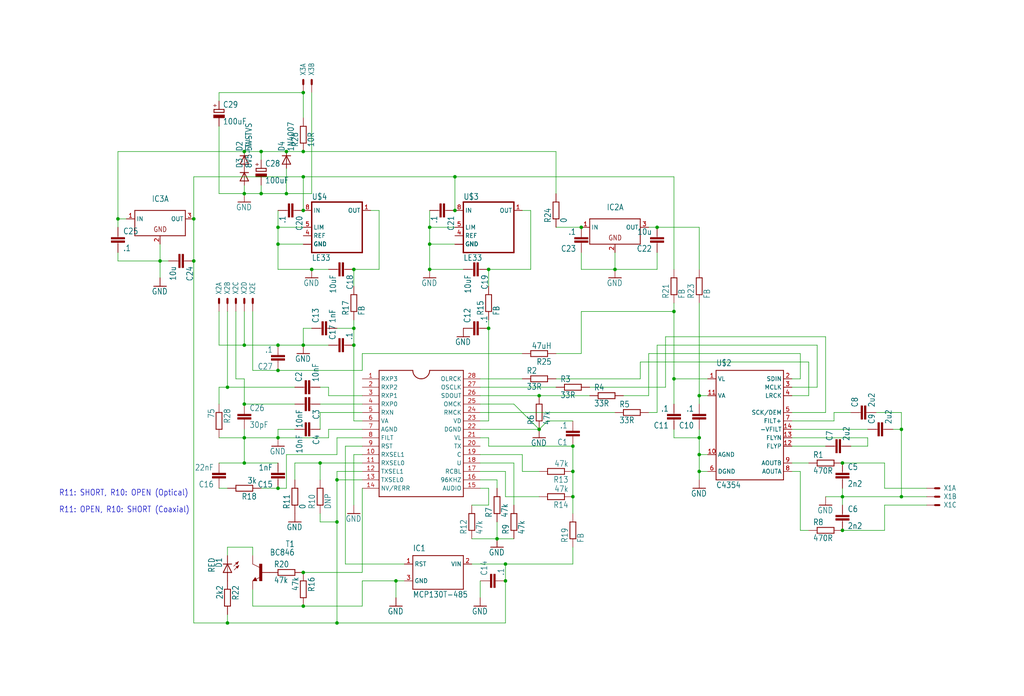
<source format=kicad_sch>
(kicad_sch (version 20211123) (generator eeschema)

  (uuid ecc9f8ae-b725-4560-a39b-49bbcdfc0603)

  (paper "User" 308.737 210.007)

  (lib_symbols
    (symbol "DAC-v1-eagle-import:1N4004" (in_bom yes) (on_board yes)
      (property "Reference" "D" (id 0) (at 2.54 0.4826 0)
        (effects (font (size 1.778 1.5113)) (justify left bottom))
      )
      (property "Value" "1N4004" (id 1) (at 2.54 -2.3114 0)
        (effects (font (size 1.778 1.5113)) (justify left bottom))
      )
      (property "Footprint" "DAC-v1:DO41-10" (id 2) (at 0 0 0)
        (effects (font (size 1.27 1.27)) hide)
      )
      (property "Datasheet" "" (id 3) (at 0 0 0)
        (effects (font (size 1.27 1.27)) hide)
      )
      (property "ki_locked" "" (id 4) (at 0 0 0)
        (effects (font (size 1.27 1.27)))
      )
      (symbol "1N4004_1_0"
        (polyline
          (pts
            (xy -1.27 -1.27)
            (xy 1.27 0)
          )
          (stroke (width 0.254) (type default) (color 0 0 0 0))
          (fill (type none))
        )
        (polyline
          (pts
            (xy -1.27 1.27)
            (xy -1.27 -1.27)
          )
          (stroke (width 0.254) (type default) (color 0 0 0 0))
          (fill (type none))
        )
        (polyline
          (pts
            (xy 1.27 0)
            (xy -1.27 1.27)
          )
          (stroke (width 0.254) (type default) (color 0 0 0 0))
          (fill (type none))
        )
        (polyline
          (pts
            (xy 1.27 0)
            (xy 1.27 -1.27)
          )
          (stroke (width 0.254) (type default) (color 0 0 0 0))
          (fill (type none))
        )
        (polyline
          (pts
            (xy 1.27 1.27)
            (xy 1.27 0)
          )
          (stroke (width 0.254) (type default) (color 0 0 0 0))
          (fill (type none))
        )
        (pin passive line (at -2.54 0 0) (length 2.54)
          (name "A" (effects (font (size 0 0))))
          (number "A" (effects (font (size 0 0))))
        )
        (pin passive line (at 2.54 0 180) (length 2.54)
          (name "C" (effects (font (size 0 0))))
          (number "C" (effects (font (size 0 0))))
        )
      )
    )
    (symbol "DAC-v1-eagle-import:1N5059" (in_bom yes) (on_board yes)
      (property "Reference" "D" (id 0) (at 2.54 0.4826 0)
        (effects (font (size 1.778 1.5113)) (justify left bottom))
      )
      (property "Value" "1N5059" (id 1) (at 2.54 -2.3114 0)
        (effects (font (size 1.778 1.5113)) (justify left bottom))
      )
      (property "Footprint" "DAC-v1:DO204-10" (id 2) (at 0 0 0)
        (effects (font (size 1.27 1.27)) hide)
      )
      (property "Datasheet" "" (id 3) (at 0 0 0)
        (effects (font (size 1.27 1.27)) hide)
      )
      (property "ki_locked" "" (id 4) (at 0 0 0)
        (effects (font (size 1.27 1.27)))
      )
      (symbol "1N5059_1_0"
        (polyline
          (pts
            (xy -1.27 -1.27)
            (xy 1.27 0)
          )
          (stroke (width 0.254) (type default) (color 0 0 0 0))
          (fill (type none))
        )
        (polyline
          (pts
            (xy -1.27 1.27)
            (xy -1.27 -1.27)
          )
          (stroke (width 0.254) (type default) (color 0 0 0 0))
          (fill (type none))
        )
        (polyline
          (pts
            (xy 1.27 0)
            (xy -1.27 1.27)
          )
          (stroke (width 0.254) (type default) (color 0 0 0 0))
          (fill (type none))
        )
        (polyline
          (pts
            (xy 1.27 0)
            (xy 1.27 -1.27)
          )
          (stroke (width 0.254) (type default) (color 0 0 0 0))
          (fill (type none))
        )
        (polyline
          (pts
            (xy 1.27 1.27)
            (xy 1.27 0)
          )
          (stroke (width 0.254) (type default) (color 0 0 0 0))
          (fill (type none))
        )
        (pin passive line (at -2.54 0 0) (length 2.54)
          (name "A" (effects (font (size 0 0))))
          (number "A" (effects (font (size 0 0))))
        )
        (pin passive line (at 2.54 0 180) (length 2.54)
          (name "C" (effects (font (size 0 0))))
          (number "C" (effects (font (size 0 0))))
        )
      )
    )
    (symbol "DAC-v1-eagle-import:22-23-2021" (in_bom yes) (on_board yes)
      (property "Reference" "X" (id 0) (at 2.54 -0.762 0)
        (effects (font (size 1.524 1.2954)) (justify left bottom))
      )
      (property "Value" "22-23-2021" (id 1) (at -0.762 1.397 0)
        (effects (font (size 1.778 1.5113)) (justify left bottom) hide)
      )
      (property "Footprint" "DAC-v1:22-23-2021" (id 2) (at 0 0 0)
        (effects (font (size 1.27 1.27)) hide)
      )
      (property "Datasheet" "" (id 3) (at 0 0 0)
        (effects (font (size 1.27 1.27)) hide)
      )
      (property "ki_locked" "" (id 4) (at 0 0 0)
        (effects (font (size 1.27 1.27)))
      )
      (symbol "22-23-2021_1_0"
        (polyline
          (pts
            (xy 1.27 0)
            (xy 0 0)
          )
          (stroke (width 0.6096) (type default) (color 0 0 0 0))
          (fill (type none))
        )
        (pin passive line (at -2.54 0 0) (length 2.54)
          (name "S" (effects (font (size 0 0))))
          (number "1" (effects (font (size 0 0))))
        )
      )
      (symbol "22-23-2021_2_0"
        (polyline
          (pts
            (xy 1.27 0)
            (xy 0 0)
          )
          (stroke (width 0.6096) (type default) (color 0 0 0 0))
          (fill (type none))
        )
        (pin passive line (at -2.54 0 0) (length 2.54)
          (name "S" (effects (font (size 0 0))))
          (number "2" (effects (font (size 0 0))))
        )
      )
    )
    (symbol "DAC-v1-eagle-import:22-23-2031" (in_bom yes) (on_board yes)
      (property "Reference" "X" (id 0) (at 2.54 -0.762 0)
        (effects (font (size 1.524 1.2954)) (justify left bottom))
      )
      (property "Value" "22-23-2031" (id 1) (at -0.762 1.397 0)
        (effects (font (size 1.778 1.5113)) (justify left bottom) hide)
      )
      (property "Footprint" "DAC-v1:22-23-2031" (id 2) (at 0 0 0)
        (effects (font (size 1.27 1.27)) hide)
      )
      (property "Datasheet" "" (id 3) (at 0 0 0)
        (effects (font (size 1.27 1.27)) hide)
      )
      (property "ki_locked" "" (id 4) (at 0 0 0)
        (effects (font (size 1.27 1.27)))
      )
      (symbol "22-23-2031_1_0"
        (polyline
          (pts
            (xy 1.27 0)
            (xy 0 0)
          )
          (stroke (width 0.6096) (type default) (color 0 0 0 0))
          (fill (type none))
        )
        (pin passive line (at -2.54 0 0) (length 2.54)
          (name "S" (effects (font (size 0 0))))
          (number "1" (effects (font (size 0 0))))
        )
      )
      (symbol "22-23-2031_2_0"
        (polyline
          (pts
            (xy 1.27 0)
            (xy 0 0)
          )
          (stroke (width 0.6096) (type default) (color 0 0 0 0))
          (fill (type none))
        )
        (pin passive line (at -2.54 0 0) (length 2.54)
          (name "S" (effects (font (size 0 0))))
          (number "2" (effects (font (size 0 0))))
        )
      )
      (symbol "22-23-2031_3_0"
        (polyline
          (pts
            (xy 1.27 0)
            (xy 0 0)
          )
          (stroke (width 0.6096) (type default) (color 0 0 0 0))
          (fill (type none))
        )
        (pin passive line (at -2.54 0 0) (length 2.54)
          (name "S" (effects (font (size 0 0))))
          (number "3" (effects (font (size 0 0))))
        )
      )
    )
    (symbol "DAC-v1-eagle-import:22-23-2051" (in_bom yes) (on_board yes)
      (property "Reference" "X" (id 0) (at 2.54 -0.762 0)
        (effects (font (size 1.524 1.2954)) (justify left bottom))
      )
      (property "Value" "22-23-2051" (id 1) (at -0.762 1.397 0)
        (effects (font (size 1.778 1.5113)) (justify left bottom) hide)
      )
      (property "Footprint" "DAC-v1:22-23-2051" (id 2) (at 0 0 0)
        (effects (font (size 1.27 1.27)) hide)
      )
      (property "Datasheet" "" (id 3) (at 0 0 0)
        (effects (font (size 1.27 1.27)) hide)
      )
      (property "ki_locked" "" (id 4) (at 0 0 0)
        (effects (font (size 1.27 1.27)))
      )
      (symbol "22-23-2051_1_0"
        (polyline
          (pts
            (xy 1.27 0)
            (xy 0 0)
          )
          (stroke (width 0.6096) (type default) (color 0 0 0 0))
          (fill (type none))
        )
        (pin passive line (at -2.54 0 0) (length 2.54)
          (name "S" (effects (font (size 0 0))))
          (number "1" (effects (font (size 0 0))))
        )
      )
      (symbol "22-23-2051_2_0"
        (polyline
          (pts
            (xy 1.27 0)
            (xy 0 0)
          )
          (stroke (width 0.6096) (type default) (color 0 0 0 0))
          (fill (type none))
        )
        (pin passive line (at -2.54 0 0) (length 2.54)
          (name "S" (effects (font (size 0 0))))
          (number "2" (effects (font (size 0 0))))
        )
      )
      (symbol "22-23-2051_3_0"
        (polyline
          (pts
            (xy 1.27 0)
            (xy 0 0)
          )
          (stroke (width 0.6096) (type default) (color 0 0 0 0))
          (fill (type none))
        )
        (pin passive line (at -2.54 0 0) (length 2.54)
          (name "S" (effects (font (size 0 0))))
          (number "3" (effects (font (size 0 0))))
        )
      )
      (symbol "22-23-2051_4_0"
        (polyline
          (pts
            (xy 1.27 0)
            (xy 0 0)
          )
          (stroke (width 0.6096) (type default) (color 0 0 0 0))
          (fill (type none))
        )
        (pin passive line (at -2.54 0 0) (length 2.54)
          (name "S" (effects (font (size 0 0))))
          (number "4" (effects (font (size 0 0))))
        )
      )
      (symbol "22-23-2051_5_0"
        (polyline
          (pts
            (xy 1.27 0)
            (xy 0 0)
          )
          (stroke (width 0.6096) (type default) (color 0 0 0 0))
          (fill (type none))
        )
        (pin passive line (at -2.54 0 0) (length 2.54)
          (name "S" (effects (font (size 0 0))))
          (number "5" (effects (font (size 0 0))))
        )
      )
    )
    (symbol "DAC-v1-eagle-import:BC846" (in_bom yes) (on_board yes)
      (property "Reference" "T" (id 0) (at -10.16 7.62 0)
        (effects (font (size 1.778 1.5113)) (justify left bottom))
      )
      (property "Value" "BC846" (id 1) (at -10.16 5.08 0)
        (effects (font (size 1.778 1.5113)) (justify left bottom))
      )
      (property "Footprint" "DAC-v1:SOT23" (id 2) (at 0 0 0)
        (effects (font (size 1.27 1.27)) hide)
      )
      (property "Datasheet" "" (id 3) (at 0 0 0)
        (effects (font (size 1.27 1.27)) hide)
      )
      (property "ki_locked" "" (id 4) (at 0 0 0)
        (effects (font (size 1.27 1.27)))
      )
      (symbol "BC846_1_0"
        (rectangle (start -0.254 -2.54) (end 0.508 2.54)
          (stroke (width 0) (type default) (color 0 0 0 0))
          (fill (type outline))
        )
        (polyline
          (pts
            (xy 1.27 -2.54)
            (xy 1.778 -1.524)
          )
          (stroke (width 0.1524) (type default) (color 0 0 0 0))
          (fill (type none))
        )
        (polyline
          (pts
            (xy 1.524 -2.413)
            (xy 2.286 -2.413)
          )
          (stroke (width 0.254) (type default) (color 0 0 0 0))
          (fill (type none))
        )
        (polyline
          (pts
            (xy 1.524 -2.286)
            (xy 1.905 -2.286)
          )
          (stroke (width 0.254) (type default) (color 0 0 0 0))
          (fill (type none))
        )
        (polyline
          (pts
            (xy 1.54 -2.04)
            (xy 0.308 -1.424)
          )
          (stroke (width 0.1524) (type default) (color 0 0 0 0))
          (fill (type none))
        )
        (polyline
          (pts
            (xy 1.778 -1.778)
            (xy 1.524 -2.286)
          )
          (stroke (width 0.254) (type default) (color 0 0 0 0))
          (fill (type none))
        )
        (polyline
          (pts
            (xy 1.778 -1.524)
            (xy 2.54 -2.54)
          )
          (stroke (width 0.1524) (type default) (color 0 0 0 0))
          (fill (type none))
        )
        (polyline
          (pts
            (xy 1.905 -2.286)
            (xy 1.778 -2.032)
          )
          (stroke (width 0.254) (type default) (color 0 0 0 0))
          (fill (type none))
        )
        (polyline
          (pts
            (xy 2.286 -2.413)
            (xy 1.778 -1.778)
          )
          (stroke (width 0.254) (type default) (color 0 0 0 0))
          (fill (type none))
        )
        (polyline
          (pts
            (xy 2.54 -2.54)
            (xy 1.27 -2.54)
          )
          (stroke (width 0.1524) (type default) (color 0 0 0 0))
          (fill (type none))
        )
        (polyline
          (pts
            (xy 2.54 2.54)
            (xy 0.508 1.524)
          )
          (stroke (width 0.1524) (type default) (color 0 0 0 0))
          (fill (type none))
        )
        (pin passive line (at -2.54 0 0) (length 2.54)
          (name "B" (effects (font (size 0 0))))
          (number "1" (effects (font (size 0 0))))
        )
        (pin passive line (at 2.54 -5.08 90) (length 2.54)
          (name "E" (effects (font (size 0 0))))
          (number "2" (effects (font (size 0 0))))
        )
        (pin passive line (at 2.54 5.08 270) (length 2.54)
          (name "C" (effects (font (size 0 0))))
          (number "3" (effects (font (size 0 0))))
        )
      )
    )
    (symbol "DAC-v1-eagle-import:C-EUC0805" (in_bom yes) (on_board yes)
      (property "Reference" "C" (id 0) (at 1.524 0.381 0)
        (effects (font (size 1.778 1.5113)) (justify left bottom))
      )
      (property "Value" "C-EUC0805" (id 1) (at 1.524 -4.699 0)
        (effects (font (size 1.778 1.5113)) (justify left bottom))
      )
      (property "Footprint" "DAC-v1:C0805" (id 2) (at 0 0 0)
        (effects (font (size 1.27 1.27)) hide)
      )
      (property "Datasheet" "" (id 3) (at 0 0 0)
        (effects (font (size 1.27 1.27)) hide)
      )
      (property "ki_locked" "" (id 4) (at 0 0 0)
        (effects (font (size 1.27 1.27)))
      )
      (symbol "C-EUC0805_1_0"
        (rectangle (start -2.032 -2.032) (end 2.032 -1.524)
          (stroke (width 0) (type default) (color 0 0 0 0))
          (fill (type outline))
        )
        (rectangle (start -2.032 -1.016) (end 2.032 -0.508)
          (stroke (width 0) (type default) (color 0 0 0 0))
          (fill (type outline))
        )
        (polyline
          (pts
            (xy 0 -2.54)
            (xy 0 -2.032)
          )
          (stroke (width 0.1524) (type default) (color 0 0 0 0))
          (fill (type none))
        )
        (polyline
          (pts
            (xy 0 0)
            (xy 0 -0.508)
          )
          (stroke (width 0.1524) (type default) (color 0 0 0 0))
          (fill (type none))
        )
        (pin passive line (at 0 2.54 270) (length 2.54)
          (name "1" (effects (font (size 0 0))))
          (number "1" (effects (font (size 0 0))))
        )
        (pin passive line (at 0 -5.08 90) (length 2.54)
          (name "2" (effects (font (size 0 0))))
          (number "2" (effects (font (size 0 0))))
        )
      )
    )
    (symbol "DAC-v1-eagle-import:C-EUC1206" (in_bom yes) (on_board yes)
      (property "Reference" "C" (id 0) (at 1.524 0.381 0)
        (effects (font (size 1.778 1.5113)) (justify left bottom))
      )
      (property "Value" "C-EUC1206" (id 1) (at 1.524 -4.699 0)
        (effects (font (size 1.778 1.5113)) (justify left bottom))
      )
      (property "Footprint" "DAC-v1:C1206" (id 2) (at 0 0 0)
        (effects (font (size 1.27 1.27)) hide)
      )
      (property "Datasheet" "" (id 3) (at 0 0 0)
        (effects (font (size 1.27 1.27)) hide)
      )
      (property "ki_locked" "" (id 4) (at 0 0 0)
        (effects (font (size 1.27 1.27)))
      )
      (symbol "C-EUC1206_1_0"
        (rectangle (start -2.032 -2.032) (end 2.032 -1.524)
          (stroke (width 0) (type default) (color 0 0 0 0))
          (fill (type outline))
        )
        (rectangle (start -2.032 -1.016) (end 2.032 -0.508)
          (stroke (width 0) (type default) (color 0 0 0 0))
          (fill (type outline))
        )
        (polyline
          (pts
            (xy 0 -2.54)
            (xy 0 -2.032)
          )
          (stroke (width 0.1524) (type default) (color 0 0 0 0))
          (fill (type none))
        )
        (polyline
          (pts
            (xy 0 0)
            (xy 0 -0.508)
          )
          (stroke (width 0.1524) (type default) (color 0 0 0 0))
          (fill (type none))
        )
        (pin passive line (at 0 2.54 270) (length 2.54)
          (name "1" (effects (font (size 0 0))))
          (number "1" (effects (font (size 0 0))))
        )
        (pin passive line (at 0 -5.08 90) (length 2.54)
          (name "2" (effects (font (size 0 0))))
          (number "2" (effects (font (size 0 0))))
        )
      )
    )
    (symbol "DAC-v1-eagle-import:C-EUC1210" (in_bom yes) (on_board yes)
      (property "Reference" "C" (id 0) (at 1.524 0.381 0)
        (effects (font (size 1.778 1.5113)) (justify left bottom))
      )
      (property "Value" "C-EUC1210" (id 1) (at 1.524 -4.699 0)
        (effects (font (size 1.778 1.5113)) (justify left bottom))
      )
      (property "Footprint" "DAC-v1:C1210" (id 2) (at 0 0 0)
        (effects (font (size 1.27 1.27)) hide)
      )
      (property "Datasheet" "" (id 3) (at 0 0 0)
        (effects (font (size 1.27 1.27)) hide)
      )
      (property "ki_locked" "" (id 4) (at 0 0 0)
        (effects (font (size 1.27 1.27)))
      )
      (symbol "C-EUC1210_1_0"
        (rectangle (start -2.032 -2.032) (end 2.032 -1.524)
          (stroke (width 0) (type default) (color 0 0 0 0))
          (fill (type outline))
        )
        (rectangle (start -2.032 -1.016) (end 2.032 -0.508)
          (stroke (width 0) (type default) (color 0 0 0 0))
          (fill (type outline))
        )
        (polyline
          (pts
            (xy 0 -2.54)
            (xy 0 -2.032)
          )
          (stroke (width 0.1524) (type default) (color 0 0 0 0))
          (fill (type none))
        )
        (polyline
          (pts
            (xy 0 0)
            (xy 0 -0.508)
          )
          (stroke (width 0.1524) (type default) (color 0 0 0 0))
          (fill (type none))
        )
        (pin passive line (at 0 2.54 270) (length 2.54)
          (name "1" (effects (font (size 0 0))))
          (number "1" (effects (font (size 0 0))))
        )
        (pin passive line (at 0 -5.08 90) (length 2.54)
          (name "2" (effects (font (size 0 0))))
          (number "2" (effects (font (size 0 0))))
        )
      )
    )
    (symbol "DAC-v1-eagle-import:C4354" (in_bom yes) (on_board yes)
      (property "Reference" "" (id 0) (at -17.78 36.83 0)
        (effects (font (size 1.778 1.5113)) (justify left bottom))
      )
      (property "Value" "C4354" (id 1) (at -17.78 0 0)
        (effects (font (size 1.778 1.5113)) (justify left bottom))
      )
      (property "Footprint" "DAC-v1:SO-14" (id 2) (at 0 0 0)
        (effects (font (size 1.27 1.27)) hide)
      )
      (property "Datasheet" "" (id 3) (at 0 0 0)
        (effects (font (size 1.27 1.27)) hide)
      )
      (property "ki_locked" "" (id 4) (at 0 0 0)
        (effects (font (size 1.27 1.27)))
      )
      (symbol "C4354_1_0"
        (polyline
          (pts
            (xy -17.78 2.54)
            (xy -17.78 35.56)
          )
          (stroke (width 0.254) (type default) (color 0 0 0 0))
          (fill (type none))
        )
        (polyline
          (pts
            (xy -17.78 35.56)
            (xy 2.54 35.56)
          )
          (stroke (width 0.254) (type default) (color 0 0 0 0))
          (fill (type none))
        )
        (polyline
          (pts
            (xy 2.54 2.54)
            (xy -17.78 2.54)
          )
          (stroke (width 0.254) (type default) (color 0 0 0 0))
          (fill (type none))
        )
        (polyline
          (pts
            (xy 2.54 35.56)
            (xy 2.54 2.54)
          )
          (stroke (width 0.254) (type default) (color 0 0 0 0))
          (fill (type none))
        )
        (pin power_in line (at -20.32 33.02 0) (length 2.54)
          (name "VL" (effects (font (size 1.27 1.27))))
          (number "1" (effects (font (size 1.27 1.27))))
        )
        (pin power_in line (at -20.32 10.16 0) (length 2.54)
          (name "AGND" (effects (font (size 1.27 1.27))))
          (number "10" (effects (font (size 1.27 1.27))))
        )
        (pin input line (at -20.32 27.94 0) (length 2.54)
          (name "VA" (effects (font (size 1.27 1.27))))
          (number "11" (effects (font (size 1.27 1.27))))
        )
        (pin input line (at 5.08 12.7 180) (length 2.54)
          (name "FLYP" (effects (font (size 1.27 1.27))))
          (number "12" (effects (font (size 1.27 1.27))))
        )
        (pin input line (at 5.08 15.24 180) (length 2.54)
          (name "FLYN" (effects (font (size 1.27 1.27))))
          (number "13" (effects (font (size 1.27 1.27))))
        )
        (pin input line (at 5.08 17.78 180) (length 2.54)
          (name "-VFILT" (effects (font (size 1.27 1.27))))
          (number "14" (effects (font (size 1.27 1.27))))
        )
        (pin output line (at 5.08 33.02 180) (length 2.54)
          (name "SDIN" (effects (font (size 1.27 1.27))))
          (number "2" (effects (font (size 1.27 1.27))))
        )
        (pin bidirectional line (at 5.08 30.48 180) (length 2.54)
          (name "MCLK" (effects (font (size 1.27 1.27))))
          (number "3" (effects (font (size 1.27 1.27))))
        )
        (pin bidirectional line (at 5.08 27.94 180) (length 2.54)
          (name "LRCK" (effects (font (size 1.27 1.27))))
          (number "4" (effects (font (size 1.27 1.27))))
        )
        (pin input line (at 5.08 22.86 180) (length 2.54)
          (name "SCK/DEM" (effects (font (size 1.27 1.27))))
          (number "5" (effects (font (size 1.27 1.27))))
        )
        (pin power_in line (at -20.32 5.08 0) (length 2.54)
          (name "DGND" (effects (font (size 1.27 1.27))))
          (number "6" (effects (font (size 1.27 1.27))))
        )
        (pin input line (at 5.08 20.32 180) (length 2.54)
          (name "FILT+" (effects (font (size 1.27 1.27))))
          (number "7" (effects (font (size 1.27 1.27))))
        )
        (pin bidirectional line (at 5.08 5.08 180) (length 2.54)
          (name "AOUTA" (effects (font (size 1.27 1.27))))
          (number "8" (effects (font (size 1.27 1.27))))
        )
        (pin bidirectional line (at 5.08 7.62 180) (length 2.54)
          (name "AOUTB" (effects (font (size 1.27 1.27))))
          (number "9" (effects (font (size 1.27 1.27))))
        )
      )
    )
    (symbol "DAC-v1-eagle-import:CPOL-EUE2.5-7" (in_bom yes) (on_board yes)
      (property "Reference" "C" (id 0) (at 1.143 0.4826 0)
        (effects (font (size 1.778 1.5113)) (justify left bottom))
      )
      (property "Value" "CPOL-EUE2.5-7" (id 1) (at 1.143 -4.5974 0)
        (effects (font (size 1.778 1.5113)) (justify left bottom))
      )
      (property "Footprint" "DAC-v1:E2,5-7" (id 2) (at 0 0 0)
        (effects (font (size 1.27 1.27)) hide)
      )
      (property "Datasheet" "" (id 3) (at 0 0 0)
        (effects (font (size 1.27 1.27)) hide)
      )
      (property "ki_locked" "" (id 4) (at 0 0 0)
        (effects (font (size 1.27 1.27)))
      )
      (symbol "CPOL-EUE2.5-7_1_0"
        (rectangle (start -1.651 -2.54) (end 1.651 -1.651)
          (stroke (width 0) (type default) (color 0 0 0 0))
          (fill (type outline))
        )
        (polyline
          (pts
            (xy -1.524 -0.889)
            (xy 1.524 -0.889)
          )
          (stroke (width 0.254) (type default) (color 0 0 0 0))
          (fill (type none))
        )
        (polyline
          (pts
            (xy -1.524 0)
            (xy -1.524 -0.889)
          )
          (stroke (width 0.254) (type default) (color 0 0 0 0))
          (fill (type none))
        )
        (polyline
          (pts
            (xy -1.524 0)
            (xy 1.524 0)
          )
          (stroke (width 0.254) (type default) (color 0 0 0 0))
          (fill (type none))
        )
        (polyline
          (pts
            (xy 1.524 -0.889)
            (xy 1.524 0)
          )
          (stroke (width 0.254) (type default) (color 0 0 0 0))
          (fill (type none))
        )
        (text "+" (at -0.5842 0.4064 900)
          (effects (font (size 1.27 1.0795)) (justify left bottom))
        )
        (pin passive line (at 0 2.54 270) (length 2.54)
          (name "+" (effects (font (size 0 0))))
          (number "+" (effects (font (size 0 0))))
        )
        (pin passive line (at 0 -5.08 90) (length 2.54)
          (name "-" (effects (font (size 0 0))))
          (number "-" (effects (font (size 0 0))))
        )
      )
    )
    (symbol "DAC-v1-eagle-import:CS8416-HARDWAREMODEHARDWAREMODE" (in_bom yes) (on_board yes)
      (property "Reference" "" (id 0) (at 0 0 0)
        (effects (font (size 1.27 1.27)) hide)
      )
      (property "Value" "CS8416-HARDWAREMODEHARDWAREMODE" (id 1) (at 0 0 0)
        (effects (font (size 1.27 1.27)) hide)
      )
      (property "Footprint" "DAC-v1:SO28L" (id 2) (at 0 0 0)
        (effects (font (size 1.27 1.27)) hide)
      )
      (property "Datasheet" "" (id 3) (at 0 0 0)
        (effects (font (size 1.27 1.27)) hide)
      )
      (property "ki_locked" "" (id 4) (at 0 0 0)
        (effects (font (size 1.27 1.27)))
      )
      (symbol "CS8416-HARDWAREMODEHARDWAREMODE_1_0"
        (arc (start -2.54 22.86) (mid -1.7961 21.0639) (end 0 20.32)
          (stroke (width 0.254) (type default) (color 0 0 0 0))
          (fill (type none))
        )
        (polyline
          (pts
            (xy -12.7 -15.24)
            (xy 12.7 -15.24)
          )
          (stroke (width 0.254) (type default) (color 0 0 0 0))
          (fill (type none))
        )
        (polyline
          (pts
            (xy -12.7 22.86)
            (xy -12.7 -15.24)
          )
          (stroke (width 0.254) (type default) (color 0 0 0 0))
          (fill (type none))
        )
        (polyline
          (pts
            (xy -2.54 22.86)
            (xy -12.7 22.86)
          )
          (stroke (width 0.254) (type default) (color 0 0 0 0))
          (fill (type none))
        )
        (polyline
          (pts
            (xy 12.7 -15.24)
            (xy 12.7 22.86)
          )
          (stroke (width 0.254) (type default) (color 0 0 0 0))
          (fill (type none))
        )
        (polyline
          (pts
            (xy 12.7 22.86)
            (xy 2.54 22.86)
          )
          (stroke (width 0.254) (type default) (color 0 0 0 0))
          (fill (type none))
        )
        (arc (start 0 20.32) (mid 1.7961 21.0639) (end 2.54 22.86)
          (stroke (width 0.254) (type default) (color 0 0 0 0))
          (fill (type none))
        )
        (pin bidirectional line (at -17.78 20.32 0) (length 5.08)
          (name "RXP3" (effects (font (size 1.27 1.27))))
          (number "1" (effects (font (size 1.27 1.27))))
        )
        (pin bidirectional line (at -17.78 -2.54 0) (length 5.08)
          (name "RXSEL1" (effects (font (size 1.27 1.27))))
          (number "10" (effects (font (size 1.27 1.27))))
        )
        (pin bidirectional line (at -17.78 -5.08 0) (length 5.08)
          (name "RXSEL0" (effects (font (size 1.27 1.27))))
          (number "11" (effects (font (size 1.27 1.27))))
        )
        (pin bidirectional line (at -17.78 -7.62 0) (length 5.08)
          (name "TXSEL1" (effects (font (size 1.27 1.27))))
          (number "12" (effects (font (size 1.27 1.27))))
        )
        (pin bidirectional line (at -17.78 -10.16 0) (length 5.08)
          (name "TXSEL0" (effects (font (size 1.27 1.27))))
          (number "13" (effects (font (size 1.27 1.27))))
        )
        (pin bidirectional line (at -17.78 -12.7 0) (length 5.08)
          (name "NV/RERR" (effects (font (size 1.27 1.27))))
          (number "14" (effects (font (size 1.27 1.27))))
        )
        (pin bidirectional line (at 17.78 -12.7 180) (length 5.08)
          (name "AUDIO" (effects (font (size 1.27 1.27))))
          (number "15" (effects (font (size 1.27 1.27))))
        )
        (pin bidirectional line (at 17.78 -10.16 180) (length 5.08)
          (name "96KHZ" (effects (font (size 1.27 1.27))))
          (number "16" (effects (font (size 1.27 1.27))))
        )
        (pin bidirectional line (at 17.78 -7.62 180) (length 5.08)
          (name "RCBL" (effects (font (size 1.27 1.27))))
          (number "17" (effects (font (size 1.27 1.27))))
        )
        (pin bidirectional line (at 17.78 -5.08 180) (length 5.08)
          (name "U" (effects (font (size 1.27 1.27))))
          (number "18" (effects (font (size 1.27 1.27))))
        )
        (pin bidirectional line (at 17.78 -2.54 180) (length 5.08)
          (name "C" (effects (font (size 1.27 1.27))))
          (number "19" (effects (font (size 1.27 1.27))))
        )
        (pin bidirectional line (at -17.78 17.78 0) (length 5.08)
          (name "RXP2" (effects (font (size 1.27 1.27))))
          (number "2" (effects (font (size 1.27 1.27))))
        )
        (pin bidirectional line (at 17.78 0 180) (length 5.08)
          (name "TX" (effects (font (size 1.27 1.27))))
          (number "20" (effects (font (size 1.27 1.27))))
        )
        (pin bidirectional line (at 17.78 2.54 180) (length 5.08)
          (name "VL" (effects (font (size 1.27 1.27))))
          (number "21" (effects (font (size 1.27 1.27))))
        )
        (pin bidirectional line (at 17.78 5.08 180) (length 5.08)
          (name "DGND" (effects (font (size 1.27 1.27))))
          (number "22" (effects (font (size 1.27 1.27))))
        )
        (pin bidirectional line (at 17.78 7.62 180) (length 5.08)
          (name "VD" (effects (font (size 1.27 1.27))))
          (number "23" (effects (font (size 1.27 1.27))))
        )
        (pin bidirectional line (at 17.78 10.16 180) (length 5.08)
          (name "RMCK" (effects (font (size 1.27 1.27))))
          (number "24" (effects (font (size 1.27 1.27))))
        )
        (pin bidirectional line (at 17.78 12.7 180) (length 5.08)
          (name "OMCK" (effects (font (size 1.27 1.27))))
          (number "25" (effects (font (size 1.27 1.27))))
        )
        (pin bidirectional line (at 17.78 15.24 180) (length 5.08)
          (name "SDOUT" (effects (font (size 1.27 1.27))))
          (number "26" (effects (font (size 1.27 1.27))))
        )
        (pin bidirectional line (at 17.78 17.78 180) (length 5.08)
          (name "OSCLK" (effects (font (size 1.27 1.27))))
          (number "27" (effects (font (size 1.27 1.27))))
        )
        (pin bidirectional line (at 17.78 20.32 180) (length 5.08)
          (name "OLRCK" (effects (font (size 1.27 1.27))))
          (number "28" (effects (font (size 1.27 1.27))))
        )
        (pin bidirectional line (at -17.78 15.24 0) (length 5.08)
          (name "RXP1" (effects (font (size 1.27 1.27))))
          (number "3" (effects (font (size 1.27 1.27))))
        )
        (pin bidirectional line (at -17.78 12.7 0) (length 5.08)
          (name "RXP0" (effects (font (size 1.27 1.27))))
          (number "4" (effects (font (size 1.27 1.27))))
        )
        (pin bidirectional line (at -17.78 10.16 0) (length 5.08)
          (name "RXN" (effects (font (size 1.27 1.27))))
          (number "5" (effects (font (size 1.27 1.27))))
        )
        (pin bidirectional line (at -17.78 7.62 0) (length 5.08)
          (name "VA" (effects (font (size 1.27 1.27))))
          (number "6" (effects (font (size 1.27 1.27))))
        )
        (pin bidirectional line (at -17.78 5.08 0) (length 5.08)
          (name "AGND" (effects (font (size 1.27 1.27))))
          (number "7" (effects (font (size 1.27 1.27))))
        )
        (pin bidirectional line (at -17.78 2.54 0) (length 5.08)
          (name "FILT" (effects (font (size 1.27 1.27))))
          (number "8" (effects (font (size 1.27 1.27))))
        )
        (pin bidirectional line (at -17.78 0 0) (length 5.08)
          (name "RST" (effects (font (size 1.27 1.27))))
          (number "9" (effects (font (size 1.27 1.27))))
        )
      )
    )
    (symbol "DAC-v1-eagle-import:GND" (power) (in_bom yes) (on_board yes)
      (property "Reference" "#GND" (id 0) (at 0 0 0)
        (effects (font (size 1.27 1.27)) hide)
      )
      (property "Value" "GND" (id 1) (at -2.54 -2.54 0)
        (effects (font (size 1.778 1.5113)) (justify left bottom))
      )
      (property "Footprint" "DAC-v1:" (id 2) (at 0 0 0)
        (effects (font (size 1.27 1.27)) hide)
      )
      (property "Datasheet" "" (id 3) (at 0 0 0)
        (effects (font (size 1.27 1.27)) hide)
      )
      (property "ki_locked" "" (id 4) (at 0 0 0)
        (effects (font (size 1.27 1.27)))
      )
      (symbol "GND_1_0"
        (polyline
          (pts
            (xy -1.905 0)
            (xy 1.905 0)
          )
          (stroke (width 0.254) (type default) (color 0 0 0 0))
          (fill (type none))
        )
        (pin power_in line (at 0 2.54 270) (length 2.54)
          (name "GND" (effects (font (size 0 0))))
          (number "1" (effects (font (size 0 0))))
        )
      )
    )
    (symbol "DAC-v1-eagle-import:LE33" (in_bom yes) (on_board yes)
      (property "Reference" "" (id 0) (at -7.62 8.255 0)
        (effects (font (size 1.778 1.5113)) (justify left bottom))
      )
      (property "Value" "LE33" (id 1) (at -7.62 -10.16 0)
        (effects (font (size 1.778 1.5113)) (justify left bottom))
      )
      (property "Footprint" "DAC-v1:SO-08" (id 2) (at 0 0 0)
        (effects (font (size 1.27 1.27)) hide)
      )
      (property "Datasheet" "" (id 3) (at 0 0 0)
        (effects (font (size 1.27 1.27)) hide)
      )
      (property "ki_locked" "" (id 4) (at 0 0 0)
        (effects (font (size 1.27 1.27)))
      )
      (symbol "LE33_1_0"
        (polyline
          (pts
            (xy -7.62 -7.62)
            (xy 7.62 -7.62)
          )
          (stroke (width 0.4064) (type default) (color 0 0 0 0))
          (fill (type none))
        )
        (polyline
          (pts
            (xy -7.62 7.62)
            (xy -7.62 -7.62)
          )
          (stroke (width 0.4064) (type default) (color 0 0 0 0))
          (fill (type none))
        )
        (polyline
          (pts
            (xy 7.62 -7.62)
            (xy 7.62 7.62)
          )
          (stroke (width 0.4064) (type default) (color 0 0 0 0))
          (fill (type none))
        )
        (polyline
          (pts
            (xy 7.62 7.62)
            (xy -7.62 7.62)
          )
          (stroke (width 0.4064) (type default) (color 0 0 0 0))
          (fill (type none))
        )
        (pin passive line (at 10.16 5.08 180) (length 2.54)
          (name "OUT" (effects (font (size 1.27 1.27))))
          (number "1" (effects (font (size 1.27 1.27))))
        )
        (pin passive line (at -10.16 -5.08 0) (length 2.54)
          (name "GND" (effects (font (size 1.27 1.27))))
          (number "2" (effects (font (size 0 0))))
        )
        (pin passive line (at -10.16 -5.08 0) (length 2.54)
          (name "GND" (effects (font (size 1.27 1.27))))
          (number "3" (effects (font (size 0 0))))
        )
        (pin input line (at -10.16 -2.54 0) (length 2.54)
          (name "REF" (effects (font (size 1.27 1.27))))
          (number "4" (effects (font (size 1.27 1.27))))
        )
        (pin input line (at -10.16 0 0) (length 2.54)
          (name "LIM" (effects (font (size 1.27 1.27))))
          (number "5" (effects (font (size 1.27 1.27))))
        )
        (pin passive line (at -10.16 -5.08 0) (length 2.54)
          (name "GND" (effects (font (size 1.27 1.27))))
          (number "6" (effects (font (size 0 0))))
        )
        (pin passive line (at -10.16 -5.08 0) (length 2.54)
          (name "GND" (effects (font (size 1.27 1.27))))
          (number "7" (effects (font (size 0 0))))
        )
        (pin input line (at -10.16 5.08 0) (length 2.54)
          (name "IN" (effects (font (size 1.27 1.27))))
          (number "8" (effects (font (size 1.27 1.27))))
        )
      )
    )
    (symbol "DAC-v1-eagle-import:LT1129CST5" (in_bom yes) (on_board yes)
      (property "Reference" "IC" (id 0) (at -2.54 7.62 0)
        (effects (font (size 1.778 1.5113)) (justify left bottom))
      )
      (property "Value" "LT1129CST5" (id 1) (at 2.54 6.35 0)
        (effects (font (size 1.778 1.5113)) (justify left bottom) hide)
      )
      (property "Footprint" "DAC-v1:SOT223" (id 2) (at 0 0 0)
        (effects (font (size 1.27 1.27)) hide)
      )
      (property "Datasheet" "" (id 3) (at 0 0 0)
        (effects (font (size 1.27 1.27)) hide)
      )
      (property "ki_locked" "" (id 4) (at 0 0 0)
        (effects (font (size 1.27 1.27)))
      )
      (symbol "LT1129CST5_1_0"
        (polyline
          (pts
            (xy -7.62 -2.54)
            (xy -7.62 5.08)
          )
          (stroke (width 0.254) (type default) (color 0 0 0 0))
          (fill (type none))
        )
        (polyline
          (pts
            (xy -7.62 5.08)
            (xy 7.62 5.08)
          )
          (stroke (width 0.254) (type default) (color 0 0 0 0))
          (fill (type none))
        )
        (polyline
          (pts
            (xy 7.62 -2.54)
            (xy -7.62 -2.54)
          )
          (stroke (width 0.254) (type default) (color 0 0 0 0))
          (fill (type none))
        )
        (polyline
          (pts
            (xy 7.62 5.08)
            (xy 7.62 -2.54)
          )
          (stroke (width 0.254) (type default) (color 0 0 0 0))
          (fill (type none))
        )
        (text "GND" (at -2.032 -1.524 0)
          (effects (font (size 1.524 1.2954)) (justify left bottom))
        )
        (pin input line (at -10.16 2.54 0) (length 2.54)
          (name "IN" (effects (font (size 1.27 1.27))))
          (number "1" (effects (font (size 1.27 1.27))))
        )
        (pin power_in line (at 0 -5.08 90) (length 2.54)
          (name "GND" (effects (font (size 0 0))))
          (number "2" (effects (font (size 1.27 1.27))))
        )
        (pin output line (at 10.16 2.54 180) (length 2.54)
          (name "OUT" (effects (font (size 1.27 1.27))))
          (number "3" (effects (font (size 1.27 1.27))))
        )
      )
      (symbol "LT1129CST5_2_0"
        (pin power_in line (at 0 -2.54 90) (length 2.54)
          (name "GND" (effects (font (size 1.27 1.27))))
          (number "4" (effects (font (size 1.27 1.27))))
        )
      )
    )
    (symbol "DAC-v1-eagle-import:MC15TT" (in_bom yes) (on_board yes)
      (property "Reference" "IC" (id 0) (at -7.62 6.35 0)
        (effects (font (size 1.778 1.5113)) (justify left bottom))
      )
      (property "Value" "MC15TT" (id 1) (at -7.62 -7.62 0)
        (effects (font (size 1.778 1.5113)) (justify left bottom))
      )
      (property "Footprint" "DAC-v1:SOT23" (id 2) (at 0 0 0)
        (effects (font (size 1.27 1.27)) hide)
      )
      (property "Datasheet" "" (id 3) (at 0 0 0)
        (effects (font (size 1.27 1.27)) hide)
      )
      (property "ki_locked" "" (id 4) (at 0 0 0)
        (effects (font (size 1.27 1.27)))
      )
      (symbol "MC15TT_1_0"
        (polyline
          (pts
            (xy -7.62 -5.08)
            (xy -7.62 5.08)
          )
          (stroke (width 0.254) (type default) (color 0 0 0 0))
          (fill (type none))
        )
        (polyline
          (pts
            (xy -7.62 5.08)
            (xy 7.62 5.08)
          )
          (stroke (width 0.254) (type default) (color 0 0 0 0))
          (fill (type none))
        )
        (polyline
          (pts
            (xy 7.62 -5.08)
            (xy -7.62 -5.08)
          )
          (stroke (width 0.254) (type default) (color 0 0 0 0))
          (fill (type none))
        )
        (polyline
          (pts
            (xy 7.62 5.08)
            (xy 7.62 -5.08)
          )
          (stroke (width 0.254) (type default) (color 0 0 0 0))
          (fill (type none))
        )
        (pin input line (at -10.16 2.54 0) (length 2.54)
          (name "RST" (effects (font (size 1.27 1.27))))
          (number "1" (effects (font (size 1.27 1.27))))
        )
        (pin output line (at 10.16 2.54 180) (length 2.54)
          (name "VIN" (effects (font (size 1.27 1.27))))
          (number "2" (effects (font (size 1.27 1.27))))
        )
        (pin passive line (at -10.16 -2.54 0) (length 2.54)
          (name "GND" (effects (font (size 1.27 1.27))))
          (number "3" (effects (font (size 1.27 1.27))))
        )
      )
    )
    (symbol "DAC-v1-eagle-import:R-EU_0204{slash}7" (in_bom yes) (on_board yes)
      (property "Reference" "R" (id 0) (at -3.81 1.4986 0)
        (effects (font (size 1.778 1.5113)) (justify left bottom))
      )
      (property "Value" "R-EU_0204{slash}7" (id 1) (at -3.81 -3.302 0)
        (effects (font (size 1.778 1.5113)) (justify left bottom))
      )
      (property "Footprint" "DAC-v1:0204_7" (id 2) (at 0 0 0)
        (effects (font (size 1.27 1.27)) hide)
      )
      (property "Datasheet" "" (id 3) (at 0 0 0)
        (effects (font (size 1.27 1.27)) hide)
      )
      (property "ki_locked" "" (id 4) (at 0 0 0)
        (effects (font (size 1.27 1.27)))
      )
      (symbol "R-EU_0204{slash}7_1_0"
        (polyline
          (pts
            (xy -2.54 -0.889)
            (xy -2.54 0.889)
          )
          (stroke (width 0.254) (type default) (color 0 0 0 0))
          (fill (type none))
        )
        (polyline
          (pts
            (xy -2.54 -0.889)
            (xy 2.54 -0.889)
          )
          (stroke (width 0.254) (type default) (color 0 0 0 0))
          (fill (type none))
        )
        (polyline
          (pts
            (xy 2.54 -0.889)
            (xy 2.54 0.889)
          )
          (stroke (width 0.254) (type default) (color 0 0 0 0))
          (fill (type none))
        )
        (polyline
          (pts
            (xy 2.54 0.889)
            (xy -2.54 0.889)
          )
          (stroke (width 0.254) (type default) (color 0 0 0 0))
          (fill (type none))
        )
        (pin passive line (at -5.08 0 0) (length 2.54)
          (name "1" (effects (font (size 0 0))))
          (number "1" (effects (font (size 0 0))))
        )
        (pin passive line (at 5.08 0 180) (length 2.54)
          (name "2" (effects (font (size 0 0))))
          (number "2" (effects (font (size 0 0))))
        )
      )
    )
    (symbol "DAC-v1-eagle-import:R-EU_0309{slash}12" (in_bom yes) (on_board yes)
      (property "Reference" "R" (id 0) (at -3.81 1.4986 0)
        (effects (font (size 1.778 1.5113)) (justify left bottom))
      )
      (property "Value" "R-EU_0309{slash}12" (id 1) (at -3.81 -3.302 0)
        (effects (font (size 1.778 1.5113)) (justify left bottom))
      )
      (property "Footprint" "DAC-v1:0309_12" (id 2) (at 0 0 0)
        (effects (font (size 1.27 1.27)) hide)
      )
      (property "Datasheet" "" (id 3) (at 0 0 0)
        (effects (font (size 1.27 1.27)) hide)
      )
      (property "ki_locked" "" (id 4) (at 0 0 0)
        (effects (font (size 1.27 1.27)))
      )
      (symbol "R-EU_0309{slash}12_1_0"
        (polyline
          (pts
            (xy -2.54 -0.889)
            (xy -2.54 0.889)
          )
          (stroke (width 0.254) (type default) (color 0 0 0 0))
          (fill (type none))
        )
        (polyline
          (pts
            (xy -2.54 -0.889)
            (xy 2.54 -0.889)
          )
          (stroke (width 0.254) (type default) (color 0 0 0 0))
          (fill (type none))
        )
        (polyline
          (pts
            (xy 2.54 -0.889)
            (xy 2.54 0.889)
          )
          (stroke (width 0.254) (type default) (color 0 0 0 0))
          (fill (type none))
        )
        (polyline
          (pts
            (xy 2.54 0.889)
            (xy -2.54 0.889)
          )
          (stroke (width 0.254) (type default) (color 0 0 0 0))
          (fill (type none))
        )
        (pin passive line (at -5.08 0 0) (length 2.54)
          (name "1" (effects (font (size 0 0))))
          (number "1" (effects (font (size 0 0))))
        )
        (pin passive line (at 5.08 0 180) (length 2.54)
          (name "2" (effects (font (size 0 0))))
          (number "2" (effects (font (size 0 0))))
        )
      )
    )
    (symbol "DAC-v1-eagle-import:R-EU_R0805" (in_bom yes) (on_board yes)
      (property "Reference" "R" (id 0) (at -3.81 1.4986 0)
        (effects (font (size 1.778 1.5113)) (justify left bottom))
      )
      (property "Value" "R-EU_R0805" (id 1) (at -3.81 -3.302 0)
        (effects (font (size 1.778 1.5113)) (justify left bottom))
      )
      (property "Footprint" "DAC-v1:R0805" (id 2) (at 0 0 0)
        (effects (font (size 1.27 1.27)) hide)
      )
      (property "Datasheet" "" (id 3) (at 0 0 0)
        (effects (font (size 1.27 1.27)) hide)
      )
      (property "ki_locked" "" (id 4) (at 0 0 0)
        (effects (font (size 1.27 1.27)))
      )
      (symbol "R-EU_R0805_1_0"
        (polyline
          (pts
            (xy -2.54 -0.889)
            (xy -2.54 0.889)
          )
          (stroke (width 0.254) (type default) (color 0 0 0 0))
          (fill (type none))
        )
        (polyline
          (pts
            (xy -2.54 -0.889)
            (xy 2.54 -0.889)
          )
          (stroke (width 0.254) (type default) (color 0 0 0 0))
          (fill (type none))
        )
        (polyline
          (pts
            (xy 2.54 -0.889)
            (xy 2.54 0.889)
          )
          (stroke (width 0.254) (type default) (color 0 0 0 0))
          (fill (type none))
        )
        (polyline
          (pts
            (xy 2.54 0.889)
            (xy -2.54 0.889)
          )
          (stroke (width 0.254) (type default) (color 0 0 0 0))
          (fill (type none))
        )
        (pin passive line (at -5.08 0 0) (length 2.54)
          (name "1" (effects (font (size 0 0))))
          (number "1" (effects (font (size 0 0))))
        )
        (pin passive line (at 5.08 0 180) (length 2.54)
          (name "2" (effects (font (size 0 0))))
          (number "2" (effects (font (size 0 0))))
        )
      )
    )
    (symbol "DAC-v1-eagle-import:R-EU_R1206" (in_bom yes) (on_board yes)
      (property "Reference" "R" (id 0) (at -3.81 1.4986 0)
        (effects (font (size 1.778 1.5113)) (justify left bottom))
      )
      (property "Value" "R-EU_R1206" (id 1) (at -3.81 -3.302 0)
        (effects (font (size 1.778 1.5113)) (justify left bottom))
      )
      (property "Footprint" "DAC-v1:R1206" (id 2) (at 0 0 0)
        (effects (font (size 1.27 1.27)) hide)
      )
      (property "Datasheet" "" (id 3) (at 0 0 0)
        (effects (font (size 1.27 1.27)) hide)
      )
      (property "ki_locked" "" (id 4) (at 0 0 0)
        (effects (font (size 1.27 1.27)))
      )
      (symbol "R-EU_R1206_1_0"
        (polyline
          (pts
            (xy -2.54 -0.889)
            (xy -2.54 0.889)
          )
          (stroke (width 0.254) (type default) (color 0 0 0 0))
          (fill (type none))
        )
        (polyline
          (pts
            (xy -2.54 -0.889)
            (xy 2.54 -0.889)
          )
          (stroke (width 0.254) (type default) (color 0 0 0 0))
          (fill (type none))
        )
        (polyline
          (pts
            (xy 2.54 -0.889)
            (xy 2.54 0.889)
          )
          (stroke (width 0.254) (type default) (color 0 0 0 0))
          (fill (type none))
        )
        (polyline
          (pts
            (xy 2.54 0.889)
            (xy -2.54 0.889)
          )
          (stroke (width 0.254) (type default) (color 0 0 0 0))
          (fill (type none))
        )
        (pin passive line (at -5.08 0 0) (length 2.54)
          (name "1" (effects (font (size 0 0))))
          (number "1" (effects (font (size 0 0))))
        )
        (pin passive line (at 5.08 0 180) (length 2.54)
          (name "2" (effects (font (size 0 0))))
          (number "2" (effects (font (size 0 0))))
        )
      )
    )
    (symbol "DAC-v1-eagle-import:SFH482" (in_bom yes) (on_board yes)
      (property "Reference" "D" (id 0) (at 3.556 -4.572 90)
        (effects (font (size 1.778 1.5113)) (justify left bottom))
      )
      (property "Value" "SFH482" (id 1) (at 5.715 -4.572 90)
        (effects (font (size 1.778 1.5113)) (justify left bottom))
      )
      (property "Footprint" "DAC-v1:SFH482" (id 2) (at 0 0 0)
        (effects (font (size 1.27 1.27)) hide)
      )
      (property "Datasheet" "" (id 3) (at 0 0 0)
        (effects (font (size 1.27 1.27)) hide)
      )
      (property "ki_locked" "" (id 4) (at 0 0 0)
        (effects (font (size 1.27 1.27)))
      )
      (symbol "SFH482_1_0"
        (polyline
          (pts
            (xy -2.032 -0.762)
            (xy -3.429 -2.159)
          )
          (stroke (width 0.1524) (type default) (color 0 0 0 0))
          (fill (type none))
        )
        (polyline
          (pts
            (xy -1.905 -1.905)
            (xy -3.302 -3.302)
          )
          (stroke (width 0.1524) (type default) (color 0 0 0 0))
          (fill (type none))
        )
        (polyline
          (pts
            (xy 0 -2.54)
            (xy -1.27 -2.54)
          )
          (stroke (width 0.254) (type default) (color 0 0 0 0))
          (fill (type none))
        )
        (polyline
          (pts
            (xy 0 -2.54)
            (xy -1.27 0)
          )
          (stroke (width 0.254) (type default) (color 0 0 0 0))
          (fill (type none))
        )
        (polyline
          (pts
            (xy 0 0)
            (xy -1.27 0)
          )
          (stroke (width 0.254) (type default) (color 0 0 0 0))
          (fill (type none))
        )
        (polyline
          (pts
            (xy 0 0)
            (xy 0 -2.54)
          )
          (stroke (width 0.1524) (type default) (color 0 0 0 0))
          (fill (type none))
        )
        (polyline
          (pts
            (xy 1.27 -2.54)
            (xy 0 -2.54)
          )
          (stroke (width 0.254) (type default) (color 0 0 0 0))
          (fill (type none))
        )
        (polyline
          (pts
            (xy 1.27 0)
            (xy 0 -2.54)
          )
          (stroke (width 0.254) (type default) (color 0 0 0 0))
          (fill (type none))
        )
        (polyline
          (pts
            (xy 1.27 0)
            (xy 0 0)
          )
          (stroke (width 0.254) (type default) (color 0 0 0 0))
          (fill (type none))
        )
        (polyline
          (pts
            (xy -3.429 -2.159)
            (xy -3.048 -1.27)
            (xy -2.54 -1.778)
          )
          (stroke (width 0) (type default) (color 0 0 0 0))
          (fill (type outline))
        )
        (polyline
          (pts
            (xy -3.302 -3.302)
            (xy -2.921 -2.413)
            (xy -2.413 -2.921)
          )
          (stroke (width 0) (type default) (color 0 0 0 0))
          (fill (type outline))
        )
        (pin passive line (at 0 2.54 270) (length 2.54)
          (name "A" (effects (font (size 0 0))))
          (number "A" (effects (font (size 0 0))))
        )
        (pin passive line (at 0 -5.08 90) (length 2.54)
          (name "C" (effects (font (size 0 0))))
          (number "K" (effects (font (size 0 0))))
        )
      )
    )
  )

  (junction (at 210.82 132.08) (diameter 0) (color 0 0 0 0)
    (uuid 025d2c96-29d0-47e3-935f-1eecafeec84b)
  )
  (junction (at 210.82 137.16) (diameter 0) (color 0 0 0 0)
    (uuid 02ac9237-1d0a-4199-b72e-5efb33b60951)
  )
  (junction (at 91.44 182.88) (diameter 0) (color 0 0 0 0)
    (uuid 0556fbeb-ee43-4cba-8ecb-0ef5d79c9287)
  )
  (junction (at 101.6 157.48) (diameter 0) (color 0 0 0 0)
    (uuid 0b99673b-1dac-4e40-bae0-03b08515c227)
  )
  (junction (at 73.66 132.08) (diameter 0) (color 0 0 0 0)
    (uuid 114df3c5-f889-426e-ae66-0324996c68c3)
  )
  (junction (at 254 139.7) (diameter 0) (color 0 0 0 0)
    (uuid 126e0962-5f24-4e63-b9f2-48eb9ad8ff14)
  )
  (junction (at 91.44 53.34) (diameter 0) (color 0 0 0 0)
    (uuid 13b7d9ae-e144-435d-9eea-8cc8f4c9d0b4)
  )
  (junction (at 185.42 81.28) (diameter 0) (color 0 0 0 0)
    (uuid 1529b430-f7fa-4453-92aa-dfba70bc0d4b)
  )
  (junction (at 129.54 68.58) (diameter 0) (color 0 0 0 0)
    (uuid 1af254da-5777-4b0b-b480-a59bc8a260db)
  )
  (junction (at 137.16 53.34) (diameter 0) (color 0 0 0 0)
    (uuid 1b950503-1276-4003-aa91-1d4507164bed)
  )
  (junction (at 91.44 27.94) (diameter 0) (color 0 0 0 0)
    (uuid 1c4446f7-85ba-4666-8df3-2008087cb4a8)
  )
  (junction (at 162.56 129.54) (diameter 0) (color 0 0 0 0)
    (uuid 1cc112ac-8292-4123-902b-ef5665da3534)
  )
  (junction (at 203.2 93.98) (diameter 0) (color 0 0 0 0)
    (uuid 20f7147c-b7ed-4145-b912-221543e3768b)
  )
  (junction (at 106.68 104.14) (diameter 0) (color 0 0 0 0)
    (uuid 2762efee-7014-47c2-a08c-3acce0f206c5)
  )
  (junction (at 106.68 99.06) (diameter 0) (color 0 0 0 0)
    (uuid 28fedc44-dfde-4e46-a1d5-42ec0fc236bc)
  )
  (junction (at 68.58 187.96) (diameter 0) (color 0 0 0 0)
    (uuid 2c6723f2-4820-49f9-abf1-a8cdf8736d93)
  )
  (junction (at 35.56 66.04) (diameter 0) (color 0 0 0 0)
    (uuid 30d3481a-c57b-408c-80c1-e40f307a6185)
  )
  (junction (at 210.82 119.38) (diameter 0) (color 0 0 0 0)
    (uuid 31d35145-11ee-4cb1-b43c-07f7f36dc57d)
  )
  (junction (at 203.2 114.3) (diameter 0) (color 0 0 0 0)
    (uuid 32b00723-b58a-48af-ab19-bc7b70ec0c3d)
  )
  (junction (at 48.26 78.74) (diameter 0) (color 0 0 0 0)
    (uuid 35b5dc16-c37d-4cfa-90be-a756d186e0d5)
  )
  (junction (at 83.82 147.32) (diameter 0) (color 0 0 0 0)
    (uuid 36e8dee2-596d-44ab-a6c3-6159dd2ec44a)
  )
  (junction (at 101.6 144.78) (diameter 0) (color 0 0 0 0)
    (uuid 3fd8c1ef-28d6-4f10-9225-d70e8fd29029)
  )
  (junction (at 83.82 111.76) (diameter 0) (color 0 0 0 0)
    (uuid 412a275a-d80c-42d6-bfc3-a4ebab2c2712)
  )
  (junction (at 152.4 175.26) (diameter 0) (color 0 0 0 0)
    (uuid 41652993-3a45-4ae0-bb2d-e2e9a7ff1af7)
  )
  (junction (at 172.72 134.62) (diameter 0) (color 0 0 0 0)
    (uuid 53ed96c2-162d-4dea-81a9-3a49e7422d9f)
  )
  (junction (at 119.38 175.26) (diameter 0) (color 0 0 0 0)
    (uuid 5422dac5-fdd1-4606-8960-5ed6a14a6f5a)
  )
  (junction (at 86.36 58.42) (diameter 0) (color 0 0 0 0)
    (uuid 5d9bf3fe-48a4-4b7e-a87b-8d563a7e4b7d)
  )
  (junction (at 58.42 78.74) (diameter 0) (color 0 0 0 0)
    (uuid 62b6b335-5add-4136-a86e-2124c214fce3)
  )
  (junction (at 198.12 68.58) (diameter 0) (color 0 0 0 0)
    (uuid 67d09604-a49b-4019-8bed-79480d2ef0a8)
  )
  (junction (at 152.4 170.18) (diameter 0) (color 0 0 0 0)
    (uuid 68fcedea-40ab-44c7-8708-d0c2c3a92961)
  )
  (junction (at 68.58 116.84) (diameter 0) (color 0 0 0 0)
    (uuid 73466cfe-026d-405d-a577-1c5809e4026d)
  )
  (junction (at 210.82 142.24) (diameter 0) (color 0 0 0 0)
    (uuid 7868ac5f-347a-4697-95b2-6a602175304d)
  )
  (junction (at 91.44 63.5) (diameter 0) (color 0 0 0 0)
    (uuid 7b47816a-7469-4e8b-8d3b-535a21b4f2ec)
  )
  (junction (at 271.78 129.54) (diameter 0) (color 0 0 0 0)
    (uuid 8510ccfc-3e40-4f31-93c2-1fa1ba4ba11a)
  )
  (junction (at 93.98 81.28) (diameter 0) (color 0 0 0 0)
    (uuid 878824ca-87d5-4411-8c99-f7f40360f8ab)
  )
  (junction (at 137.16 63.5) (diameter 0) (color 0 0 0 0)
    (uuid 8db01366-1552-436d-9e53-b2b9657d55bc)
  )
  (junction (at 91.44 172.72) (diameter 0) (color 0 0 0 0)
    (uuid 8f0d3cf4-c03b-46e7-9980-3235907ba01c)
  )
  (junction (at 162.56 119.38) (diameter 0) (color 0 0 0 0)
    (uuid 998571a1-ee8b-4c12-aa44-b8d55071b2a3)
  )
  (junction (at 91.44 45.72) (diameter 0) (color 0 0 0 0)
    (uuid 99948afd-40b5-479d-a312-65304edadf72)
  )
  (junction (at 149.86 162.56) (diameter 0) (color 0 0 0 0)
    (uuid 9b80d38f-9a72-48a3-8690-eabe8429632f)
  )
  (junction (at 271.78 149.86) (diameter 0) (color 0 0 0 0)
    (uuid a1d3dfc4-d70e-4a3a-b323-69a719dfbd9d)
  )
  (junction (at 73.66 139.7) (diameter 0) (color 0 0 0 0)
    (uuid a34ae0c2-3433-422e-a312-21f735c7617f)
  )
  (junction (at 83.82 73.66) (diameter 0) (color 0 0 0 0)
    (uuid a500fe22-56ab-45d6-92c7-3524fbe3bd70)
  )
  (junction (at 254 160.02) (diameter 0) (color 0 0 0 0)
    (uuid a56ac6fe-a6b8-4966-8d3d-01d0b519e522)
  )
  (junction (at 73.66 104.14) (diameter 0) (color 0 0 0 0)
    (uuid a885b4d4-c27e-49af-9589-7caaebd5b34a)
  )
  (junction (at 129.54 73.66) (diameter 0) (color 0 0 0 0)
    (uuid aabc5d12-113f-4894-a221-d4f13a40ff0c)
  )
  (junction (at 58.42 66.04) (diameter 0) (color 0 0 0 0)
    (uuid b1492208-1907-4ea0-b2ef-4cba88b09432)
  )
  (junction (at 172.72 142.24) (diameter 0) (color 0 0 0 0)
    (uuid b7b07866-04d0-4d63-b155-db11769b1343)
  )
  (junction (at 106.68 81.28) (diameter 0) (color 0 0 0 0)
    (uuid bbb0ae24-17fa-4a1e-bdc4-8573ef538e8d)
  )
  (junction (at 96.52 139.7) (diameter 0) (color 0 0 0 0)
    (uuid be499da6-e57a-4dc0-b848-f5f2bcb2e1dd)
  )
  (junction (at 129.54 81.28) (diameter 0) (color 0 0 0 0)
    (uuid c033a1ba-96c2-4dd5-80fa-cf8d8b04b84f)
  )
  (junction (at 83.82 104.14) (diameter 0) (color 0 0 0 0)
    (uuid c2b93910-48c4-4350-b62d-f314c959019f)
  )
  (junction (at 175.26 68.58) (diameter 0) (color 0 0 0 0)
    (uuid c54aa2e8-3007-474b-84d9-f53d8a43cbb8)
  )
  (junction (at 73.66 58.42) (diameter 0) (color 0 0 0 0)
    (uuid c9a69577-8f8a-4ea9-8335-67267bfc89c6)
  )
  (junction (at 147.32 99.06) (diameter 0) (color 0 0 0 0)
    (uuid d95b9092-d37f-438d-b879-8a0936cf422e)
  )
  (junction (at 147.32 81.28) (diameter 0) (color 0 0 0 0)
    (uuid dac55752-1c27-4241-9c2b-9ae46d8acd3f)
  )
  (junction (at 91.44 104.14) (diameter 0) (color 0 0 0 0)
    (uuid e085c7bd-b18e-474a-89e7-978703be5caf)
  )
  (junction (at 73.66 121.92) (diameter 0) (color 0 0 0 0)
    (uuid e232c2ee-d283-4c9c-8a3f-0616d6ae0e13)
  )
  (junction (at 254 149.86) (diameter 0) (color 0 0 0 0)
    (uuid e2e7e0ea-bc66-4f6f-916c-e65d4ee34a5e)
  )
  (junction (at 83.82 132.08) (diameter 0) (color 0 0 0 0)
    (uuid e365131b-b45e-4440-a840-a979c67d3eb6)
  )
  (junction (at 86.36 45.72) (diameter 0) (color 0 0 0 0)
    (uuid e700b4cd-4ad6-4b2c-b570-fd5469d5905f)
  )
  (junction (at 78.74 45.72) (diameter 0) (color 0 0 0 0)
    (uuid ef5d64f2-c0cb-4c1e-9fba-7f77ea3380be)
  )
  (junction (at 78.74 58.42) (diameter 0) (color 0 0 0 0)
    (uuid f0ec9575-92c9-4cc9-8db6-b4ffa16d0f7b)
  )
  (junction (at 73.66 45.72) (diameter 0) (color 0 0 0 0)
    (uuid f1ca865b-299e-4cf0-8a34-1933df434fb3)
  )
  (junction (at 83.82 68.58) (diameter 0) (color 0 0 0 0)
    (uuid f6079ade-3175-49e4-9e4a-4855a637c2ff)
  )
  (junction (at 101.6 187.96) (diameter 0) (color 0 0 0 0)
    (uuid f717bf02-e882-4bc7-ba0c-010396f964a7)
  )
  (junction (at 172.72 149.86) (diameter 0) (color 0 0 0 0)
    (uuid f881c723-cc1b-4cfa-8b68-eb4e51bbee1f)
  )

  (wire (pts (xy 147.32 99.06) (xy 147.32 96.52))
    (stroke (width 0) (type default) (color 0 0 0 0))
    (uuid 003abe97-0c5b-4b03-8e0b-cef13211bce3)
  )
  (wire (pts (xy 238.76 116.84) (xy 246.38 116.84))
    (stroke (width 0) (type default) (color 0 0 0 0))
    (uuid 016f39a4-2afc-4c4d-9610-96a388132dbe)
  )
  (wire (pts (xy 106.68 127) (xy 106.68 104.14))
    (stroke (width 0) (type default) (color 0 0 0 0))
    (uuid 01daf815-4487-4aa7-b570-3f2d391617d2)
  )
  (wire (pts (xy 83.82 68.58) (xy 83.82 63.5))
    (stroke (width 0) (type default) (color 0 0 0 0))
    (uuid 03094702-def5-47b5-aa5b-408bf8bfd3db)
  )
  (wire (pts (xy 66.04 132.08) (xy 73.66 132.08))
    (stroke (width 0) (type default) (color 0 0 0 0))
    (uuid 03602481-9551-4bda-bd90-224adf8c5ea3)
  )
  (wire (pts (xy 58.42 53.34) (xy 91.44 53.34))
    (stroke (width 0) (type default) (color 0 0 0 0))
    (uuid 03f00988-94c0-4501-85ac-0583546e9bb4)
  )
  (wire (pts (xy 101.6 187.96) (xy 152.4 187.96))
    (stroke (width 0) (type default) (color 0 0 0 0))
    (uuid 048002c7-45f2-480b-b35a-0b2fe2af2ec4)
  )
  (wire (pts (xy 76.2 182.88) (xy 91.44 182.88))
    (stroke (width 0) (type default) (color 0 0 0 0))
    (uuid 050f4c1e-7bdf-4b1f-bb46-b20dd1550d1a)
  )
  (wire (pts (xy 195.58 106.68) (xy 241.3 106.68))
    (stroke (width 0) (type default) (color 0 0 0 0))
    (uuid 0594a989-d1a9-4b70-a462-431ad1a3a1c8)
  )
  (wire (pts (xy 198.12 68.58) (xy 210.82 68.58))
    (stroke (width 0) (type default) (color 0 0 0 0))
    (uuid 06e094e5-3a4b-4d45-82f8-b7fc9825474e)
  )
  (wire (pts (xy 91.44 182.88) (xy 109.22 182.88))
    (stroke (width 0) (type default) (color 0 0 0 0))
    (uuid 07786e17-3c8a-40fb-95f6-403f021bfbaa)
  )
  (wire (pts (xy 203.2 121.92) (xy 203.2 114.3))
    (stroke (width 0) (type default) (color 0 0 0 0))
    (uuid 07e2f9ad-3d3e-4b37-8228-0cba3d44b547)
  )
  (wire (pts (xy 187.96 119.38) (xy 195.58 119.38))
    (stroke (width 0) (type default) (color 0 0 0 0))
    (uuid 0d4af71b-d09c-490c-ad65-0ab8218519ac)
  )
  (wire (pts (xy 195.58 124.46) (xy 198.12 124.46))
    (stroke (width 0) (type default) (color 0 0 0 0))
    (uuid 0e6c3e5d-be36-4562-bfd6-e867bc1b5d2f)
  )
  (wire (pts (xy 210.82 132.08) (xy 210.82 129.54))
    (stroke (width 0) (type default) (color 0 0 0 0))
    (uuid 0f24de75-c8f4-46bf-b9e3-a60a3f8b0a1e)
  )
  (wire (pts (xy 109.22 172.72) (xy 91.44 172.72))
    (stroke (width 0) (type default) (color 0 0 0 0))
    (uuid 10114572-dcf1-46f5-ab60-fae743d6406e)
  )
  (wire (pts (xy 121.92 170.18) (xy 104.14 170.18))
    (stroke (width 0) (type default) (color 0 0 0 0))
    (uuid 10cd6445-8017-4363-b231-f446331dda41)
  )
  (wire (pts (xy 147.32 81.28) (xy 160.02 81.28))
    (stroke (width 0) (type default) (color 0 0 0 0))
    (uuid 11589d1d-0e8b-4aa3-91d3-38c17a53707c)
  )
  (wire (pts (xy 175.26 68.58) (xy 167.64 68.58))
    (stroke (width 0) (type default) (color 0 0 0 0))
    (uuid 11d80d9a-1de2-4c4c-85d4-d9a9f8a9c009)
  )
  (wire (pts (xy 50.8 78.74) (xy 48.26 78.74))
    (stroke (width 0) (type default) (color 0 0 0 0))
    (uuid 1309a28c-152d-4692-b399-1d31d6a5ecb0)
  )
  (wire (pts (xy 101.6 142.24) (xy 101.6 144.78))
    (stroke (width 0) (type default) (color 0 0 0 0))
    (uuid 134a4764-57cf-4494-8f49-54b61f493843)
  )
  (wire (pts (xy 254 139.7) (xy 266.7 139.7))
    (stroke (width 0) (type default) (color 0 0 0 0))
    (uuid 14036bda-bf5a-436b-a117-e46e52dc3ac4)
  )
  (wire (pts (xy 195.58 68.58) (xy 198.12 68.58))
    (stroke (width 0) (type default) (color 0 0 0 0))
    (uuid 15dabfe8-eb80-4269-89eb-6a1824efa0e2)
  )
  (wire (pts (xy 271.78 124.46) (xy 271.78 129.54))
    (stroke (width 0) (type default) (color 0 0 0 0))
    (uuid 1745250c-806c-4307-92e3-48fa94503377)
  )
  (wire (pts (xy 210.82 68.58) (xy 210.82 81.28))
    (stroke (width 0) (type default) (color 0 0 0 0))
    (uuid 18e2c1ba-b84e-4070-93c2-56999d4c165e)
  )
  (wire (pts (xy 144.78 127) (xy 147.32 127))
    (stroke (width 0) (type default) (color 0 0 0 0))
    (uuid 19563a46-e491-4c52-919f-f7787c597fda)
  )
  (wire (pts (xy 76.2 177.8) (xy 76.2 182.88))
    (stroke (width 0) (type default) (color 0 0 0 0))
    (uuid 19b7f198-6e7b-4d18-92f5-f0f2fa10901c)
  )
  (wire (pts (xy 254 160.02) (xy 266.7 160.02))
    (stroke (width 0) (type default) (color 0 0 0 0))
    (uuid 1a03d62b-181b-4e3a-a915-3cb8441ef170)
  )
  (wire (pts (xy 106.68 104.14) (xy 106.68 99.06))
    (stroke (width 0) (type default) (color 0 0 0 0))
    (uuid 1b7559ff-6db0-48d0-a349-d1199d0fc2d6)
  )
  (wire (pts (xy 213.36 142.24) (xy 210.82 142.24))
    (stroke (width 0) (type default) (color 0 0 0 0))
    (uuid 1ea6c459-44e9-490c-8058-b620cdc11c02)
  )
  (wire (pts (xy 144.78 137.16) (xy 157.48 137.16))
    (stroke (width 0) (type default) (color 0 0 0 0))
    (uuid 1ef19df2-22b8-4d1f-8a3c-e376f116de9c)
  )
  (wire (pts (xy 261.62 132.08) (xy 261.62 134.62))
    (stroke (width 0) (type default) (color 0 0 0 0))
    (uuid 1fbee455-633f-4e4d-b62b-4f744d9e04eb)
  )
  (wire (pts (xy 73.66 132.08) (xy 73.66 129.54))
    (stroke (width 0) (type default) (color 0 0 0 0))
    (uuid 214c4d57-4732-43ab-8bbe-2c7c238d0576)
  )
  (wire (pts (xy 243.84 139.7) (xy 238.76 139.7))
    (stroke (width 0) (type default) (color 0 0 0 0))
    (uuid 2231153e-16d8-412c-87ba-373b9b3317f8)
  )
  (wire (pts (xy 147.32 152.4) (xy 147.32 147.32))
    (stroke (width 0) (type default) (color 0 0 0 0))
    (uuid 2491f943-24c2-4bcf-b8ea-867f03cceadb)
  )
  (wire (pts (xy 167.64 114.3) (xy 193.04 114.3))
    (stroke (width 0) (type default) (color 0 0 0 0))
    (uuid 27801704-dcb1-4631-a2ef-8490d71f21fd)
  )
  (wire (pts (xy 68.58 185.42) (xy 68.58 187.96))
    (stroke (width 0) (type default) (color 0 0 0 0))
    (uuid 279f3b32-a093-4a92-bd19-b0a864671be9)
  )
  (wire (pts (xy 73.66 114.3) (xy 71.12 114.3))
    (stroke (width 0) (type default) (color 0 0 0 0))
    (uuid 27d25ebc-9b1c-4684-8390-c29cdf310640)
  )
  (wire (pts (xy 175.26 106.68) (xy 175.26 93.98))
    (stroke (width 0) (type default) (color 0 0 0 0))
    (uuid 2840da5a-d4b5-4a9e-8b54-84230a8cff01)
  )
  (wire (pts (xy 177.8 116.84) (xy 200.66 116.84))
    (stroke (width 0) (type default) (color 0 0 0 0))
    (uuid 29259ab1-18e6-4fa7-9503-f5663f648c45)
  )
  (wire (pts (xy 144.78 116.84) (xy 167.64 116.84))
    (stroke (width 0) (type default) (color 0 0 0 0))
    (uuid 2a3f6a4a-1790-4998-ba80-18ce714afa98)
  )
  (wire (pts (xy 243.84 119.38) (xy 238.76 119.38))
    (stroke (width 0) (type default) (color 0 0 0 0))
    (uuid 2a844a2a-d4ac-4bcc-b95e-71ae034fea64)
  )
  (wire (pts (xy 185.42 81.28) (xy 198.12 81.28))
    (stroke (width 0) (type default) (color 0 0 0 0))
    (uuid 2c15cb5d-00cd-4b80-8929-33c1ce1b1b39)
  )
  (wire (pts (xy 88.9 144.78) (xy 88.9 139.7))
    (stroke (width 0) (type default) (color 0 0 0 0))
    (uuid 2dba4b25-76b9-40e2-a15b-5b822809ba56)
  )
  (wire (pts (xy 86.36 58.42) (xy 86.36 50.8))
    (stroke (width 0) (type default) (color 0 0 0 0))
    (uuid 2e6b6736-9cb0-48a2-86e2-2f8aa84d42f9)
  )
  (wire (pts (xy 241.3 142.24) (xy 241.3 160.02))
    (stroke (width 0) (type default) (color 0 0 0 0))
    (uuid 31086a05-664b-4b70-91ae-2afec451b1db)
  )
  (wire (pts (xy 256.54 124.46) (xy 251.46 124.46))
    (stroke (width 0) (type default) (color 0 0 0 0))
    (uuid 32d53927-0bcd-4b1a-bf7a-69f2f2f3ca12)
  )
  (wire (pts (xy 73.66 139.7) (xy 66.04 139.7))
    (stroke (width 0) (type default) (color 0 0 0 0))
    (uuid 336ab857-02d2-4dab-817c-e861d487645d)
  )
  (wire (pts (xy 66.04 30.48) (xy 66.04 27.94))
    (stroke (width 0) (type default) (color 0 0 0 0))
    (uuid 34841905-7722-4e71-b65f-62b4887ca18f)
  )
  (wire (pts (xy 248.92 124.46) (xy 238.76 124.46))
    (stroke (width 0) (type default) (color 0 0 0 0))
    (uuid 35074da4-6954-41ee-a4ad-e5ae2b69437c)
  )
  (wire (pts (xy 198.12 81.28) (xy 198.12 76.2))
    (stroke (width 0) (type default) (color 0 0 0 0))
    (uuid 353c166e-fc8b-4ca3-947d-87a763b271da)
  )
  (wire (pts (xy 167.64 106.68) (xy 175.26 106.68))
    (stroke (width 0) (type default) (color 0 0 0 0))
    (uuid 3555ed38-65c4-419e-ab7f-8861f961f9b6)
  )
  (wire (pts (xy 73.66 93.98) (xy 73.66 104.14))
    (stroke (width 0) (type default) (color 0 0 0 0))
    (uuid 35b58aa9-6c00-48e7-a7f6-8cc7c270d97d)
  )
  (wire (pts (xy 261.62 134.62) (xy 256.54 134.62))
    (stroke (width 0) (type default) (color 0 0 0 0))
    (uuid 3657b9f1-f50f-4c59-8f94-5e8e342f226b)
  )
  (wire (pts (xy 157.48 137.16) (xy 157.48 142.24))
    (stroke (width 0) (type default) (color 0 0 0 0))
    (uuid 372dee8f-675e-47a4-be91-90f7f2b188e6)
  )
  (wire (pts (xy 137.16 73.66) (xy 129.54 73.66))
    (stroke (width 0) (type default) (color 0 0 0 0))
    (uuid 385229b7-538e-44b9-8593-0fb9997fa3dd)
  )
  (wire (pts (xy 58.42 66.04) (xy 58.42 53.34))
    (stroke (width 0) (type default) (color 0 0 0 0))
    (uuid 3857aa08-ac83-4316-9f3f-3e3ed4e349da)
  )
  (wire (pts (xy 144.78 139.7) (xy 154.94 139.7))
    (stroke (width 0) (type default) (color 0 0 0 0))
    (uuid 38ff3de4-6c39-4776-b882-71399d7bd800)
  )
  (wire (pts (xy 137.16 53.34) (xy 203.2 53.34))
    (stroke (width 0) (type default) (color 0 0 0 0))
    (uuid 3984e508-f209-4300-beeb-7bf901f5a7b0)
  )
  (wire (pts (xy 73.66 139.7) (xy 73.66 132.08))
    (stroke (width 0) (type default) (color 0 0 0 0))
    (uuid 3b04d887-464f-4b2e-b6be-f82b6f99c2c5)
  )
  (wire (pts (xy 254 149.86) (xy 248.92 149.86))
    (stroke (width 0) (type default) (color 0 0 0 0))
    (uuid 3ca0fbab-e41e-4daa-9109-f0b3f2450064)
  )
  (wire (pts (xy 66.04 147.32) (xy 68.58 147.32))
    (stroke (width 0) (type default) (color 0 0 0 0))
    (uuid 3ce69ef3-8fb2-4fba-9678-c77166f242c5)
  )
  (wire (pts (xy 241.3 114.3) (xy 238.76 114.3))
    (stroke (width 0) (type default) (color 0 0 0 0))
    (uuid 3d444e17-6604-4ee4-8ae1-e4e5b989c832)
  )
  (wire (pts (xy 48.26 78.74) (xy 35.56 78.74))
    (stroke (width 0) (type default) (color 0 0 0 0))
    (uuid 3e5bef8c-7666-43be-bbd4-ba4d7fd157b1)
  )
  (wire (pts (xy 104.14 134.62) (xy 104.14 170.18))
    (stroke (width 0) (type default) (color 0 0 0 0))
    (uuid 3f30c04d-18a4-4d4a-81a3-fb0bfffe1e2a)
  )
  (wire (pts (xy 238.76 132.08) (xy 261.62 132.08))
    (stroke (width 0) (type default) (color 0 0 0 0))
    (uuid 3fefd1fa-f8f1-43c8-b489-e8b22e151d12)
  )
  (wire (pts (xy 73.66 132.08) (xy 83.82 132.08))
    (stroke (width 0) (type default) (color 0 0 0 0))
    (uuid 416184f8-46f6-4658-8ade-256068bdcb6b)
  )
  (wire (pts (xy 99.06 116.84) (xy 96.52 116.84))
    (stroke (width 0) (type default) (color 0 0 0 0))
    (uuid 43544f0d-333b-4a65-a7bb-1dda138e9cdd)
  )
  (wire (pts (xy 78.74 45.72) (xy 73.66 45.72))
    (stroke (width 0) (type default) (color 0 0 0 0))
    (uuid 4376c138-f30d-41cf-a76a-39b59feadab9)
  )
  (wire (pts (xy 101.6 99.06) (xy 106.68 99.06))
    (stroke (width 0) (type default) (color 0 0 0 0))
    (uuid 441dc728-561c-49aa-ade5-17a2ee56da57)
  )
  (wire (pts (xy 86.36 45.72) (xy 78.74 45.72))
    (stroke (width 0) (type default) (color 0 0 0 0))
    (uuid 44d95af8-e0dc-45f2-9d99-77d1f798d871)
  )
  (wire (pts (xy 99.06 132.08) (xy 99.06 129.54))
    (stroke (width 0) (type default) (color 0 0 0 0))
    (uuid 45ad1808-695a-44bc-b381-0d91736a4dac)
  )
  (wire (pts (xy 243.84 109.22) (xy 243.84 119.38))
    (stroke (width 0) (type default) (color 0 0 0 0))
    (uuid 46ad8294-ead9-421e-9f2c-e9b086a553ea)
  )
  (wire (pts (xy 144.78 144.78) (xy 149.86 144.78))
    (stroke (width 0) (type default) (color 0 0 0 0))
    (uuid 47176d1b-45ee-4f88-8b00-8fffb3b609b7)
  )
  (wire (pts (xy 144.78 114.3) (xy 157.48 114.3))
    (stroke (width 0) (type default) (color 0 0 0 0))
    (uuid 489524a7-0d02-4818-9424-85badbd6fce1)
  )
  (wire (pts (xy 266.7 160.02) (xy 266.7 152.4))
    (stroke (width 0) (type default) (color 0 0 0 0))
    (uuid 48d257ae-f825-48dd-afbd-aee8c47c12e3)
  )
  (wire (pts (xy 78.74 58.42) (xy 86.36 58.42))
    (stroke (width 0) (type default) (color 0 0 0 0))
    (uuid 49bd2188-7d3b-4861-a498-18691df7dff0)
  )
  (wire (pts (xy 109.22 111.76) (xy 83.82 111.76))
    (stroke (width 0) (type default) (color 0 0 0 0))
    (uuid 4c2335f3-e335-4376-84b4-12ee92fc33c8)
  )
  (wire (pts (xy 93.98 99.06) (xy 91.44 99.06))
    (stroke (width 0) (type default) (color 0 0 0 0))
    (uuid 4c2c99ae-8956-4ee8-9e05-92c4d638f5df)
  )
  (wire (pts (xy 78.74 58.42) (xy 78.74 55.88))
    (stroke (width 0) (type default) (color 0 0 0 0))
    (uuid 4cebbc5f-d00e-445d-b143-53a6165b58e0)
  )
  (wire (pts (xy 172.72 134.62) (xy 172.72 142.24))
    (stroke (width 0) (type default) (color 0 0 0 0))
    (uuid 4d4392ec-e5fd-404b-8445-6e2287d6596d)
  )
  (wire (pts (xy 271.78 129.54) (xy 271.78 149.86))
    (stroke (width 0) (type default) (color 0 0 0 0))
    (uuid 4d443ba1-d5bd-43e6-86f8-8bcf9e281af0)
  )
  (wire (pts (xy 83.82 147.32) (xy 86.36 147.32))
    (stroke (width 0) (type default) (color 0 0 0 0))
    (uuid 4db9e681-69d9-4cab-ad15-6bce6eaac605)
  )
  (wire (pts (xy 71.12 114.3) (xy 71.12 93.98))
    (stroke (width 0) (type default) (color 0 0 0 0))
    (uuid 4dbc60a9-c441-4a63-b029-b5e7879a1adc)
  )
  (wire (pts (xy 266.7 147.32) (xy 279.4 147.32))
    (stroke (width 0) (type default) (color 0 0 0 0))
    (uuid 4f616c7a-77bc-40b7-946d-cf2d1f89722e)
  )
  (wire (pts (xy 83.82 129.54) (xy 83.82 132.08))
    (stroke (width 0) (type default) (color 0 0 0 0))
    (uuid 4ff5fecb-9bca-4f58-96d1-413816c5dbb6)
  )
  (wire (pts (xy 76.2 167.64) (xy 76.2 165.1))
    (stroke (width 0) (type default) (color 0 0 0 0))
    (uuid 502d623f-7cc2-4823-a79d-c54836d54ac2)
  )
  (wire (pts (xy 109.22 137.16) (xy 106.68 137.16))
    (stroke (width 0) (type default) (color 0 0 0 0))
    (uuid 50bdcca9-62f4-45bf-a1c3-dd6e714f148e)
  )
  (wire (pts (xy 101.6 137.16) (xy 101.6 132.08))
    (stroke (width 0) (type default) (color 0 0 0 0))
    (uuid 515bf0fe-86e2-4d81-b735-d4f34efc593a)
  )
  (wire (pts (xy 91.44 27.94) (xy 91.44 35.56))
    (stroke (width 0) (type default) (color 0 0 0 0))
    (uuid 5345b004-406b-4f71-9a50-4d8d71f8547a)
  )
  (wire (pts (xy 91.44 73.66) (xy 83.82 73.66))
    (stroke (width 0) (type default) (color 0 0 0 0))
    (uuid 55835117-384a-4bee-a6bc-4bb115c5cd7f)
  )
  (wire (pts (xy 203.2 129.54) (xy 203.2 132.08))
    (stroke (width 0) (type default) (color 0 0 0 0))
    (uuid 589ec63c-99d1-4caf-a6d4-02e9539f063a)
  )
  (wire (pts (xy 101.6 132.08) (xy 109.22 132.08))
    (stroke (width 0) (type default) (color 0 0 0 0))
    (uuid 5a12508b-441c-449b-a892-ad2e38f27c38)
  )
  (wire (pts (xy 91.44 63.5) (xy 91.44 53.34))
    (stroke (width 0) (type default) (color 0 0 0 0))
    (uuid 5a859511-efb0-4795-acc0-fccef7089ebf)
  )
  (wire (pts (xy 167.64 58.42) (xy 167.64 45.72))
    (stroke (width 0) (type default) (color 0 0 0 0))
    (uuid 5c170935-bd2b-41a9-bc66-65a0c9d98abf)
  )
  (wire (pts (xy 101.6 157.48) (xy 101.6 187.96))
    (stroke (width 0) (type default) (color 0 0 0 0))
    (uuid 5c8fcecf-3f07-4bfb-bad2-a870a14bfccb)
  )
  (wire (pts (xy 142.24 170.18) (xy 152.4 170.18))
    (stroke (width 0) (type default) (color 0 0 0 0))
    (uuid 5cd86adb-8eaa-42a4-937c-40393bf39cc9)
  )
  (wire (pts (xy 91.44 53.34) (xy 137.16 53.34))
    (stroke (width 0) (type default) (color 0 0 0 0))
    (uuid 5dc04394-0e6b-46a4-9802-9c31be24e178)
  )
  (wire (pts (xy 154.94 121.92) (xy 162.56 129.54))
    (stroke (width 0) (type default) (color 0 0 0 0))
    (uuid 60b6d521-9d07-42e1-bc66-e68be5986c59)
  )
  (wire (pts (xy 73.66 58.42) (xy 73.66 55.88))
    (stroke (width 0) (type default) (color 0 0 0 0))
    (uuid 61365784-bb7d-49de-9513-4ef836f11723)
  )
  (wire (pts (xy 86.36 137.16) (xy 101.6 137.16))
    (stroke (width 0) (type default) (color 0 0 0 0))
    (uuid 61b64762-91eb-4719-bcce-6690ae1840c8)
  )
  (wire (pts (xy 76.2 165.1) (xy 68.58 165.1))
    (stroke (width 0) (type default) (color 0 0 0 0))
    (uuid 622d5419-01f1-4d3f-a058-4934dca9a381)
  )
  (wire (pts (xy 83.82 139.7) (xy 73.66 139.7))
    (stroke (width 0) (type default) (color 0 0 0 0))
    (uuid 626a1626-ecae-404a-9a95-c09f14dd964a)
  )
  (wire (pts (xy 144.78 124.46) (xy 185.42 124.46))
    (stroke (width 0) (type default) (color 0 0 0 0))
    (uuid 6297a1cf-740c-4e8e-babb-130089395184)
  )
  (wire (pts (xy 147.32 132.08) (xy 147.32 134.62))
    (stroke (width 0) (type default) (color 0 0 0 0))
    (uuid 6446dfe3-e551-4297-b810-be9d172a1d41)
  )
  (wire (pts (xy 93.98 81.28) (xy 99.06 81.28))
    (stroke (width 0) (type default) (color 0 0 0 0))
    (uuid 652ee4f7-f572-498b-bb43-2768bcc46866)
  )
  (wire (pts (xy 241.3 160.02) (xy 243.84 160.02))
    (stroke (width 0) (type default) (color 0 0 0 0))
    (uuid 6559a203-4b5f-4489-b7cd-bb59fbb6bb63)
  )
  (wire (pts (xy 109.22 182.88) (xy 109.22 175.26))
    (stroke (width 0) (type default) (color 0 0 0 0))
    (uuid 678cae7e-77d0-42e5-908e-a63917162b46)
  )
  (wire (pts (xy 248.92 101.6) (xy 248.92 124.46))
    (stroke (width 0) (type default) (color 0 0 0 0))
    (uuid 6940aff5-22ed-4a58-bccb-9c2be2bbb49c)
  )
  (wire (pts (xy 165.1 127) (xy 172.72 127))
    (stroke (width 0) (type default) (color 0 0 0 0))
    (uuid 6a773059-edf8-4e2a-b317-abab34491718)
  )
  (wire (pts (xy 152.4 187.96) (xy 152.4 175.26))
    (stroke (width 0) (type default) (color 0 0 0 0))
    (uuid 6bc5e56e-1ec1-4d80-9177-ac3d8d9b2130)
  )
  (wire (pts (xy 109.22 139.7) (xy 96.52 139.7))
    (stroke (width 0) (type default) (color 0 0 0 0))
    (uuid 6bdc7870-6359-46a5-9bf6-74269459fbbc)
  )
  (wire (pts (xy 109.22 175.26) (xy 119.38 175.26))
    (stroke (width 0) (type default) (color 0 0 0 0))
    (uuid 6cf8a3cc-63ce-4f9b-a699-1718f0ade006)
  )
  (wire (pts (xy 66.04 27.94) (xy 91.44 27.94))
    (stroke (width 0) (type default) (color 0 0 0 0))
    (uuid 6dfd33c2-de85-488e-9d37-b7132d6c33d4)
  )
  (wire (pts (xy 83.82 73.66) (xy 83.82 68.58))
    (stroke (width 0) (type default) (color 0 0 0 0))
    (uuid 6e553466-7e1b-4061-8b13-48755e9dfeed)
  )
  (wire (pts (xy 96.52 124.46) (xy 109.22 124.46))
    (stroke (width 0) (type default) (color 0 0 0 0))
    (uuid 6e74e23e-5bc7-40a1-8d89-66748f1c285e)
  )
  (wire (pts (xy 109.22 142.24) (xy 101.6 142.24))
    (stroke (width 0) (type default) (color 0 0 0 0))
    (uuid 700666eb-ec4f-4dc5-a1fc-17012b422a61)
  )
  (wire (pts (xy 129.54 73.66) (xy 129.54 81.28))
    (stroke (width 0) (type default) (color 0 0 0 0))
    (uuid 70c83992-06a6-4940-ade2-cb3f7bf3445c)
  )
  (wire (pts (xy 129.54 81.28) (xy 139.7 81.28))
    (stroke (width 0) (type default) (color 0 0 0 0))
    (uuid 718374b8-cb58-44f2-ac1c-32a9fde44921)
  )
  (wire (pts (xy 144.78 175.26) (xy 144.78 180.34))
    (stroke (width 0) (type default) (color 0 0 0 0))
    (uuid 725660ef-93b4-4b72-a826-6032349277ad)
  )
  (wire (pts (xy 58.42 187.96) (xy 58.42 78.74))
    (stroke (width 0) (type default) (color 0 0 0 0))
    (uuid 72af4ef6-af12-4c19-b728-f25b02758e6d)
  )
  (wire (pts (xy 96.52 157.48) (xy 101.6 157.48))
    (stroke (width 0) (type default) (color 0 0 0 0))
    (uuid 73e3f02a-2e28-431c-951a-163042fdb8a2)
  )
  (wire (pts (xy 213.36 137.16) (xy 210.82 137.16))
    (stroke (width 0) (type default) (color 0 0 0 0))
    (uuid 746332fa-aca0-49bb-b041-fdc683c327c7)
  )
  (wire (pts (xy 96.52 129.54) (xy 96.52 124.46))
    (stroke (width 0) (type default) (color 0 0 0 0))
    (uuid 751f6e38-d2aa-450f-891c-56425cbdfe0e)
  )
  (wire (pts (xy 68.58 187.96) (xy 101.6 187.96))
    (stroke (width 0) (type default) (color 0 0 0 0))
    (uuid 761aea8b-0f62-4fa8-a2c9-70166ad8c785)
  )
  (wire (pts (xy 185.42 81.28) (xy 175.26 81.28))
    (stroke (width 0) (type default) (color 0 0 0 0))
    (uuid 77dcdca0-6a08-4eb3-85cb-0b76b466dbfd)
  )
  (wire (pts (xy 157.48 106.68) (xy 109.22 106.68))
    (stroke (width 0) (type default) (color 0 0 0 0))
    (uuid 79ddf06e-35e9-46b4-96ce-4d841cbd1b4d)
  )
  (wire (pts (xy 73.66 58.42) (xy 78.74 58.42))
    (stroke (width 0) (type default) (color 0 0 0 0))
    (uuid 7a0a78c2-7f1e-4e84-aa42-b5ac23f6c128)
  )
  (wire (pts (xy 144.78 132.08) (xy 147.32 132.08))
    (stroke (width 0) (type default) (color 0 0 0 0))
    (uuid 7c0d5e5f-cd7f-4e5b-8a8f-b091e39c12ce)
  )
  (wire (pts (xy 203.2 53.34) (xy 203.2 81.28))
    (stroke (width 0) (type default) (color 0 0 0 0))
    (uuid 7cd60f6d-ecd3-4415-a6b5-800c35ab08ff)
  )
  (wire (pts (xy 144.78 142.24) (xy 152.4 142.24))
    (stroke (width 0) (type default) (color 0 0 0 0))
    (uuid 7cfab91b-5a41-4c30-a4f2-5d722a9801ec)
  )
  (wire (pts (xy 160.02 63.5) (xy 157.48 63.5))
    (stroke (width 0) (type default) (color 0 0 0 0))
    (uuid 7d35086c-f0bf-4803-acea-e75d5386a258)
  )
  (wire (pts (xy 99.06 104.14) (xy 91.44 104.14))
    (stroke (width 0) (type default) (color 0 0 0 0))
    (uuid 7e9b38c6-08ca-486b-ae19-cf56db0de000)
  )
  (wire (pts (xy 149.86 162.56) (xy 149.86 157.48))
    (stroke (width 0) (type default) (color 0 0 0 0))
    (uuid 81779756-88f1-4c26-9eaa-f3ac055b0f60)
  )
  (wire (pts (xy 203.2 93.98) (xy 175.26 93.98))
    (stroke (width 0) (type default) (color 0 0 0 0))
    (uuid 81fd6698-db9b-4412-b79c-d5f38d592516)
  )
  (wire (pts (xy 198.12 104.14) (xy 246.38 104.14))
    (stroke (width 0) (type default) (color 0 0 0 0))
    (uuid 82302a15-5c58-4436-b097-cc1098764dfa)
  )
  (wire (pts (xy 109.22 129.54) (xy 99.06 129.54))
    (stroke (width 0) (type default) (color 0 0 0 0))
    (uuid 82b8b3ed-9beb-4f57-a0c1-85934d0bd4ad)
  )
  (wire (pts (xy 48.26 73.66) (xy 48.26 78.74))
    (stroke (width 0) (type default) (color 0 0 0 0))
    (uuid 84788dd8-04fe-4d42-87fe-31dea6c6856c)
  )
  (wire (pts (xy 271.78 149.86) (xy 279.4 149.86))
    (stroke (width 0) (type default) (color 0 0 0 0))
    (uuid 852f9c65-7d46-4847-a65f-92a03320e8d9)
  )
  (wire (pts (xy 35.56 45.72) (xy 35.56 66.04))
    (stroke (width 0) (type default) (color 0 0 0 0))
    (uuid 859e06a7-4a52-43a1-bbfb-c531d18ef7f3)
  )
  (wire (pts (xy 73.66 121.92) (xy 73.66 114.3))
    (stroke (width 0) (type default) (color 0 0 0 0))
    (uuid 8668fc2b-63b3-4d7c-9896-b246b106f336)
  )
  (wire (pts (xy 35.56 78.74) (xy 35.56 76.2))
    (stroke (width 0) (type default) (color 0 0 0 0))
    (uuid 8680b08c-50d0-40f8-af1e-4b8663240421)
  )
  (wire (pts (xy 73.66 45.72) (xy 35.56 45.72))
    (stroke (width 0) (type default) (color 0 0 0 0))
    (uuid 86a730c4-52a1-4324-9928-1892cb5b1ecf)
  )
  (wire (pts (xy 66.04 104.14) (xy 66.04 93.98))
    (stroke (width 0) (type default) (color 0 0 0 0))
    (uuid 8788cdce-aaa8-407b-a9f5-76dbf4d460aa)
  )
  (wire (pts (xy 210.82 119.38) (xy 210.82 91.44))
    (stroke (width 0) (type default) (color 0 0 0 0))
    (uuid 88967626-6ddb-496b-b7cb-8e70254b39a8)
  )
  (wire (pts (xy 203.2 114.3) (xy 203.2 93.98))
    (stroke (width 0) (type default) (color 0 0 0 0))
    (uuid 8986049f-bd81-408f-9d6a-767ce48f0260)
  )
  (wire (pts (xy 157.48 142.24) (xy 162.56 142.24))
    (stroke (width 0) (type default) (color 0 0 0 0))
    (uuid 8a20bc37-cc2a-4cda-888a-9bfcbba25003)
  )
  (wire (pts (xy 203.2 114.3) (xy 213.36 114.3))
    (stroke (width 0) (type default) (color 0 0 0 0))
    (uuid 8a3bca47-5fc6-4eb5-9df6-2dd99a4692b3)
  )
  (wire (pts (xy 175.26 81.28) (xy 175.26 76.2))
    (stroke (width 0) (type default) (color 0 0 0 0))
    (uuid 8ae4bd31-c7bc-4208-a5b2-348d625e894f)
  )
  (wire (pts (xy 172.72 170.18) (xy 172.72 165.1))
    (stroke (width 0) (type default) (color 0 0 0 0))
    (uuid 8d073e5d-8e13-45dd-8960-2d93af2df616)
  )
  (wire (pts (xy 114.3 81.28) (xy 114.3 63.5))
    (stroke (width 0) (type default) (color 0 0 0 0))
    (uuid 8e105c69-d3c0-4c4d-a934-fa8991528b0e)
  )
  (wire (pts (xy 149.86 144.78) (xy 149.86 147.32))
    (stroke (width 0) (type default) (color 0 0 0 0))
    (uuid 8e98f935-e490-4147-8081-1fd1e4a45e95)
  )
  (wire (pts (xy 142.24 162.56) (xy 149.86 162.56))
    (stroke (width 0) (type default) (color 0 0 0 0))
    (uuid 8ec67206-dba0-4408-925b-f1fe32173ba2)
  )
  (wire (pts (xy 137.16 68.58) (xy 129.54 68.58))
    (stroke (width 0) (type default) (color 0 0 0 0))
    (uuid 902a9a10-4747-4e7a-9693-16ed6898d6f1)
  )
  (wire (pts (xy 83.82 132.08) (xy 99.06 132.08))
    (stroke (width 0) (type default) (color 0 0 0 0))
    (uuid 909880d2-26c2-4d06-a8ee-b4bbaeb14302)
  )
  (wire (pts (xy 109.22 106.68) (xy 109.22 111.76))
    (stroke (width 0) (type default) (color 0 0 0 0))
    (uuid 9157241f-6680-4a8b-91a2-4df5e36c81d8)
  )
  (wire (pts (xy 210.82 142.24) (xy 210.82 144.78))
    (stroke (width 0) (type default) (color 0 0 0 0))
    (uuid 959459da-005a-4927-93f7-48e55e6ad098)
  )
  (wire (pts (xy 83.82 111.76) (xy 76.2 111.76))
    (stroke (width 0) (type default) (color 0 0 0 0))
    (uuid 95efa97a-b789-42ac-a918-f836758a5e6d)
  )
  (wire (pts (xy 129.54 73.66) (xy 129.54 68.58))
    (stroke (width 0) (type default) (color 0 0 0 0))
    (uuid 96851b69-f7cb-432d-8ab7-31b00364b8d8)
  )
  (wire (pts (xy 101.6 144.78) (xy 101.6 157.48))
    (stroke (width 0) (type default) (color 0 0 0 0))
    (uuid 991a57ad-18fa-4a9d-8c78-3d3baf58bcec)
  )
  (wire (pts (xy 73.66 58.42) (xy 66.04 58.42))
    (stroke (width 0) (type default) (color 0 0 0 0))
    (uuid 9a5d60b7-ce6a-4157-ae4d-c8cf46781d23)
  )
  (wire (pts (xy 91.44 99.06) (xy 91.44 104.14))
    (stroke (width 0) (type default) (color 0 0 0 0))
    (uuid 9a83a0c4-5b47-4bc3-8d3e-f49bb39b1392)
  )
  (wire (pts (xy 162.56 129.54) (xy 165.1 127))
    (stroke (width 0) (type default) (color 0 0 0 0))
    (uuid 9d67c9df-e779-4914-8a59-aeacea904814)
  )
  (wire (pts (xy 114.3 63.5) (xy 111.76 63.5))
    (stroke (width 0) (type default) (color 0 0 0 0))
    (uuid 9d693315-d291-4152-b20f-76d4c243b15f)
  )
  (wire (pts (xy 142.24 152.4) (xy 147.32 152.4))
    (stroke (width 0) (type default) (color 0 0 0 0))
    (uuid 9dba8c2e-d27b-41b5-b3bb-25876d0a2f36)
  )
  (wire (pts (xy 68.58 165.1) (xy 68.58 167.64))
    (stroke (width 0) (type default) (color 0 0 0 0))
    (uuid 9dc8a745-97cd-4db5-9274-3a8fb0678364)
  )
  (wire (pts (xy 152.4 175.26) (xy 152.4 170.18))
    (stroke (width 0) (type default) (color 0 0 0 0))
    (uuid 9e6a9447-b8e7-48f6-af16-18668e359eeb)
  )
  (wire (pts (xy 106.68 99.06) (xy 106.68 96.52))
    (stroke (width 0) (type default) (color 0 0 0 0))
    (uuid 9ecf982b-6eef-4382-bed3-781b1ad4bf05)
  )
  (wire (pts (xy 152.4 149.86) (xy 162.56 149.86))
    (stroke (width 0) (type default) (color 0 0 0 0))
    (uuid a0a2cb1a-32dc-4bd2-8a9f-9f0e37fe2670)
  )
  (wire (pts (xy 251.46 124.46) (xy 251.46 127))
    (stroke (width 0) (type default) (color 0 0 0 0))
    (uuid a22dc27e-8df7-405b-9a43-7a1a6afb54e5)
  )
  (wire (pts (xy 246.38 116.84) (xy 246.38 104.14))
    (stroke (width 0) (type default) (color 0 0 0 0))
    (uuid a358c1a1-772e-4476-b9ac-9ef70a6b9696)
  )
  (wire (pts (xy 96.52 154.94) (xy 96.52 157.48))
    (stroke (width 0) (type default) (color 0 0 0 0))
    (uuid a5121b88-9632-4d86-b11e-adc18958011a)
  )
  (wire (pts (xy 185.42 76.2) (xy 185.42 81.28))
    (stroke (width 0) (type default) (color 0 0 0 0))
    (uuid a6c41c23-27d6-4dff-ba0a-a26e7f7c5342)
  )
  (wire (pts (xy 106.68 137.16) (xy 106.68 152.4))
    (stroke (width 0) (type default) (color 0 0 0 0))
    (uuid a8878c40-cc65-4006-bd46-bd50e869b941)
  )
  (wire (pts (xy 106.68 81.28) (xy 114.3 81.28))
    (stroke (width 0) (type default) (color 0 0 0 0))
    (uuid a913f55f-c894-4d9f-bd06-22b4292e7f97)
  )
  (wire (pts (xy 109.22 134.62) (xy 104.14 134.62))
    (stroke (width 0) (type default) (color 0 0 0 0))
    (uuid ac78269d-5dfd-40c7-8ab4-0f4c6099ec1f)
  )
  (wire (pts (xy 76.2 111.76) (xy 76.2 93.98))
    (stroke (width 0) (type default) (color 0 0 0 0))
    (uuid ad487385-dfff-4ec5-aed3-d62044891308)
  )
  (wire (pts (xy 200.66 116.84) (xy 200.66 101.6))
    (stroke (width 0) (type default) (color 0 0 0 0))
    (uuid ade245c9-203d-4a7c-9c00-113c55b07334)
  )
  (wire (pts (xy 93.98 58.42) (xy 93.98 27.94))
    (stroke (width 0) (type default) (color 0 0 0 0))
    (uuid ae37a9ce-2021-4f7c-b81b-54a13674678e)
  )
  (wire (pts (xy 177.8 119.38) (xy 162.56 119.38))
    (stroke (width 0) (type default) (color 0 0 0 0))
    (uuid b097c95c-1105-45b6-a2c5-61c87bf3deb0)
  )
  (wire (pts (xy 109.22 127) (xy 106.68 127))
    (stroke (width 0) (type default) (color 0 0 0 0))
    (uuid b0ce9ea9-aebc-4932-b943-c5b4cea59d2c)
  )
  (wire (pts (xy 195.58 119.38) (xy 195.58 106.68))
    (stroke (width 0) (type default) (color 0 0 0 0))
    (uuid b3dc405b-e927-412f-b425-ceb9c2825eb9)
  )
  (wire (pts (xy 129.54 68.58) (xy 129.54 63.5))
    (stroke (width 0) (type default) (color 0 0 0 0))
    (uuid b3ddb31b-17c4-4048-ad90-eae00269b9c9)
  )
  (wire (pts (xy 147.32 127) (xy 147.32 99.06))
    (stroke (width 0) (type default) (color 0 0 0 0))
    (uuid b512a46f-f4b8-4f12-bab7-5f37b29c7672)
  )
  (wire (pts (xy 238.76 127) (xy 251.46 127))
    (stroke (width 0) (type default) (color 0 0 0 0))
    (uuid b55b031f-f431-4749-8a36-4798f2341532)
  )
  (wire (pts (xy 238.76 142.24) (xy 241.3 142.24))
    (stroke (width 0) (type default) (color 0 0 0 0))
    (uuid b62a4ebc-75c3-48d3-b4a6-3e6faa01c271)
  )
  (wire (pts (xy 121.92 175.26) (xy 119.38 175.26))
    (stroke (width 0) (type default) (color 0 0 0 0))
    (uuid b98a6a03-e893-4d7b-8358-4b8b9ee44a90)
  )
  (wire (pts (xy 200.66 101.6) (xy 248.92 101.6))
    (stroke (width 0) (type default) (color 0 0 0 0))
    (uuid b99b1866-4298-4523-b5a5-4ddcca32a61c)
  )
  (wire (pts (xy 88.9 116.84) (xy 68.58 116.84))
    (stroke (width 0) (type default) (color 0 0 0 0))
    (uuid ba8d173e-ae3a-4a0d-b03c-4c29c101d78e)
  )
  (wire (pts (xy 83.82 81.28) (xy 83.82 73.66))
    (stroke (width 0) (type default) (color 0 0 0 0))
    (uuid baa91b78-a3f3-4261-8b8f-2eb9285a28fc)
  )
  (wire (pts (xy 96.52 121.92) (xy 109.22 121.92))
    (stroke (width 0) (type default) (color 0 0 0 0))
    (uuid baf60485-6713-42b8-bf9a-4b4943454451)
  )
  (wire (pts (xy 66.04 58.42) (xy 66.04 38.1))
    (stroke (width 0) (type default) (color 0 0 0 0))
    (uuid bb10be81-0acf-4d04-a898-b1eee81db722)
  )
  (wire (pts (xy 91.44 45.72) (xy 86.36 45.72))
    (stroke (width 0) (type default) (color 0 0 0 0))
    (uuid bb31ed3b-93da-4b6e-880f-4ed1f0d3aed6)
  )
  (wire (pts (xy 109.22 147.32) (xy 109.22 172.72))
    (stroke (width 0) (type default) (color 0 0 0 0))
    (uuid bb91732d-e4e7-463c-99c8-b1067d3b98b6)
  )
  (wire (pts (xy 109.22 144.78) (xy 101.6 144.78))
    (stroke (width 0) (type default) (color 0 0 0 0))
    (uuid bb936fd8-f91e-4dc6-8391-89fbac4e0066)
  )
  (wire (pts (xy 109.22 119.38) (xy 99.06 119.38))
    (stroke (width 0) (type default) (color 0 0 0 0))
    (uuid bbeac9d9-65d5-45a4-88f6-0f8c78b6a9dd)
  )
  (wire (pts (xy 210.82 137.16) (xy 210.82 132.08))
    (stroke (width 0) (type default) (color 0 0 0 0))
    (uuid bce3b543-49cb-4de0-bee7-5ff5b74d2b97)
  )
  (wire (pts (xy 213.36 119.38) (xy 210.82 119.38))
    (stroke (width 0) (type default) (color 0 0 0 0))
    (uuid bd54e4f6-f31b-4444-87a9-3c5eeb41c5ae)
  )
  (wire (pts (xy 88.9 139.7) (xy 96.52 139.7))
    (stroke (width 0) (type default) (color 0 0 0 0))
    (uuid be16a492-c7b2-494a-9e55-090ee0415062)
  )
  (wire (pts (xy 78.74 48.26) (xy 78.74 45.72))
    (stroke (width 0) (type default) (color 0 0 0 0))
    (uuid bf83d8c6-4d88-4334-b196-bb2af375f64b)
  )
  (wire (pts (xy 210.82 137.16) (xy 210.82 142.24))
    (stroke (width 0) (type default) (color 0 0 0 0))
    (uuid c0f9964e-d186-4c6d-951f-bdf438f9dbb8)
  )
  (wire (pts (xy 266.7 139.7) (xy 266.7 147.32))
    (stroke (width 0) (type default) (color 0 0 0 0))
    (uuid c16fdcd8-e27b-4686-859f-3d246b44cbb6)
  )
  (wire (pts (xy 68.58 187.96) (xy 58.42 187.96))
    (stroke (width 0) (type default) (color 0 0 0 0))
    (uuid c3bb5cca-5f8e-4c9f-8526-8562fd242bfc)
  )
  (wire (pts (xy 38.1 66.04) (xy 35.56 66.04))
    (stroke (width 0) (type default) (color 0 0 0 0))
    (uuid c3d4f532-d9f9-4daa-8a99-113445ceffa2)
  )
  (wire (pts (xy 73.66 104.14) (xy 83.82 104.14))
    (stroke (width 0) (type default) (color 0 0 0 0))
    (uuid c45631be-86a6-47df-aae2-5ec5d3f266d1)
  )
  (wire (pts (xy 160.02 81.28) (xy 160.02 63.5))
    (stroke (width 0) (type default) (color 0 0 0 0))
    (uuid c4806323-a88d-4888-86a1-c1c3b1d9afea)
  )
  (wire (pts (xy 93.98 81.28) (xy 83.82 81.28))
    (stroke (width 0) (type default) (color 0 0 0 0))
    (uuid c9f7c9af-6a3e-453f-9501-227c4f4f9f6c)
  )
  (wire (pts (xy 248.92 134.62) (xy 238.76 134.62))
    (stroke (width 0) (type default) (color 0 0 0 0))
    (uuid ca7e244c-8510-4175-89fe-e81ce698fe0f)
  )
  (wire (pts (xy 254 149.86) (xy 254 147.32))
    (stroke (width 0) (type default) (color 0 0 0 0))
    (uuid cb34f28f-061e-4bc7-a54a-fc989c480a64)
  )
  (wire (pts (xy 269.24 129.54) (xy 271.78 129.54))
    (stroke (width 0) (type default) (color 0 0 0 0))
    (uuid cc73abde-c411-4dde-a9ff-a7e831751cc7)
  )
  (wire (pts (xy 193.04 114.3) (xy 193.04 109.22))
    (stroke (width 0) (type default) (color 0 0 0 0))
    (uuid d013ac84-65d0-4374-b473-8d08cc575646)
  )
  (wire (pts (xy 147.32 134.62) (xy 172.72 134.62))
    (stroke (width 0) (type default) (color 0 0 0 0))
    (uuid d0a3aaf6-21a2-4209-b96e-1fcd328e12fb)
  )
  (wire (pts (xy 88.9 121.92) (xy 73.66 121.92))
    (stroke (width 0) (type default) (color 0 0 0 0))
    (uuid d1a930d1-115f-4027-8ec5-9a6f83744d81)
  )
  (wire (pts (xy 152.4 142.24) (xy 152.4 149.86))
    (stroke (width 0) (type default) (color 0 0 0 0))
    (uuid d209a773-f143-4fd5-a939-5a0e279d350a)
  )
  (wire (pts (xy 68.58 116.84) (xy 66.04 116.84))
    (stroke (width 0) (type default) (color 0 0 0 0))
    (uuid d228cbb8-bdd7-41ae-a5df-7c255c619a9b)
  )
  (wire (pts (xy 254 152.4) (xy 254 149.86))
    (stroke (width 0) (type default) (color 0 0 0 0))
    (uuid d2e9ef75-767f-4e6d-900b-7022a6cd703b)
  )
  (wire (pts (xy 91.44 68.58) (xy 83.82 68.58))
    (stroke (width 0) (type default) (color 0 0 0 0))
    (uuid d4d3be7c-d3a9-447a-8d19-fe696507a630)
  )
  (wire (pts (xy 172.72 142.24) (xy 172.72 149.86))
    (stroke (width 0) (type default) (color 0 0 0 0))
    (uuid d5222ec3-369b-41a9-bccc-18e6d9944602)
  )
  (wire (pts (xy 154.94 139.7) (xy 154.94 152.4))
    (stroke (width 0) (type default) (color 0 0 0 0))
    (uuid d6c2c6ef-94fb-4c03-bd37-2d8bca8ded6b)
  )
  (wire (pts (xy 149.86 162.56) (xy 154.94 162.56))
    (stroke (width 0) (type default) (color 0 0 0 0))
    (uuid d6f06976-64ad-4211-ac2d-e5bd806b3055)
  )
  (wire (pts (xy 73.66 104.14) (xy 66.04 104.14))
    (stroke (width 0) (type default) (color 0 0 0 0))
    (uuid d7888e89-9cee-451d-9fbc-aea894cb1757)
  )
  (wire (pts (xy 152.4 170.18) (xy 172.72 170.18))
    (stroke (width 0) (type default) (color 0 0 0 0))
    (uuid de2f9d78-3951-4931-9e2e-d418c01d2b58)
  )
  (wire (pts (xy 88.9 129.54) (xy 83.82 129.54))
    (stroke (width 0) (type default) (color 0 0 0 0))
    (uuid df6556f5-4c0a-42ae-906b-5be0e5c97bb5)
  )
  (wire (pts (xy 48.26 78.74) (xy 48.26 83.82))
    (stroke (width 0) (type default) (color 0 0 0 0))
    (uuid e0007a25-52b0-4e40-a83f-a04d462a74a8)
  )
  (wire (pts (xy 254 149.86) (xy 271.78 149.86))
    (stroke (width 0) (type default) (color 0 0 0 0))
    (uuid e05fb7e9-70de-4701-9cdc-00b325b3cd93)
  )
  (wire (pts (xy 99.06 119.38) (xy 99.06 116.84))
    (stroke (width 0) (type default) (color 0 0 0 0))
    (uuid e0dd1201-79f6-441b-a6bd-e6b02ad98117)
  )
  (wire (pts (xy 264.16 124.46) (xy 271.78 124.46))
    (stroke (width 0) (type default) (color 0 0 0 0))
    (uuid e1d9c3a3-58ff-4483-9782-e58ac570797c)
  )
  (wire (pts (xy 137.16 63.5) (xy 137.16 53.34))
    (stroke (width 0) (type default) (color 0 0 0 0))
    (uuid e23f5652-0d9a-4c5a-b511-7d446ff594a7)
  )
  (wire (pts (xy 147.32 86.36) (xy 147.32 81.28))
    (stroke (width 0) (type default) (color 0 0 0 0))
    (uuid e2726763-ac9e-4338-8194-435c7b245301)
  )
  (wire (pts (xy 147.32 147.32) (xy 144.78 147.32))
    (stroke (width 0) (type default) (color 0 0 0 0))
    (uuid e2f3bb64-821f-486e-8822-da59513f6b38)
  )
  (wire (pts (xy 198.12 124.46) (xy 198.12 104.14))
    (stroke (width 0) (type default) (color 0 0 0 0))
    (uuid e4fb825a-739c-4489-8b49-b7f5dbb3ac09)
  )
  (wire (pts (xy 172.72 149.86) (xy 172.72 154.94))
    (stroke (width 0) (type default) (color 0 0 0 0))
    (uuid e6565940-bfec-4f31-b23c-40b9c538979b)
  )
  (wire (pts (xy 203.2 132.08) (xy 210.82 132.08))
    (stroke (width 0) (type default) (color 0 0 0 0))
    (uuid e8ef25ea-6d6e-438d-95a7-17abb78ebee7)
  )
  (wire (pts (xy 193.04 109.22) (xy 243.84 109.22))
    (stroke (width 0) (type default) (color 0 0 0 0))
    (uuid eac5d7a3-110f-4dff-954d-40f7093788ff)
  )
  (wire (pts (xy 58.42 78.74) (xy 58.42 66.04))
    (stroke (width 0) (type default) (color 0 0 0 0))
    (uuid ef0d0ebf-dcb1-41f2-929a-753c00c991e8)
  )
  (wire (pts (xy 119.38 175.26) (xy 119.38 180.34))
    (stroke (width 0) (type default) (color 0 0 0 0))
    (uuid efb4f2f2-9461-416c-ac02-cc9bd5ab7831)
  )
  (wire (pts (xy 210.82 119.38) (xy 210.82 121.92))
    (stroke (width 0) (type default) (color 0 0 0 0))
    (uuid f0ba5f1b-6dac-48e1-b4f9-4cdb6744e01c)
  )
  (wire (pts (xy 83.82 104.14) (xy 91.44 104.14))
    (stroke (width 0) (type default) (color 0 0 0 0))
    (uuid f16e7131-92ba-4b2e-b0b0-b42213f503ac)
  )
  (wire (pts (xy 106.68 86.36) (xy 106.68 81.28))
    (stroke (width 0) (type default) (color 0 0 0 0))
    (uuid f1ce41cc-d37a-4614-827d-ffc92be5726a)
  )
  (wire (pts (xy 35.56 66.04) (xy 35.56 68.58))
    (stroke (width 0) (type default) (color 0 0 0 0))
    (uuid f1edf5e0-b991-41ab-a35c-bc1813f76099)
  )
  (wire (pts (xy 78.74 147.32) (xy 83.82 147.32))
    (stroke (width 0) (type default) (color 0 0 0 0))
    (uuid f3ff5903-0476-4504-8fda-de31ad42da85)
  )
  (wire (pts (xy 66.04 116.84) (xy 66.04 121.92))
    (stroke (width 0) (type default) (color 0 0 0 0))
    (uuid f483258e-6aaf-46d3-9f1c-5c9bb42eff9e)
  )
  (wire (pts (xy 241.3 106.68) (xy 241.3 114.3))
    (stroke (width 0) (type default) (color 0 0 0 0))
    (uuid f4b70de0-4328-4d96-bb34-dfd28b3cbe09)
  )
  (wire (pts (xy 238.76 129.54) (xy 261.62 129.54))
    (stroke (width 0) (type default) (color 0 0 0 0))
    (uuid f53098b4-c2d8-4f9d-bb2d-5186f35fac5f)
  )
  (wire (pts (xy 266.7 152.4) (xy 279.4 152.4))
    (stroke (width 0) (type default) (color 0 0 0 0))
    (uuid f555398b-d22d-4410-ae57-ba677ca4ff00)
  )
  (wire (pts (xy 144.78 129.54) (xy 162.56 129.54))
    (stroke (width 0) (type default) (color 0 0 0 0))
    (uuid f55584be-4d80-47f9-8f5c-1c0879fa0ee1)
  )
  (wire (pts (xy 68.58 93.98) (xy 68.58 116.84))
    (stroke (width 0) (type default) (color 0 0 0 0))
    (uuid f5bb9ce5-c12a-471f-b242-44b81d3e216e)
  )
  (wire (pts (xy 203.2 93.98) (xy 203.2 91.44))
    (stroke (width 0) (type default) (color 0 0 0 0))
    (uuid f6b48914-d2b8-4f5b-9e6a-fc76bae729ad)
  )
  (wire (pts (xy 86.36 58.42) (xy 93.98 58.42))
    (stroke (width 0) (type default) (color 0 0 0 0))
    (uuid f74934be-f8e2-4d90-8d3a-14be78782a64)
  )
  (wire (pts (xy 144.78 119.38) (xy 162.56 119.38))
    (stroke (width 0) (type default) (color 0 0 0 0))
    (uuid f7f9bdf3-d6b5-413f-982b-2870218f9747)
  )
  (wire (pts (xy 167.64 45.72) (xy 91.44 45.72))
    (stroke (width 0) (type default) (color 0 0 0 0))
    (uuid f8333aa7-da59-4aeb-974d-35918e146ce6)
  )
  (wire (pts (xy 86.36 147.32) (xy 86.36 137.16))
    (stroke (width 0) (type default) (color 0 0 0 0))
    (uuid f89d1df0-e7c4-41be-a0b4-440aa1fb8f88)
  )
  (wire (pts (xy 144.78 121.92) (xy 154.94 121.92))
    (stroke (width 0) (type default) (color 0 0 0 0))
    (uuid fda01281-c9ff-4dea-a133-8d60ecdf1486)
  )
  (wire (pts (xy 96.52 139.7) (xy 96.52 144.78))
    (stroke (width 0) (type default) (color 0 0 0 0))
    (uuid fdd48be2-c9ae-45bc-a199-bd8bc4469ecc)
  )

  (text "R11: SHORT, R10: OPEN (Optical)" (at 17.78 149.86 180)
    (effects (font (size 1.778 1.5113)) (justify left bottom))
    (uuid 6a4e7a1a-09f3-49a0-8eeb-37b6d50d280e)
  )
  (text "R11: OPEN, R10: SHORT (Coaxial)" (at 17.78 154.94 180)
    (effects (font (size 1.778 1.5113)) (justify left bottom))
    (uuid 86c53ccf-cb6d-4f07-a7fd-c9bf4012eb1c)
  )

  (symbol (lib_id "DAC-v1-eagle-import:C-EUC1210") (at 203.2 127 180) (unit 1)
    (in_bom yes) (on_board yes)
    (uuid 017dc535-f484-4603-a104-f137858f240c)
    (property "Reference" "C11" (id 0) (at 201.676 127.381 0)
      (effects (font (size 1.778 1.5113)) (justify left bottom))
    )
    (property "Value" "" (id 1) (at 201.676 122.301 0)
      (effects (font (size 1.778 1.5113)) (justify left bottom))
    )
    (property "Footprint" "" (id 2) (at 203.2 127 0)
      (effects (font (size 1.27 1.27)) hide)
    )
    (property "Datasheet" "" (id 3) (at 203.2 127 0)
      (effects (font (size 1.27 1.27)) hide)
    )
    (pin "1" (uuid 9382b9a3-e4e0-4119-9c40-9046e846c5df))
    (pin "2" (uuid 355b2944-6488-452e-ae3a-23f23fb01243))
  )

  (symbol (lib_id "DAC-v1-eagle-import:22-23-2031") (at 281.94 152.4 0) (unit 3)
    (in_bom yes) (on_board yes)
    (uuid 02eacbb2-1028-4127-95df-254bad791a61)
    (property "Reference" "X1" (id 0) (at 284.48 153.162 0)
      (effects (font (size 1.524 1.2954)) (justify left bottom))
    )
    (property "Value" "" (id 1) (at 281.178 151.003 0)
      (effects (font (size 1.778 1.5113)) (justify left bottom) hide)
    )
    (property "Footprint" "" (id 2) (at 281.94 152.4 0)
      (effects (font (size 1.27 1.27)) hide)
    )
    (property "Datasheet" "" (id 3) (at 281.94 152.4 0)
      (effects (font (size 1.27 1.27)) hide)
    )
    (pin "1" (uuid 39878357-9687-48f8-b2d3-7e675577b1f8))
    (pin "2" (uuid 8ba7a197-15d4-4c00-bc7a-837543a2a636))
    (pin "3" (uuid 05751f8d-1a69-43da-8496-ee313b8d8160))
  )

  (symbol (lib_id "DAC-v1-eagle-import:1N5059") (at 73.66 53.34 90) (unit 1)
    (in_bom yes) (on_board yes)
    (uuid 08d2e902-73b2-4609-90e2-aaca1dda8b40)
    (property "Reference" "D3" (id 0) (at 73.1774 50.8 0)
      (effects (font (size 1.778 1.5113)) (justify left bottom))
    )
    (property "Value" "" (id 1) (at 75.9714 50.8 0)
      (effects (font (size 1.778 1.5113)) (justify left bottom))
    )
    (property "Footprint" "" (id 2) (at 73.66 53.34 0)
      (effects (font (size 1.27 1.27)) hide)
    )
    (property "Datasheet" "" (id 3) (at 73.66 53.34 0)
      (effects (font (size 1.27 1.27)) hide)
    )
    (pin "A" (uuid e0b95f23-622f-484f-978f-af73f80034f9))
    (pin "C" (uuid 6db9716e-75b4-47af-bbaa-426834d447c5))
  )

  (symbol (lib_id "DAC-v1-eagle-import:1N5059") (at 73.66 48.26 90) (unit 1)
    (in_bom yes) (on_board yes)
    (uuid 08d50522-e8e7-4676-8397-22ef6c4f4aad)
    (property "Reference" "D2" (id 0) (at 73.1774 45.72 0)
      (effects (font (size 1.778 1.5113)) (justify left bottom))
    )
    (property "Value" "" (id 1) (at 75.9714 45.72 0)
      (effects (font (size 1.778 1.5113)) (justify left bottom))
    )
    (property "Footprint" "" (id 2) (at 73.66 48.26 0)
      (effects (font (size 1.27 1.27)) hide)
    )
    (property "Datasheet" "" (id 3) (at 73.66 48.26 0)
      (effects (font (size 1.27 1.27)) hide)
    )
    (pin "A" (uuid f8c5bd9a-6099-4c80-9d3d-bfcc4d2e8a54))
    (pin "C" (uuid e3769f83-f965-45a4-9552-13c34b52f478))
  )

  (symbol (lib_id "DAC-v1-eagle-import:R-EU_0309{slash}12") (at 91.44 40.64 90) (unit 1)
    (in_bom yes) (on_board yes)
    (uuid 09636ec2-96f3-4f9d-a65f-4720bc6dc46f)
    (property "Reference" "R26" (id 0) (at 89.9414 44.45 0)
      (effects (font (size 1.778 1.5113)) (justify left bottom))
    )
    (property "Value" "" (id 1) (at 94.742 44.45 0)
      (effects (font (size 1.778 1.5113)) (justify left bottom))
    )
    (property "Footprint" "" (id 2) (at 91.44 40.64 0)
      (effects (font (size 1.27 1.27)) hide)
    )
    (property "Datasheet" "" (id 3) (at 91.44 40.64 0)
      (effects (font (size 1.27 1.27)) hide)
    )
    (pin "1" (uuid da9bb55b-aa71-4ffb-a0ff-2428876c31bd))
    (pin "2" (uuid e63fe0e0-33fb-4d32-aeb2-74a4ef97d40f))
  )

  (symbol (lib_id "DAC-v1-eagle-import:GND") (at 210.82 147.32 0) (unit 1)
    (in_bom yes) (on_board yes)
    (uuid 0e62351c-95d9-4a90-8f52-41709d0a4e2f)
    (property "Reference" "#GND4" (id 0) (at 210.82 147.32 0)
      (effects (font (size 1.27 1.27)) hide)
    )
    (property "Value" "" (id 1) (at 208.28 149.86 0)
      (effects (font (size 1.778 1.5113)) (justify left bottom))
    )
    (property "Footprint" "" (id 2) (at 210.82 147.32 0)
      (effects (font (size 1.27 1.27)) hide)
    )
    (property "Datasheet" "" (id 3) (at 210.82 147.32 0)
      (effects (font (size 1.27 1.27)) hide)
    )
    (pin "1" (uuid 61c955c1-257e-4caf-bcff-efea376540ab))
  )

  (symbol (lib_id "DAC-v1-eagle-import:R-EU_R1206") (at 203.2 86.36 90) (unit 1)
    (in_bom yes) (on_board yes)
    (uuid 1041b250-e9c2-4fde-917c-64a9028bd455)
    (property "Reference" "R21" (id 0) (at 201.7014 90.17 0)
      (effects (font (size 1.778 1.5113)) (justify left bottom))
    )
    (property "Value" "" (id 1) (at 206.502 90.17 0)
      (effects (font (size 1.778 1.5113)) (justify left bottom))
    )
    (property "Footprint" "" (id 2) (at 203.2 86.36 0)
      (effects (font (size 1.27 1.27)) hide)
    )
    (property "Datasheet" "" (id 3) (at 203.2 86.36 0)
      (effects (font (size 1.27 1.27)) hide)
    )
    (pin "1" (uuid 8de00ef3-9a8c-4271-8769-852127be6c1a))
    (pin "2" (uuid 0556efcd-bbe4-4173-adf9-b8a6e4d297dd))
  )

  (symbol (lib_id "DAC-v1-eagle-import:R-EU_R1206") (at 182.88 119.38 0) (unit 1)
    (in_bom yes) (on_board yes)
    (uuid 17c5e169-4c1f-43fa-9ffd-a3aa42dd00f0)
    (property "Reference" "R4" (id 0) (at 179.07 117.8814 0)
      (effects (font (size 1.778 1.5113)) (justify left bottom))
    )
    (property "Value" "" (id 1) (at 179.07 122.682 0)
      (effects (font (size 1.778 1.5113)) (justify left bottom))
    )
    (property "Footprint" "" (id 2) (at 182.88 119.38 0)
      (effects (font (size 1.27 1.27)) hide)
    )
    (property "Datasheet" "" (id 3) (at 182.88 119.38 0)
      (effects (font (size 1.27 1.27)) hide)
    )
    (pin "1" (uuid 21738a03-e023-4ddf-ac70-c2654f831867))
    (pin "2" (uuid 5f73e7ed-17df-40de-9125-b3d95b59d09f))
  )

  (symbol (lib_id "DAC-v1-eagle-import:R-EU_0204{slash}7") (at 162.56 114.3 0) (unit 1)
    (in_bom yes) (on_board yes)
    (uuid 1827ab50-0073-4435-af62-131c49417de5)
    (property "Reference" "R2" (id 0) (at 158.75 112.8014 0)
      (effects (font (size 1.778 1.5113)) (justify left bottom))
    )
    (property "Value" "" (id 1) (at 158.75 117.602 0)
      (effects (font (size 1.778 1.5113)) (justify left bottom))
    )
    (property "Footprint" "" (id 2) (at 162.56 114.3 0)
      (effects (font (size 1.27 1.27)) hide)
    )
    (property "Datasheet" "" (id 3) (at 162.56 114.3 0)
      (effects (font (size 1.27 1.27)) hide)
    )
    (pin "1" (uuid 513cca09-0e1e-4b3e-9d49-cc9e0b341785))
    (pin "2" (uuid c727605d-2c11-41dd-9418-9200a9d3db24))
  )

  (symbol (lib_id "DAC-v1-eagle-import:22-23-2051") (at 73.66 91.44 90) (unit 4)
    (in_bom yes) (on_board yes)
    (uuid 19166fc8-dc52-42eb-9dbe-60e8d3f2b2b8)
    (property "Reference" "X2" (id 0) (at 74.422 88.9 0)
      (effects (font (size 1.524 1.2954)) (justify left bottom))
    )
    (property "Value" "" (id 1) (at 72.263 92.202 0)
      (effects (font (size 1.778 1.5113)) (justify left bottom) hide)
    )
    (property "Footprint" "" (id 2) (at 73.66 91.44 0)
      (effects (font (size 1.27 1.27)) hide)
    )
    (property "Datasheet" "" (id 3) (at 73.66 91.44 0)
      (effects (font (size 1.27 1.27)) hide)
    )
    (pin "1" (uuid 4864d97f-8e07-4993-866b-29da40420bb3))
    (pin "2" (uuid f8d1ab09-b7cd-4068-b1d8-7d26fa9ac41e))
    (pin "3" (uuid 8af0b960-4a4f-44a7-894e-7683bbd2ced3))
    (pin "4" (uuid 312f2acf-07bc-456a-9df6-b7d8785c0265))
    (pin "5" (uuid d0d018c3-ac88-494f-be07-41ebb49c2c1b))
  )

  (symbol (lib_id "DAC-v1-eagle-import:R-EU_R0805") (at 73.66 147.32 180) (unit 1)
    (in_bom yes) (on_board yes)
    (uuid 1f558336-5f12-45b3-876d-99aaa07c7e5b)
    (property "Reference" "R18" (id 0) (at 77.47 148.8186 0)
      (effects (font (size 1.778 1.5113)) (justify left bottom))
    )
    (property "Value" "" (id 1) (at 77.47 144.018 0)
      (effects (font (size 1.778 1.5113)) (justify left bottom))
    )
    (property "Footprint" "" (id 2) (at 73.66 147.32 0)
      (effects (font (size 1.27 1.27)) hide)
    )
    (property "Datasheet" "" (id 3) (at 73.66 147.32 0)
      (effects (font (size 1.27 1.27)) hide)
    )
    (pin "1" (uuid 248e7c17-f2ea-496f-8341-6c528c2c2d76))
    (pin "2" (uuid 884c0fc3-d206-4b94-8a83-34d9797e7688))
  )

  (symbol (lib_id "DAC-v1-eagle-import:CS8416-HARDWAREMODEHARDWAREMODE") (at 127 134.62 0) (unit 1)
    (in_bom yes) (on_board yes)
    (uuid 31045819-cf30-4504-8ab3-2e64a5ae6d2f)
    (property "Reference" "U$1" (id 0) (at 127 134.62 0)
      (effects (font (size 1.27 1.27)) hide)
    )
    (property "Value" "" (id 1) (at 127 134.62 0)
      (effects (font (size 1.27 1.27)) hide)
    )
    (property "Footprint" "" (id 2) (at 127 134.62 0)
      (effects (font (size 1.27 1.27)) hide)
    )
    (property "Datasheet" "" (id 3) (at 127 134.62 0)
      (effects (font (size 1.27 1.27)) hide)
    )
    (pin "1" (uuid 3dc168d1-9bff-4b58-adcf-da901552d435))
    (pin "10" (uuid f6d9949f-6432-489c-8254-89665e589b67))
    (pin "11" (uuid 8b907d5e-9abc-4aba-a6a2-91f7381e9663))
    (pin "12" (uuid f96ba18e-03f8-41c9-a9cd-5dad85c43285))
    (pin "13" (uuid 48aa972e-edbe-4fff-a1e0-3b3c59cbe0bc))
    (pin "14" (uuid c14e4bd3-255b-482e-bf66-00e8365b1975))
    (pin "15" (uuid f19c23ff-8cc1-4a31-bba1-7be24fa7a1d7))
    (pin "16" (uuid 2bcdd013-ff47-4b6a-ac2b-67a29c30c160))
    (pin "17" (uuid bc9b34b7-be16-4316-b67f-fbd730b92429))
    (pin "18" (uuid 062ea162-5370-44c5-8101-4fb778a1027e))
    (pin "19" (uuid ee363547-611e-48be-8e2b-b6d2dfb79d7a))
    (pin "2" (uuid 152b3ae5-b0a0-4bf4-b53f-36e24f5c50fc))
    (pin "20" (uuid 51b6cdeb-2093-48f6-af4f-d86a3662710d))
    (pin "21" (uuid 1250bd3e-095c-4468-8b16-63c4acdc2c78))
    (pin "22" (uuid 36b0a57a-c98e-4dbe-ab32-5e648e1ebab5))
    (pin "23" (uuid b27e9148-0ad5-4b2b-8be5-10dd48fbeecc))
    (pin "24" (uuid 4ea4a166-5f8e-49f3-b3ec-8eed6abbd07c))
    (pin "25" (uuid e3cfb4ee-e7d5-4f68-b357-555a9ee17aa1))
    (pin "26" (uuid 5189cd49-5a79-4867-aa40-105ba92194f1))
    (pin "27" (uuid 0d3ae079-7791-4b32-a4b3-8ac5f2c0ec8c))
    (pin "28" (uuid 70daf89d-a126-4452-a9a2-86fd5c8406eb))
    (pin "3" (uuid 24318b9a-5233-461b-8730-4b9dfd9eb3ea))
    (pin "4" (uuid 934973c0-f380-4065-b501-242cbe60f2dc))
    (pin "5" (uuid 3514eb1b-4a31-4e6f-870c-9059b7470c6a))
    (pin "6" (uuid efa923d1-8434-4c77-bcfc-fa92823458fc))
    (pin "7" (uuid a6f8621a-0d3f-490b-b14c-cb93c8bc02e4))
    (pin "8" (uuid fcf73d9c-5582-48d5-9640-75d366b78f5d))
    (pin "9" (uuid 5411a687-e8c5-4cac-9092-5ca7561fc954))
  )

  (symbol (lib_id "DAC-v1-eagle-import:C-EUC0805") (at 142.24 99.06 90) (unit 1)
    (in_bom yes) (on_board yes)
    (uuid 3298402c-3a7b-46e6-a9b7-98b53cae886c)
    (property "Reference" "C12" (id 0) (at 141.859 97.536 0)
      (effects (font (size 1.778 1.5113)) (justify left bottom))
    )
    (property "Value" "" (id 1) (at 146.939 97.536 0)
      (effects (font (size 1.778 1.5113)) (justify left bottom))
    )
    (property "Footprint" "" (id 2) (at 142.24 99.06 0)
      (effects (font (size 1.27 1.27)) hide)
    )
    (property "Datasheet" "" (id 3) (at 142.24 99.06 0)
      (effects (font (size 1.27 1.27)) hide)
    )
    (pin "1" (uuid 4dbd6348-7dd4-4ae4-9cd2-0ecdda1d98eb))
    (pin "2" (uuid 1a1eeb32-0a14-493c-b933-14f7fcb01878))
  )

  (symbol (lib_id "DAC-v1-eagle-import:C-EUC1210") (at 55.88 78.74 270) (unit 1)
    (in_bom yes) (on_board yes)
    (uuid 32f66d12-6ea4-4175-9c3d-b982fbf1bf0b)
    (property "Reference" "C24" (id 0) (at 56.261 80.264 0)
      (effects (font (size 1.778 1.5113)) (justify left bottom))
    )
    (property "Value" "" (id 1) (at 51.181 80.264 0)
      (effects (font (size 1.778 1.5113)) (justify left bottom))
    )
    (property "Footprint" "" (id 2) (at 55.88 78.74 0)
      (effects (font (size 1.27 1.27)) hide)
    )
    (property "Datasheet" "" (id 3) (at 55.88 78.74 0)
      (effects (font (size 1.27 1.27)) hide)
    )
    (pin "1" (uuid 2da50c34-497a-4c77-98b0-55e9e2ba71f1))
    (pin "2" (uuid d0fff7e9-39e6-4d4c-8483-97563b2618cc))
  )

  (symbol (lib_id "DAC-v1-eagle-import:GND") (at 88.9 157.48 0) (unit 1)
    (in_bom yes) (on_board yes)
    (uuid 35478491-9b42-4017-a4a3-1ba6803b90cd)
    (property "Reference" "#GND8" (id 0) (at 88.9 157.48 0)
      (effects (font (size 1.27 1.27)) hide)
    )
    (property "Value" "" (id 1) (at 86.36 160.02 0)
      (effects (font (size 1.778 1.5113)) (justify left bottom))
    )
    (property "Footprint" "" (id 2) (at 88.9 157.48 0)
      (effects (font (size 1.27 1.27)) hide)
    )
    (property "Datasheet" "" (id 3) (at 88.9 157.48 0)
      (effects (font (size 1.27 1.27)) hide)
    )
    (pin "1" (uuid 7700c378-4f30-4fc3-8f27-0d3cc82eb909))
  )

  (symbol (lib_id "DAC-v1-eagle-import:22-23-2051") (at 71.12 91.44 90) (unit 3)
    (in_bom yes) (on_board yes)
    (uuid 354b0556-7ad7-40b9-892d-1597492e2ae0)
    (property "Reference" "X2" (id 0) (at 71.882 88.9 0)
      (effects (font (size 1.524 1.2954)) (justify left bottom))
    )
    (property "Value" "" (id 1) (at 69.723 92.202 0)
      (effects (font (size 1.778 1.5113)) (justify left bottom) hide)
    )
    (property "Footprint" "" (id 2) (at 71.12 91.44 0)
      (effects (font (size 1.27 1.27)) hide)
    )
    (property "Datasheet" "" (id 3) (at 71.12 91.44 0)
      (effects (font (size 1.27 1.27)) hide)
    )
    (pin "1" (uuid 8cc15622-e94c-4719-99a2-ed41dc16b837))
    (pin "2" (uuid c12ecea9-cf84-45a1-a093-9464a83ea95e))
    (pin "3" (uuid f7f8220f-0011-442d-b02d-01b55362ae74))
    (pin "4" (uuid e6fb3b89-6a33-40d4-b0f6-fd732ed654bb))
    (pin "5" (uuid 9f5ecad3-ca6d-4eaf-a6b4-9452dd1535cf))
  )

  (symbol (lib_id "DAC-v1-eagle-import:R-EU_R0805") (at 66.04 127 270) (unit 1)
    (in_bom yes) (on_board yes)
    (uuid 37c06393-20c8-4e2f-a4ad-eb52cbbfecb6)
    (property "Reference" "R28" (id 0) (at 67.5386 123.19 0)
      (effects (font (size 1.778 1.5113)) (justify left bottom))
    )
    (property "Value" "" (id 1) (at 62.738 123.19 0)
      (effects (font (size 1.778 1.5113)) (justify left bottom))
    )
    (property "Footprint" "" (id 2) (at 66.04 127 0)
      (effects (font (size 1.27 1.27)) hide)
    )
    (property "Datasheet" "" (id 3) (at 66.04 127 0)
      (effects (font (size 1.27 1.27)) hide)
    )
    (pin "1" (uuid f8b4a2c6-1989-413d-80fd-76a18b3ceb2c))
    (pin "2" (uuid 85e50b9e-5cc9-4d2e-a4b1-d46b566ac293))
  )

  (symbol (lib_id "DAC-v1-eagle-import:LT1129CST5") (at 185.42 71.12 0) (unit 1)
    (in_bom yes) (on_board yes)
    (uuid 3d85e71b-66b8-414d-adc7-46dfa479b2db)
    (property "Reference" "IC2" (id 0) (at 182.88 63.5 0)
      (effects (font (size 1.778 1.5113)) (justify left bottom))
    )
    (property "Value" "" (id 1) (at 187.96 64.77 0)
      (effects (font (size 1.778 1.5113)) (justify left bottom) hide)
    )
    (property "Footprint" "" (id 2) (at 185.42 71.12 0)
      (effects (font (size 1.27 1.27)) hide)
    )
    (property "Datasheet" "" (id 3) (at 185.42 71.12 0)
      (effects (font (size 1.27 1.27)) hide)
    )
    (pin "1" (uuid 9ab189e9-60f0-4e3d-b470-2a6b4c277416))
    (pin "2" (uuid c6917d4f-ecb1-435e-af2a-7b8ce6b01b04))
    (pin "3" (uuid 9a62d5ce-97e1-42f1-8eac-099f11b03544))
    (pin "4" (uuid 76e5c9a7-a416-4b14-bd35-4ae26f01a7aa))
  )

  (symbol (lib_id "DAC-v1-eagle-import:GND") (at 93.98 83.82 0) (unit 1)
    (in_bom yes) (on_board yes)
    (uuid 3e388453-799d-4ad4-bbdb-7cb345fe6585)
    (property "Reference" "#GND15" (id 0) (at 93.98 83.82 0)
      (effects (font (size 1.27 1.27)) hide)
    )
    (property "Value" "" (id 1) (at 91.44 86.36 0)
      (effects (font (size 1.778 1.5113)) (justify left bottom))
    )
    (property "Footprint" "" (id 2) (at 93.98 83.82 0)
      (effects (font (size 1.27 1.27)) hide)
    )
    (property "Datasheet" "" (id 3) (at 93.98 83.82 0)
      (effects (font (size 1.27 1.27)) hide)
    )
    (pin "1" (uuid 46a80d4c-44be-45ec-93f7-30f290488138))
  )

  (symbol (lib_id "DAC-v1-eagle-import:R-EU_R1206") (at 91.44 177.8 270) (unit 1)
    (in_bom yes) (on_board yes)
    (uuid 4266515e-9220-4a38-a948-e9a2cac88c40)
    (property "Reference" "R16" (id 0) (at 92.9386 173.99 0)
      (effects (font (size 1.778 1.5113)) (justify left bottom))
    )
    (property "Value" "" (id 1) (at 88.138 173.99 0)
      (effects (font (size 1.778 1.5113)) (justify left bottom))
    )
    (property "Footprint" "" (id 2) (at 91.44 177.8 0)
      (effects (font (size 1.27 1.27)) hide)
    )
    (property "Datasheet" "" (id 3) (at 91.44 177.8 0)
      (effects (font (size 1.27 1.27)) hide)
    )
    (pin "1" (uuid 7ccbfa3a-31ed-4acc-b633-fe9d46f28bad))
    (pin "2" (uuid d21a6f61-3594-453d-a190-92fa8a7f78cc))
  )

  (symbol (lib_id "DAC-v1-eagle-import:GND") (at 185.42 83.82 0) (unit 1)
    (in_bom yes) (on_board yes)
    (uuid 435419d6-29cb-41fd-bcfc-0422e51bad64)
    (property "Reference" "#GND13" (id 0) (at 185.42 83.82 0)
      (effects (font (size 1.27 1.27)) hide)
    )
    (property "Value" "" (id 1) (at 182.88 86.36 0)
      (effects (font (size 1.778 1.5113)) (justify left bottom))
    )
    (property "Footprint" "" (id 2) (at 185.42 83.82 0)
      (effects (font (size 1.27 1.27)) hide)
    )
    (property "Datasheet" "" (id 3) (at 185.42 83.82 0)
      (effects (font (size 1.27 1.27)) hide)
    )
    (pin "1" (uuid 4632a730-d7f6-4eef-a99a-d7e2436835aa))
  )

  (symbol (lib_id "DAC-v1-eagle-import:GND") (at 144.78 182.88 0) (unit 1)
    (in_bom yes) (on_board yes)
    (uuid 476a2d53-f6af-41d6-8fe1-9d0586d2ae40)
    (property "Reference" "#GND11" (id 0) (at 144.78 182.88 0)
      (effects (font (size 1.27 1.27)) hide)
    )
    (property "Value" "" (id 1) (at 142.24 185.42 0)
      (effects (font (size 1.778 1.5113)) (justify left bottom))
    )
    (property "Footprint" "" (id 2) (at 144.78 182.88 0)
      (effects (font (size 1.27 1.27)) hide)
    )
    (property "Datasheet" "" (id 3) (at 144.78 182.88 0)
      (effects (font (size 1.27 1.27)) hide)
    )
    (pin "1" (uuid bb562cc0-098c-4219-8589-90f168e0d37c))
  )

  (symbol (lib_id "DAC-v1-eagle-import:R-EU_R1206") (at 162.56 124.46 90) (unit 1)
    (in_bom yes) (on_board yes)
    (uuid 4c10c373-73a7-48e7-b1b1-855c2610e3c8)
    (property "Reference" "R6" (id 0) (at 161.0614 128.27 0)
      (effects (font (size 1.778 1.5113)) (justify left bottom))
    )
    (property "Value" "" (id 1) (at 165.862 128.27 0)
      (effects (font (size 1.778 1.5113)) (justify left bottom))
    )
    (property "Footprint" "" (id 2) (at 162.56 124.46 0)
      (effects (font (size 1.27 1.27)) hide)
    )
    (property "Datasheet" "" (id 3) (at 162.56 124.46 0)
      (effects (font (size 1.27 1.27)) hide)
    )
    (pin "1" (uuid 758a484a-0762-4e24-a61f-15f635c8f48d))
    (pin "2" (uuid ac99e84b-e41f-4d3a-adb3-1545dea93453))
  )

  (symbol (lib_id "DAC-v1-eagle-import:C-EUC1206") (at 172.72 132.08 180) (unit 1)
    (in_bom yes) (on_board yes)
    (uuid 4c49e7d4-bb4a-46ed-b776-de245cff0f8b)
    (property "Reference" "C1" (id 0) (at 171.196 132.461 0)
      (effects (font (size 1.778 1.5113)) (justify left bottom))
    )
    (property "Value" "" (id 1) (at 171.196 127.381 0)
      (effects (font (size 1.778 1.5113)) (justify left bottom))
    )
    (property "Footprint" "" (id 2) (at 172.72 132.08 0)
      (effects (font (size 1.27 1.27)) hide)
    )
    (property "Datasheet" "" (id 3) (at 172.72 132.08 0)
      (effects (font (size 1.27 1.27)) hide)
    )
    (pin "1" (uuid d00555fe-93f7-4929-94e6-9a6e33ff2fbc))
    (pin "2" (uuid 9ccd7d16-4c68-45b3-9934-0def3a8110d7))
  )

  (symbol (lib_id "DAC-v1-eagle-import:R-EU_R0805") (at 248.92 139.7 0) (unit 1)
    (in_bom yes) (on_board yes)
    (uuid 4da68163-a208-4802-9826-8a91948c0908)
    (property "Reference" "R1" (id 0) (at 245.11 138.2014 0)
      (effects (font (size 1.778 1.5113)) (justify left bottom))
    )
    (property "Value" "" (id 1) (at 245.11 143.002 0)
      (effects (font (size 1.778 1.5113)) (justify left bottom))
    )
    (property "Footprint" "" (id 2) (at 248.92 139.7 0)
      (effects (font (size 1.27 1.27)) hide)
    )
    (property "Datasheet" "" (id 3) (at 248.92 139.7 0)
      (effects (font (size 1.27 1.27)) hide)
    )
    (pin "1" (uuid db4a1e7e-8ace-455b-b53b-900e27450db0))
    (pin "2" (uuid dfc3208b-752b-465a-8169-73f2480d039b))
  )

  (symbol (lib_id "DAC-v1-eagle-import:R-EU_R0805") (at 248.92 160.02 0) (unit 1)
    (in_bom yes) (on_board yes)
    (uuid 50221d13-a90a-4877-ad6d-ea403f7f09fa)
    (property "Reference" "R8" (id 0) (at 245.11 158.5214 0)
      (effects (font (size 1.778 1.5113)) (justify left bottom))
    )
    (property "Value" "" (id 1) (at 245.11 163.322 0)
      (effects (font (size 1.778 1.5113)) (justify left bottom))
    )
    (property "Footprint" "" (id 2) (at 248.92 160.02 0)
      (effects (font (size 1.27 1.27)) hide)
    )
    (property "Datasheet" "" (id 3) (at 248.92 160.02 0)
      (effects (font (size 1.27 1.27)) hide)
    )
    (pin "1" (uuid da34ce20-b7e0-4fb9-80c0-823579263f85))
    (pin "2" (uuid 18bc4d70-8ac1-4a82-ba09-990083a4631d))
  )

  (symbol (lib_id "DAC-v1-eagle-import:C-EUC1206") (at 96.52 99.06 90) (unit 1)
    (in_bom yes) (on_board yes)
    (uuid 50ecf06b-fd1e-4225-a123-a743a594d8a8)
    (property "Reference" "C13" (id 0) (at 96.139 97.536 0)
      (effects (font (size 1.778 1.5113)) (justify left bottom))
    )
    (property "Value" "" (id 1) (at 101.219 97.536 0)
      (effects (font (size 1.778 1.5113)) (justify left bottom))
    )
    (property "Footprint" "" (id 2) (at 96.52 99.06 0)
      (effects (font (size 1.27 1.27)) hide)
    )
    (property "Datasheet" "" (id 3) (at 96.52 99.06 0)
      (effects (font (size 1.27 1.27)) hide)
    )
    (pin "1" (uuid 18559e5d-7f35-47ac-bcd8-b3c7def15bf9))
    (pin "2" (uuid 2bfcded4-8073-46a7-866e-64d7ed10358e))
  )

  (symbol (lib_id "DAC-v1-eagle-import:C-EUC0805") (at 88.9 63.5 270) (unit 1)
    (in_bom yes) (on_board yes)
    (uuid 51b544fa-777d-4c17-902e-5c1136faa5cd)
    (property "Reference" "C20" (id 0) (at 89.281 65.024 0)
      (effects (font (size 1.778 1.5113)) (justify left bottom))
    )
    (property "Value" "" (id 1) (at 84.201 65.024 0)
      (effects (font (size 1.778 1.5113)) (justify left bottom))
    )
    (property "Footprint" "" (id 2) (at 88.9 63.5 0)
      (effects (font (size 1.27 1.27)) hide)
    )
    (property "Datasheet" "" (id 3) (at 88.9 63.5 0)
      (effects (font (size 1.27 1.27)) hide)
    )
    (pin "1" (uuid daf31c2c-de1d-41d9-a094-7911fe9b51fb))
    (pin "2" (uuid 569e473d-3201-4e80-9d4c-654c5ab2a44b))
  )

  (symbol (lib_id "DAC-v1-eagle-import:GND") (at 73.66 60.96 0) (unit 1)
    (in_bom yes) (on_board yes)
    (uuid 5294c404-dc18-4fe6-b783-4349069ac6f5)
    (property "Reference" "#GND10" (id 0) (at 73.66 60.96 0)
      (effects (font (size 1.27 1.27)) hide)
    )
    (property "Value" "" (id 1) (at 71.12 63.5 0)
      (effects (font (size 1.778 1.5113)) (justify left bottom))
    )
    (property "Footprint" "" (id 2) (at 73.66 60.96 0)
      (effects (font (size 1.27 1.27)) hide)
    )
    (property "Datasheet" "" (id 3) (at 73.66 60.96 0)
      (effects (font (size 1.27 1.27)) hide)
    )
    (pin "1" (uuid acd8641e-ec71-47ef-8d6b-8ac3dfcfbc03))
  )

  (symbol (lib_id "DAC-v1-eagle-import:C-EUC1206") (at 144.78 81.28 270) (unit 1)
    (in_bom yes) (on_board yes)
    (uuid 56fb6435-6231-4241-b3e4-bcf43ff97c1d)
    (property "Reference" "C19" (id 0) (at 145.161 82.804 0)
      (effects (font (size 1.778 1.5113)) (justify left bottom))
    )
    (property "Value" "" (id 1) (at 140.081 82.804 0)
      (effects (font (size 1.778 1.5113)) (justify left bottom))
    )
    (property "Footprint" "" (id 2) (at 144.78 81.28 0)
      (effects (font (size 1.27 1.27)) hide)
    )
    (property "Datasheet" "" (id 3) (at 144.78 81.28 0)
      (effects (font (size 1.27 1.27)) hide)
    )
    (pin "1" (uuid 8861e12b-c298-4c08-bbd0-880e49ee5261))
    (pin "2" (uuid c8ebdf54-72eb-4ffb-9bdb-1d67aa7da192))
  )

  (symbol (lib_id "DAC-v1-eagle-import:GND") (at 162.56 132.08 0) (unit 1)
    (in_bom yes) (on_board yes)
    (uuid 59d1f7f0-6aa5-4348-9202-b0556e35ff56)
    (property "Reference" "#GND3" (id 0) (at 162.56 132.08 0)
      (effects (font (size 1.27 1.27)) hide)
    )
    (property "Value" "" (id 1) (at 160.02 134.62 0)
      (effects (font (size 1.778 1.5113)) (justify left bottom))
    )
    (property "Footprint" "" (id 2) (at 162.56 132.08 0)
      (effects (font (size 1.27 1.27)) hide)
    )
    (property "Datasheet" "" (id 3) (at 162.56 132.08 0)
      (effects (font (size 1.27 1.27)) hide)
    )
    (pin "1" (uuid ceb141a8-3965-4afa-87e2-fe89c61059ec))
  )

  (symbol (lib_id "DAC-v1-eagle-import:C-EUC0805") (at 83.82 109.22 180) (unit 1)
    (in_bom yes) (on_board yes)
    (uuid 5abb9ed8-0839-47eb-90d9-c6939b43a3bc)
    (property "Reference" "C27" (id 0) (at 82.296 109.601 0)
      (effects (font (size 1.778 1.5113)) (justify left bottom))
    )
    (property "Value" "" (id 1) (at 82.296 104.521 0)
      (effects (font (size 1.778 1.5113)) (justify left bottom))
    )
    (property "Footprint" "" (id 2) (at 83.82 109.22 0)
      (effects (font (size 1.27 1.27)) hide)
    )
    (property "Datasheet" "" (id 3) (at 83.82 109.22 0)
      (effects (font (size 1.27 1.27)) hide)
    )
    (pin "1" (uuid ff274f1c-070c-49df-9e90-839819f4bcf4))
    (pin "2" (uuid da7e1472-bac4-4747-996a-5bebbe92316b))
  )

  (symbol (lib_id "DAC-v1-eagle-import:R-EU_R1206") (at 86.36 172.72 0) (unit 1)
    (in_bom yes) (on_board yes)
    (uuid 5e105e63-b76b-4edd-a25d-d2586484babd)
    (property "Reference" "R20" (id 0) (at 82.55 171.2214 0)
      (effects (font (size 1.778 1.5113)) (justify left bottom))
    )
    (property "Value" "" (id 1) (at 82.55 176.022 0)
      (effects (font (size 1.778 1.5113)) (justify left bottom))
    )
    (property "Footprint" "" (id 2) (at 86.36 172.72 0)
      (effects (font (size 1.27 1.27)) hide)
    )
    (property "Datasheet" "" (id 3) (at 86.36 172.72 0)
      (effects (font (size 1.27 1.27)) hide)
    )
    (pin "1" (uuid 74b19cdc-39cd-4093-9773-c26e90efaa33))
    (pin "2" (uuid d84d608e-f91f-45f9-a7f2-64bb852a10a3))
  )

  (symbol (lib_id "DAC-v1-eagle-import:LE33") (at 101.6 68.58 0) (unit 1)
    (in_bom yes) (on_board yes)
    (uuid 641e611d-f18e-44fb-aa67-97c49e05660e)
    (property "Reference" "U$4" (id 0) (at 93.98 60.325 0)
      (effects (font (size 1.778 1.5113)) (justify left bottom))
    )
    (property "Value" "" (id 1) (at 93.98 78.74 0)
      (effects (font (size 1.778 1.5113)) (justify left bottom))
    )
    (property "Footprint" "" (id 2) (at 101.6 68.58 0)
      (effects (font (size 1.27 1.27)) hide)
    )
    (property "Datasheet" "" (id 3) (at 101.6 68.58 0)
      (effects (font (size 1.27 1.27)) hide)
    )
    (pin "1" (uuid 21cc8fde-a974-49ca-bcbb-bc8ecd937427))
    (pin "2" (uuid e9fba0ad-7e8d-4f49-bdec-c1e0be9e1558))
    (pin "3" (uuid 7c5abfd7-2837-4ff8-9297-6ba90a797636))
    (pin "4" (uuid 5ecfd8a6-0a00-4972-9aa5-e5d12af29d77))
    (pin "5" (uuid d82dd2b7-b2a0-464d-9a5a-bd0f6db8d07a))
    (pin "6" (uuid 9b186639-bf5b-437d-a7d3-e6873bd610de))
    (pin "7" (uuid 42cc9457-ea28-449e-b689-f11218404570))
    (pin "8" (uuid dd5f3e87-e798-45ef-bf94-a24248f82807))
  )

  (symbol (lib_id "DAC-v1-eagle-import:C-EUC0805") (at 66.04 144.78 180) (unit 1)
    (in_bom yes) (on_board yes)
    (uuid 66f63b80-0d4b-42ef-bc9c-bff7ec9364e9)
    (property "Reference" "C16" (id 0) (at 64.516 145.161 0)
      (effects (font (size 1.778 1.5113)) (justify left bottom))
    )
    (property "Value" "" (id 1) (at 64.516 140.081 0)
      (effects (font (size 1.778 1.5113)) (justify left bottom))
    )
    (property "Footprint" "" (id 2) (at 66.04 144.78 0)
      (effects (font (size 1.27 1.27)) hide)
    )
    (property "Datasheet" "" (id 3) (at 66.04 144.78 0)
      (effects (font (size 1.27 1.27)) hide)
    )
    (pin "1" (uuid 76af2dc8-1703-4119-bb7c-16f6d067049c))
    (pin "2" (uuid 6e857785-09b2-40c7-9975-05cd3637e2c8))
  )

  (symbol (lib_id "DAC-v1-eagle-import:R-EU_R1206") (at 162.56 106.68 180) (unit 1)
    (in_bom yes) (on_board yes)
    (uuid 6708a8cc-af5b-4106-a7c7-d64b3732d052)
    (property "Reference" "R25" (id 0) (at 166.37 108.1786 0)
      (effects (font (size 1.778 1.5113)) (justify left bottom))
    )
    (property "Value" "" (id 1) (at 166.37 103.378 0)
      (effects (font (size 1.778 1.5113)) (justify left bottom))
    )
    (property "Footprint" "" (id 2) (at 162.56 106.68 0)
      (effects (font (size 1.27 1.27)) hide)
    )
    (property "Datasheet" "" (id 3) (at 162.56 106.68 0)
      (effects (font (size 1.27 1.27)) hide)
    )
    (pin "1" (uuid 65c15634-1280-43fd-86fc-098ee2e105e2))
    (pin "2" (uuid 97fcbbc0-e747-465c-8906-1893d8b16b41))
  )

  (symbol (lib_id "DAC-v1-eagle-import:R-EU_R1206") (at 149.86 152.4 90) (unit 1)
    (in_bom yes) (on_board yes)
    (uuid 6abb4e32-7b92-4896-a5bb-0ebd969b5de3)
    (property "Reference" "R7" (id 0) (at 148.3614 156.21 0)
      (effects (font (size 1.778 1.5113)) (justify left bottom))
    )
    (property "Value" "" (id 1) (at 153.162 156.21 0)
      (effects (font (size 1.778 1.5113)) (justify left bottom))
    )
    (property "Footprint" "" (id 2) (at 149.86 152.4 0)
      (effects (font (size 1.27 1.27)) hide)
    )
    (property "Datasheet" "" (id 3) (at 149.86 152.4 0)
      (effects (font (size 1.27 1.27)) hide)
    )
    (pin "1" (uuid b04f4088-50e8-4999-9ac6-9645c8be57af))
    (pin "2" (uuid 08543b5f-d69d-4239-b896-e94476428f9a))
  )

  (symbol (lib_id "DAC-v1-eagle-import:R-EU_R1206") (at 147.32 91.44 90) (unit 1)
    (in_bom yes) (on_board yes)
    (uuid 6d6566d1-a1a1-4151-9f79-c2997e795f91)
    (property "Reference" "R15" (id 0) (at 145.8214 95.25 0)
      (effects (font (size 1.778 1.5113)) (justify left bottom))
    )
    (property "Value" "" (id 1) (at 150.622 95.25 0)
      (effects (font (size 1.778 1.5113)) (justify left bottom))
    )
    (property "Footprint" "" (id 2) (at 147.32 91.44 0)
      (effects (font (size 1.27 1.27)) hide)
    )
    (property "Datasheet" "" (id 3) (at 147.32 91.44 0)
      (effects (font (size 1.27 1.27)) hide)
    )
    (pin "1" (uuid 661608b6-f9f2-4d44-bf27-e44469819a33))
    (pin "2" (uuid 6c2f5efb-6555-4ec2-a16c-9130d88e51ae))
  )

  (symbol (lib_id "DAC-v1-eagle-import:CPOL-EUE2.5-7") (at 66.04 33.02 0) (unit 1)
    (in_bom yes) (on_board yes)
    (uuid 6f1ae5f7-5a0f-4606-8ed6-932638ec9d6d)
    (property "Reference" "C29" (id 0) (at 67.183 32.5374 0)
      (effects (font (size 1.778 1.5113)) (justify left bottom))
    )
    (property "Value" "" (id 1) (at 67.183 37.6174 0)
      (effects (font (size 1.778 1.5113)) (justify left bottom))
    )
    (property "Footprint" "" (id 2) (at 66.04 33.02 0)
      (effects (font (size 1.27 1.27)) hide)
    )
    (property "Datasheet" "" (id 3) (at 66.04 33.02 0)
      (effects (font (size 1.27 1.27)) hide)
    )
    (pin "+" (uuid db735a64-5bb6-4a75-b83c-307f6d86ff65))
    (pin "-" (uuid a3288469-39a8-46a8-bf72-4965416aacbe))
  )

  (symbol (lib_id "DAC-v1-eagle-import:R-EU_R1206") (at 154.94 157.48 90) (unit 1)
    (in_bom yes) (on_board yes)
    (uuid 6f4c0bc7-1f02-48c1-8335-f83cbfd2e34f)
    (property "Reference" "R9" (id 0) (at 153.4414 161.29 0)
      (effects (font (size 1.778 1.5113)) (justify left bottom))
    )
    (property "Value" "" (id 1) (at 158.242 161.29 0)
      (effects (font (size 1.778 1.5113)) (justify left bottom))
    )
    (property "Footprint" "" (id 2) (at 154.94 157.48 0)
      (effects (font (size 1.27 1.27)) hide)
    )
    (property "Datasheet" "" (id 3) (at 154.94 157.48 0)
      (effects (font (size 1.27 1.27)) hide)
    )
    (pin "1" (uuid d74d5795-78a1-475f-ae6c-0880363a9f49))
    (pin "2" (uuid 147c2ac6-bef1-4251-be3d-5179c632c10f))
  )

  (symbol (lib_id "DAC-v1-eagle-import:1N4004") (at 86.36 48.26 90) (unit 1)
    (in_bom yes) (on_board yes)
    (uuid 6f974ee8-55eb-47a5-9184-4cb48e9880cf)
    (property "Reference" "D4" (id 0) (at 85.8774 45.72 0)
      (effects (font (size 1.778 1.5113)) (justify left bottom))
    )
    (property "Value" "" (id 1) (at 88.6714 45.72 0)
      (effects (font (size 1.778 1.5113)) (justify left bottom))
    )
    (property "Footprint" "" (id 2) (at 86.36 48.26 0)
      (effects (font (size 1.27 1.27)) hide)
    )
    (property "Datasheet" "" (id 3) (at 86.36 48.26 0)
      (effects (font (size 1.27 1.27)) hide)
    )
    (pin "A" (uuid ab9fa9dc-4682-4b99-ac11-b76510808a18))
    (pin "C" (uuid 16040102-0119-411f-93d5-6a884afdd5de))
  )

  (symbol (lib_id "DAC-v1-eagle-import:R-EU_0204{slash}7") (at 172.72 116.84 0) (unit 1)
    (in_bom yes) (on_board yes)
    (uuid 7079d95f-9f72-4194-9629-9eecb5359089)
    (property "Reference" "R3" (id 0) (at 168.91 115.3414 0)
      (effects (font (size 1.778 1.5113)) (justify left bottom))
    )
    (property "Value" "" (id 1) (at 168.91 120.142 0)
      (effects (font (size 1.778 1.5113)) (justify left bottom))
    )
    (property "Footprint" "" (id 2) (at 172.72 116.84 0)
      (effects (font (size 1.27 1.27)) hide)
    )
    (property "Datasheet" "" (id 3) (at 172.72 116.84 0)
      (effects (font (size 1.27 1.27)) hide)
    )
    (pin "1" (uuid ec9900ca-abdd-4328-96d0-89619a558584))
    (pin "2" (uuid ec4b6fa4-65f9-4c85-a8be-b04abb6d30b4))
  )

  (symbol (lib_id "DAC-v1-eagle-import:C-EUC1206") (at 93.98 129.54 270) (unit 1)
    (in_bom yes) (on_board yes)
    (uuid 725095f2-3e6a-444c-906e-1e1ff2098688)
    (property "Reference" "C4" (id 0) (at 94.361 131.064 0)
      (effects (font (size 1.778 1.5113)) (justify left bottom))
    )
    (property "Value" "" (id 1) (at 89.281 131.064 0)
      (effects (font (size 1.778 1.5113)) (justify left bottom))
    )
    (property "Footprint" "" (id 2) (at 93.98 129.54 0)
      (effects (font (size 1.27 1.27)) hide)
    )
    (property "Datasheet" "" (id 3) (at 93.98 129.54 0)
      (effects (font (size 1.27 1.27)) hide)
    )
    (pin "1" (uuid 12f76031-d40e-4cfe-b865-34760ed2c4b5))
    (pin "2" (uuid 61ad6077-1372-4f13-86c9-b5e11c592730))
  )

  (symbol (lib_id "DAC-v1-eagle-import:R-EU_R1206") (at 142.24 157.48 90) (unit 1)
    (in_bom yes) (on_board yes)
    (uuid 7633785f-f3b7-4be8-b900-41b9b95068ca)
    (property "Reference" "R12" (id 0) (at 140.7414 161.29 0)
      (effects (font (size 1.778 1.5113)) (justify left bottom))
    )
    (property "Value" "" (id 1) (at 145.542 161.29 0)
      (effects (font (size 1.778 1.5113)) (justify left bottom))
    )
    (property "Footprint" "" (id 2) (at 142.24 157.48 0)
      (effects (font (size 1.27 1.27)) hide)
    )
    (property "Datasheet" "" (id 3) (at 142.24 157.48 0)
      (effects (font (size 1.27 1.27)) hide)
    )
    (pin "1" (uuid 91c650f1-8418-4bc4-9abd-059b6b8818c7))
    (pin "2" (uuid d9f61609-d079-4ab9-a41f-60ad0daec99f))
  )

  (symbol (lib_id "DAC-v1-eagle-import:R-EU_0204{slash}7") (at 167.64 63.5 90) (unit 1)
    (in_bom yes) (on_board yes)
    (uuid 7742cdce-1274-44c7-a32f-13620084a961)
    (property "Reference" "R24" (id 0) (at 166.1414 67.31 0)
      (effects (font (size 1.778 1.5113)) (justify left bottom))
    )
    (property "Value" "" (id 1) (at 170.942 67.31 0)
      (effects (font (size 1.778 1.5113)) (justify left bottom))
    )
    (property "Footprint" "" (id 2) (at 167.64 63.5 0)
      (effects (font (size 1.27 1.27)) hide)
    )
    (property "Datasheet" "" (id 3) (at 167.64 63.5 0)
      (effects (font (size 1.27 1.27)) hide)
    )
    (pin "1" (uuid 68b23bbf-f039-497b-b34b-887c001f93ae))
    (pin "2" (uuid fb9cc153-e3bb-4628-a8ea-14d669e45d51))
  )

  (symbol (lib_id "DAC-v1-eagle-import:R-EU_R1206") (at 167.64 149.86 180) (unit 1)
    (in_bom yes) (on_board yes)
    (uuid 78701dcc-6fa6-44d9-9991-761e870174f7)
    (property "Reference" "R14" (id 0) (at 171.45 151.3586 0)
      (effects (font (size 1.778 1.5113)) (justify left bottom))
    )
    (property "Value" "" (id 1) (at 171.45 146.558 0)
      (effects (font (size 1.778 1.5113)) (justify left bottom))
    )
    (property "Footprint" "" (id 2) (at 167.64 149.86 0)
      (effects (font (size 1.27 1.27)) hide)
    )
    (property "Datasheet" "" (id 3) (at 167.64 149.86 0)
      (effects (font (size 1.27 1.27)) hide)
    )
    (pin "1" (uuid e21dd667-f7a4-4d4c-bca1-d8f6ec925177))
    (pin "2" (uuid d61e02c1-45aa-46cd-a2ab-09188c35ada1))
  )

  (symbol (lib_id "DAC-v1-eagle-import:22-23-2051") (at 66.04 91.44 90) (unit 1)
    (in_bom yes) (on_board yes)
    (uuid 792a0a3a-d9bb-42cc-b41c-b19b47364873)
    (property "Reference" "X2" (id 0) (at 66.802 88.9 0)
      (effects (font (size 1.524 1.2954)) (justify left bottom))
    )
    (property "Value" "" (id 1) (at 64.643 92.202 0)
      (effects (font (size 1.778 1.5113)) (justify left bottom) hide)
    )
    (property "Footprint" "" (id 2) (at 66.04 91.44 0)
      (effects (font (size 1.27 1.27)) hide)
    )
    (property "Datasheet" "" (id 3) (at 66.04 91.44 0)
      (effects (font (size 1.27 1.27)) hide)
    )
    (pin "1" (uuid b55d8854-8fdb-4d98-9d2d-b209c8f3c8e1))
    (pin "2" (uuid b93c2371-2f94-4e7a-af68-cf621950b937))
    (pin "3" (uuid 883fc108-dacb-4cc8-bb06-a87523f9f69a))
    (pin "4" (uuid 5281cb60-fd21-496d-afba-cdc6593fe271))
    (pin "5" (uuid 67a6e0c4-48aa-41b2-987c-3c1f9fe49855))
  )

  (symbol (lib_id "DAC-v1-eagle-import:GND") (at 106.68 154.94 0) (unit 1)
    (in_bom yes) (on_board yes)
    (uuid 7a34cc52-9d05-49ff-836b-0467cbf7a349)
    (property "Reference" "#GND7" (id 0) (at 106.68 154.94 0)
      (effects (font (size 1.27 1.27)) hide)
    )
    (property "Value" "" (id 1) (at 104.14 157.48 0)
      (effects (font (size 1.778 1.5113)) (justify left bottom))
    )
    (property "Footprint" "" (id 2) (at 106.68 154.94 0)
      (effects (font (size 1.27 1.27)) hide)
    )
    (property "Datasheet" "" (id 3) (at 106.68 154.94 0)
      (effects (font (size 1.27 1.27)) hide)
    )
    (pin "1" (uuid 16455747-0edc-4672-9427-abe22dc87e88))
  )

  (symbol (lib_id "DAC-v1-eagle-import:R-EU_R1206") (at 210.82 86.36 90) (unit 1)
    (in_bom yes) (on_board yes)
    (uuid 7acff3bb-b8dc-4b47-be17-1e311a2fa851)
    (property "Reference" "R23" (id 0) (at 209.3214 90.17 0)
      (effects (font (size 1.778 1.5113)) (justify left bottom))
    )
    (property "Value" "" (id 1) (at 214.122 90.17 0)
      (effects (font (size 1.778 1.5113)) (justify left bottom))
    )
    (property "Footprint" "" (id 2) (at 210.82 86.36 0)
      (effects (font (size 1.27 1.27)) hide)
    )
    (property "Datasheet" "" (id 3) (at 210.82 86.36 0)
      (effects (font (size 1.27 1.27)) hide)
    )
    (pin "1" (uuid e3a50874-582c-4433-83d2-c3ef4a5b2c27))
    (pin "2" (uuid a9333bd1-b162-4394-b512-bdf2bc9e86eb))
  )

  (symbol (lib_id "DAC-v1-eagle-import:C-EUC0805") (at 147.32 175.26 90) (unit 1)
    (in_bom yes) (on_board yes)
    (uuid 7ed21d3d-d6fe-4bd3-9ce4-7617f41928c1)
    (property "Reference" "C14" (id 0) (at 146.939 173.736 0)
      (effects (font (size 1.778 1.5113)) (justify left bottom))
    )
    (property "Value" "" (id 1) (at 152.019 173.736 0)
      (effects (font (size 1.778 1.5113)) (justify left bottom))
    )
    (property "Footprint" "" (id 2) (at 147.32 175.26 0)
      (effects (font (size 1.27 1.27)) hide)
    )
    (property "Datasheet" "" (id 3) (at 147.32 175.26 0)
      (effects (font (size 1.27 1.27)) hide)
    )
    (pin "1" (uuid ebb99bd7-7c1a-44ad-8cb6-ed9127fa8111))
    (pin "2" (uuid ea287b9f-7e1c-4131-802e-0a7cc2bdfdf0))
  )

  (symbol (lib_id "DAC-v1-eagle-import:GND") (at 139.7 101.6 0) (unit 1)
    (in_bom yes) (on_board yes)
    (uuid 809fff52-dba0-48fe-90c1-2f1d21303e5d)
    (property "Reference" "#GND9" (id 0) (at 139.7 101.6 0)
      (effects (font (size 1.27 1.27)) hide)
    )
    (property "Value" "" (id 1) (at 137.16 104.14 0)
      (effects (font (size 1.778 1.5113)) (justify left bottom))
    )
    (property "Footprint" "" (id 2) (at 139.7 101.6 0)
      (effects (font (size 1.27 1.27)) hide)
    )
    (property "Datasheet" "" (id 3) (at 139.7 101.6 0)
      (effects (font (size 1.27 1.27)) hide)
    )
    (pin "1" (uuid d7bd13c3-0b27-4587-8a81-2c8241bcc8bc))
  )

  (symbol (lib_id "DAC-v1-eagle-import:R-EU_R1206") (at 172.72 160.02 90) (unit 1)
    (in_bom yes) (on_board yes)
    (uuid 84c49875-ff81-4992-868b-6661c9a92d3d)
    (property "Reference" "R19" (id 0) (at 171.2214 163.83 0)
      (effects (font (size 1.778 1.5113)) (justify left bottom))
    )
    (property "Value" "" (id 1) (at 176.022 163.83 0)
      (effects (font (size 1.778 1.5113)) (justify left bottom))
    )
    (property "Footprint" "" (id 2) (at 172.72 160.02 0)
      (effects (font (size 1.27 1.27)) hide)
    )
    (property "Datasheet" "" (id 3) (at 172.72 160.02 0)
      (effects (font (size 1.27 1.27)) hide)
    )
    (pin "1" (uuid fed251bf-9d7a-47a5-89cd-5468e5f90159))
    (pin "2" (uuid 1a41071b-694b-478f-9a78-a7dec1db4c8c))
  )

  (symbol (lib_id "DAC-v1-eagle-import:GND") (at 129.54 83.82 0) (unit 1)
    (in_bom yes) (on_board yes)
    (uuid 8be00d33-ca09-47de-bd02-768ece9a2310)
    (property "Reference" "#GND16" (id 0) (at 129.54 83.82 0)
      (effects (font (size 1.27 1.27)) hide)
    )
    (property "Value" "" (id 1) (at 127 86.36 0)
      (effects (font (size 1.778 1.5113)) (justify left bottom))
    )
    (property "Footprint" "" (id 2) (at 129.54 83.82 0)
      (effects (font (size 1.27 1.27)) hide)
    )
    (property "Datasheet" "" (id 3) (at 129.54 83.82 0)
      (effects (font (size 1.27 1.27)) hide)
    )
    (pin "1" (uuid 15fcab22-2ed0-4319-91b5-a0af17ebe1ce))
  )

  (symbol (lib_id "DAC-v1-eagle-import:R-EU_R1206") (at 88.9 149.86 90) (unit 1)
    (in_bom yes) (on_board yes)
    (uuid 8c5f2c84-c397-49fe-968d-653a9b8adc80)
    (property "Reference" "R11" (id 0) (at 87.4014 153.67 0)
      (effects (font (size 1.778 1.5113)) (justify left bottom))
    )
    (property "Value" "" (id 1) (at 92.202 153.67 0)
      (effects (font (size 1.778 1.5113)) (justify left bottom))
    )
    (property "Footprint" "" (id 2) (at 88.9 149.86 0)
      (effects (font (size 1.27 1.27)) hide)
    )
    (property "Datasheet" "" (id 3) (at 88.9 149.86 0)
      (effects (font (size 1.27 1.27)) hide)
    )
    (pin "1" (uuid b0464a25-2ba4-4787-95a2-602a7f1067b6))
    (pin "2" (uuid 0362b79a-3132-42e0-b32c-9557e8c52b05))
  )

  (symbol (lib_id "DAC-v1-eagle-import:C-EUC1210") (at 254 142.24 0) (unit 1)
    (in_bom yes) (on_board yes)
    (uuid 8cfa5981-99c1-4846-af90-e9a755bc615f)
    (property "Reference" "C5" (id 0) (at 255.524 141.859 0)
      (effects (font (size 1.778 1.5113)) (justify left bottom))
    )
    (property "Value" "" (id 1) (at 255.524 146.939 0)
      (effects (font (size 1.778 1.5113)) (justify left bottom))
    )
    (property "Footprint" "" (id 2) (at 254 142.24 0)
      (effects (font (size 1.27 1.27)) hide)
    )
    (property "Datasheet" "" (id 3) (at 254 142.24 0)
      (effects (font (size 1.27 1.27)) hide)
    )
    (pin "1" (uuid 01392db0-a917-4f84-85a9-b2cf706da7c6))
    (pin "2" (uuid 23aad396-00a4-44a3-a4a2-631054517f7b))
  )

  (symbol (lib_id "DAC-v1-eagle-import:GND") (at 248.92 152.4 0) (unit 1)
    (in_bom yes) (on_board yes)
    (uuid 8e5082cf-74f3-4803-acf7-8c74370cf684)
    (property "Reference" "#GND6" (id 0) (at 248.92 152.4 0)
      (effects (font (size 1.27 1.27)) hide)
    )
    (property "Value" "" (id 1) (at 246.38 154.94 0)
      (effects (font (size 1.778 1.5113)) (justify left bottom))
    )
    (property "Footprint" "" (id 2) (at 248.92 152.4 0)
      (effects (font (size 1.27 1.27)) hide)
    )
    (property "Datasheet" "" (id 3) (at 248.92 152.4 0)
      (effects (font (size 1.27 1.27)) hide)
    )
    (pin "1" (uuid 0ff9ce68-eb50-4c2f-94a7-e630c9c60993))
  )

  (symbol (lib_id "DAC-v1-eagle-import:C-EUC1210") (at 254 154.94 0) (unit 1)
    (in_bom yes) (on_board yes)
    (uuid 8e96dcc9-afe4-4191-aad8-01ad21460116)
    (property "Reference" "C6" (id 0) (at 255.524 154.559 0)
      (effects (font (size 1.778 1.5113)) (justify left bottom))
    )
    (property "Value" "" (id 1) (at 255.524 159.639 0)
      (effects (font (size 1.778 1.5113)) (justify left bottom))
    )
    (property "Footprint" "" (id 2) (at 254 154.94 0)
      (effects (font (size 1.27 1.27)) hide)
    )
    (property "Datasheet" "" (id 3) (at 254 154.94 0)
      (effects (font (size 1.27 1.27)) hide)
    )
    (pin "1" (uuid 9b41544c-ff87-4146-bcbc-41017b9435f8))
    (pin "2" (uuid 5f26531f-4e80-4c18-94bc-cb54cd19b617))
  )

  (symbol (lib_id "DAC-v1-eagle-import:GND") (at 91.44 106.68 0) (unit 1)
    (in_bom yes) (on_board yes)
    (uuid 9145ec6e-81fe-4979-9c3c-c1c3e85fda08)
    (property "Reference" "#GND12" (id 0) (at 91.44 106.68 0)
      (effects (font (size 1.27 1.27)) hide)
    )
    (property "Value" "" (id 1) (at 88.9 109.22 0)
      (effects (font (size 1.778 1.5113)) (justify left bottom))
    )
    (property "Footprint" "" (id 2) (at 91.44 106.68 0)
      (effects (font (size 1.27 1.27)) hide)
    )
    (property "Datasheet" "" (id 3) (at 91.44 106.68 0)
      (effects (font (size 1.27 1.27)) hide)
    )
    (pin "1" (uuid 386ba1ef-1d40-4a82-815e-660bcc0aba99))
  )

  (symbol (lib_id "DAC-v1-eagle-import:LE33") (at 147.32 68.58 0) (unit 1)
    (in_bom yes) (on_board yes)
    (uuid 91bdd4aa-6e4d-4973-976e-0d50ff028a27)
    (property "Reference" "U$3" (id 0) (at 139.7 60.325 0)
      (effects (font (size 1.778 1.5113)) (justify left bottom))
    )
    (property "Value" "" (id 1) (at 139.7 78.74 0)
      (effects (font (size 1.778 1.5113)) (justify left bottom))
    )
    (property "Footprint" "" (id 2) (at 147.32 68.58 0)
      (effects (font (size 1.27 1.27)) hide)
    )
    (property "Datasheet" "" (id 3) (at 147.32 68.58 0)
      (effects (font (size 1.27 1.27)) hide)
    )
    (pin "1" (uuid 27d644f0-5597-408f-b97b-93b878870866))
    (pin "2" (uuid 8dade0d0-c77c-4168-aae3-cf9fab2c33d4))
    (pin "3" (uuid de719d34-e014-48a7-897d-4bae07b198c6))
    (pin "4" (uuid 167ac813-9c8a-4e6f-9294-7d8a66013a0b))
    (pin "5" (uuid 37600cf2-a4f7-4e74-a226-1465728cd13d))
    (pin "6" (uuid 5763ab10-0928-4381-8e8e-808961754444))
    (pin "7" (uuid c48e9d30-f790-4a9e-bf38-f640945190df))
    (pin "8" (uuid 5601de47-5e55-4985-b217-bc702ad633e1))
  )

  (symbol (lib_id "DAC-v1-eagle-import:22-23-2021") (at 91.44 25.4 90) (unit 1)
    (in_bom yes) (on_board yes)
    (uuid 9726b9c2-1a04-48ae-b5cd-90a17f8671a1)
    (property "Reference" "X3" (id 0) (at 92.202 22.86 0)
      (effects (font (size 1.524 1.2954)) (justify left bottom))
    )
    (property "Value" "" (id 1) (at 90.043 26.162 0)
      (effects (font (size 1.778 1.5113)) (justify left bottom) hide)
    )
    (property "Footprint" "" (id 2) (at 91.44 25.4 0)
      (effects (font (size 1.27 1.27)) hide)
    )
    (property "Datasheet" "" (id 3) (at 91.44 25.4 0)
      (effects (font (size 1.27 1.27)) hide)
    )
    (pin "1" (uuid bde24888-60c9-42aa-a7bf-3b44c1f17110))
    (pin "2" (uuid 64778f0c-a737-4c09-b0cb-347b599e8859))
  )

  (symbol (lib_id "DAC-v1-eagle-import:C-EUC1206") (at 91.44 116.84 90) (unit 1)
    (in_bom yes) (on_board yes)
    (uuid 99a4ddfe-b1ba-4d28-87f4-ab296909f8f6)
    (property "Reference" "C2" (id 0) (at 91.059 115.316 0)
      (effects (font (size 1.778 1.5113)) (justify left bottom))
    )
    (property "Value" "" (id 1) (at 96.139 115.316 0)
      (effects (font (size 1.778 1.5113)) (justify left bottom))
    )
    (property "Footprint" "" (id 2) (at 91.44 116.84 0)
      (effects (font (size 1.27 1.27)) hide)
    )
    (property "Datasheet" "" (id 3) (at 91.44 116.84 0)
      (effects (font (size 1.27 1.27)) hide)
    )
    (pin "1" (uuid 349a86b0-72db-4ecb-85a3-e48dff281817))
    (pin "2" (uuid 8f1b1662-ab42-4b1f-ae81-91d6be5c98f0))
  )

  (symbol (lib_id "DAC-v1-eagle-import:C-EUC0805") (at 83.82 144.78 180) (unit 1)
    (in_bom yes) (on_board yes)
    (uuid 99da80cc-83dd-4c36-9bf8-f0cdccaccb99)
    (property "Reference" "C15" (id 0) (at 82.296 145.161 0)
      (effects (font (size 1.778 1.5113)) (justify left bottom))
    )
    (property "Value" "" (id 1) (at 82.296 140.081 0)
      (effects (font (size 1.778 1.5113)) (justify left bottom))
    )
    (property "Footprint" "" (id 2) (at 83.82 144.78 0)
      (effects (font (size 1.27 1.27)) hide)
    )
    (property "Datasheet" "" (id 3) (at 83.82 144.78 0)
      (effects (font (size 1.27 1.27)) hide)
    )
    (pin "1" (uuid eab49c4a-43c3-404f-b7dd-198af57b48ed))
    (pin "2" (uuid 19a0edbe-05d5-482c-b7fa-33136343ad5e))
  )

  (symbol (lib_id "DAC-v1-eagle-import:C-EUC1210") (at 264.16 129.54 90) (unit 1)
    (in_bom yes) (on_board yes)
    (uuid 9a19ecc7-5f5b-48ff-b67a-bcbbe445bf5f)
    (property "Reference" "C9" (id 0) (at 263.779 128.016 0)
      (effects (font (size 1.778 1.5113)) (justify left bottom))
    )
    (property "Value" "" (id 1) (at 268.859 128.016 0)
      (effects (font (size 1.778 1.5113)) (justify left bottom))
    )
    (property "Footprint" "" (id 2) (at 264.16 129.54 0)
      (effects (font (size 1.27 1.27)) hide)
    )
    (property "Datasheet" "" (id 3) (at 264.16 129.54 0)
      (effects (font (size 1.27 1.27)) hide)
    )
    (pin "1" (uuid 1319bc41-f6ea-41a5-91a7-095f2f94946a))
    (pin "2" (uuid 624b4c97-e1dd-46c8-bc06-fa9f47c77aa7))
  )

  (symbol (lib_id "DAC-v1-eagle-import:22-23-2051") (at 76.2 91.44 90) (unit 5)
    (in_bom yes) (on_board yes)
    (uuid 9b5f3696-cce8-4308-ba29-336cb6349615)
    (property "Reference" "X2" (id 0) (at 76.962 88.9 0)
      (effects (font (size 1.524 1.2954)) (justify left bottom))
    )
    (property "Value" "" (id 1) (at 74.803 92.202 0)
      (effects (font (size 1.778 1.5113)) (justify left bottom) hide)
    )
    (property "Footprint" "" (id 2) (at 76.2 91.44 0)
      (effects (font (size 1.27 1.27)) hide)
    )
    (property "Datasheet" "" (id 3) (at 76.2 91.44 0)
      (effects (font (size 1.27 1.27)) hide)
    )
    (pin "1" (uuid 50e73e2f-9377-4d84-8482-3483bb0a22dc))
    (pin "2" (uuid 04f8f970-70f0-431e-a176-bf03d9ae390d))
    (pin "3" (uuid 9e516ac8-f9bf-4ce8-b4e0-35a47739d7e1))
    (pin "4" (uuid 9d38e13f-8078-480b-8d39-40d03729d00a))
    (pin "5" (uuid 1c4d708c-dfbf-45c1-8479-187c889abd76))
  )

  (symbol (lib_id "DAC-v1-eagle-import:R-EU_R1206") (at 190.5 124.46 0) (unit 1)
    (in_bom yes) (on_board yes)
    (uuid 9e52fb8c-bf7c-48ce-8b86-ca651832c54c)
    (property "Reference" "R5" (id 0) (at 186.69 122.9614 0)
      (effects (font (size 1.778 1.5113)) (justify left bottom))
    )
    (property "Value" "" (id 1) (at 186.69 127.762 0)
      (effects (font (size 1.778 1.5113)) (justify left bottom))
    )
    (property "Footprint" "" (id 2) (at 190.5 124.46 0)
      (effects (font (size 1.27 1.27)) hide)
    )
    (property "Datasheet" "" (id 3) (at 190.5 124.46 0)
      (effects (font (size 1.27 1.27)) hide)
    )
    (pin "1" (uuid 0a7adf75-3ec3-4e5e-a64b-34a49c44b129))
    (pin "2" (uuid eca74191-e5d6-4723-824b-7701a7bb8d31))
  )

  (symbol (lib_id "DAC-v1-eagle-import:C-EUC1210") (at 198.12 73.66 180) (unit 1)
    (in_bom yes) (on_board yes)
    (uuid a00a92f7-3ea4-4630-b245-5c422d3daef8)
    (property "Reference" "C22" (id 0) (at 196.596 74.041 0)
      (effects (font (size 1.778 1.5113)) (justify left bottom))
    )
    (property "Value" "" (id 1) (at 196.596 68.961 0)
      (effects (font (size 1.778 1.5113)) (justify left bottom))
    )
    (property "Footprint" "" (id 2) (at 198.12 73.66 0)
      (effects (font (size 1.27 1.27)) hide)
    )
    (property "Datasheet" "" (id 3) (at 198.12 73.66 0)
      (effects (font (size 1.27 1.27)) hide)
    )
    (pin "1" (uuid 98a0dd3f-9c6b-4402-ae0c-25b64d16c259))
    (pin "2" (uuid 49e365fc-4cfb-4cf4-9943-74b79b11d0cd))
  )

  (symbol (lib_id "DAC-v1-eagle-import:R-EU_R1206") (at 106.68 91.44 90) (unit 1)
    (in_bom yes) (on_board yes)
    (uuid a165a671-9a95-4ec6-be27-8c61f126be9d)
    (property "Reference" "R17" (id 0) (at 105.1814 95.25 0)
      (effects (font (size 1.778 1.5113)) (justify left bottom))
    )
    (property "Value" "" (id 1) (at 109.982 95.25 0)
      (effects (font (size 1.778 1.5113)) (justify left bottom))
    )
    (property "Footprint" "" (id 2) (at 106.68 91.44 0)
      (effects (font (size 1.27 1.27)) hide)
    )
    (property "Datasheet" "" (id 3) (at 106.68 91.44 0)
      (effects (font (size 1.27 1.27)) hide)
    )
    (pin "1" (uuid 41ab8f7b-7be1-4ad1-85e4-7b63130bf5cc))
    (pin "2" (uuid 42f4571b-eeb3-4a65-a131-abfaf4747b6d))
  )

  (symbol (lib_id "DAC-v1-eagle-import:C-EUC1210") (at 175.26 73.66 180) (unit 1)
    (in_bom yes) (on_board yes)
    (uuid a2c025b9-b7ae-4699-82ab-cd26776ebec0)
    (property "Reference" "C23" (id 0) (at 173.736 74.041 0)
      (effects (font (size 1.778 1.5113)) (justify left bottom))
    )
    (property "Value" "" (id 1) (at 173.736 68.961 0)
      (effects (font (size 1.778 1.5113)) (justify left bottom))
    )
    (property "Footprint" "" (id 2) (at 175.26 73.66 0)
      (effects (font (size 1.27 1.27)) hide)
    )
    (property "Datasheet" "" (id 3) (at 175.26 73.66 0)
      (effects (font (size 1.27 1.27)) hide)
    )
    (pin "1" (uuid 9449c2dc-854e-44bd-aac5-48e1792ab77a))
    (pin "2" (uuid 0baa69ad-0d9e-4fcf-b67d-808f08a0ee64))
  )

  (symbol (lib_id "DAC-v1-eagle-import:22-23-2031") (at 281.94 149.86 0) (unit 2)
    (in_bom yes) (on_board yes)
    (uuid a33c7997-c4cd-4b1c-ba40-99d595bf7876)
    (property "Reference" "X1" (id 0) (at 284.48 150.622 0)
      (effects (font (size 1.524 1.2954)) (justify left bottom))
    )
    (property "Value" "" (id 1) (at 281.178 148.463 0)
      (effects (font (size 1.778 1.5113)) (justify left bottom) hide)
    )
    (property "Footprint" "" (id 2) (at 281.94 149.86 0)
      (effects (font (size 1.27 1.27)) hide)
    )
    (property "Datasheet" "" (id 3) (at 281.94 149.86 0)
      (effects (font (size 1.27 1.27)) hide)
    )
    (pin "1" (uuid d23d9e38-e546-43e6-acaf-adffb6b2d121))
    (pin "2" (uuid 1b1e5360-53bb-4075-b713-82723f696884))
    (pin "3" (uuid 02bc2b2e-6984-4219-9eca-c9fbdc969683))
  )

  (symbol (lib_id "DAC-v1-eagle-import:C-EUC1210") (at 35.56 71.12 0) (unit 1)
    (in_bom yes) (on_board yes)
    (uuid a5d699fa-981a-4ad7-bc90-7aaadf867858)
    (property "Reference" "C25" (id 0) (at 37.084 70.739 0)
      (effects (font (size 1.778 1.5113)) (justify left bottom))
    )
    (property "Value" "" (id 1) (at 37.084 75.819 0)
      (effects (font (size 1.778 1.5113)) (justify left bottom))
    )
    (property "Footprint" "" (id 2) (at 35.56 71.12 0)
      (effects (font (size 1.27 1.27)) hide)
    )
    (property "Datasheet" "" (id 3) (at 35.56 71.12 0)
      (effects (font (size 1.27 1.27)) hide)
    )
    (pin "1" (uuid 6ec736e0-d925-41e0-974c-525f6dc1b009))
    (pin "2" (uuid e3d1e421-78a5-4346-9a93-e3b188d352d4))
  )

  (symbol (lib_id "DAC-v1-eagle-import:CPOL-EUE2.5-7") (at 78.74 50.8 0) (unit 1)
    (in_bom yes) (on_board yes)
    (uuid aff41535-95f9-45e4-94d5-b8380b093d4f)
    (property "Reference" "C28" (id 0) (at 79.883 50.3174 0)
      (effects (font (size 1.778 1.5113)) (justify left bottom))
    )
    (property "Value" "" (id 1) (at 79.883 55.3974 0)
      (effects (font (size 1.778 1.5113)) (justify left bottom))
    )
    (property "Footprint" "" (id 2) (at 78.74 50.8 0)
      (effects (font (size 1.27 1.27)) hide)
    )
    (property "Datasheet" "" (id 3) (at 78.74 50.8 0)
      (effects (font (size 1.27 1.27)) hide)
    )
    (pin "+" (uuid ae5e565f-d26b-47d2-a386-54ade61b1ee9))
    (pin "-" (uuid b1bb01cd-eaac-4e19-8a3e-d81360ac284e))
  )

  (symbol (lib_id "DAC-v1-eagle-import:22-23-2021") (at 93.98 25.4 90) (unit 2)
    (in_bom yes) (on_board yes)
    (uuid b41c24f3-3fd4-45cc-98af-de21a242db67)
    (property "Reference" "X3" (id 0) (at 94.742 22.86 0)
      (effects (font (size 1.524 1.2954)) (justify left bottom))
    )
    (property "Value" "" (id 1) (at 92.583 26.162 0)
      (effects (font (size 1.778 1.5113)) (justify left bottom) hide)
    )
    (property "Footprint" "" (id 2) (at 93.98 25.4 0)
      (effects (font (size 1.27 1.27)) hide)
    )
    (property "Datasheet" "" (id 3) (at 93.98 25.4 0)
      (effects (font (size 1.27 1.27)) hide)
    )
    (pin "1" (uuid 8da7461e-899e-4f38-b5ab-d7da0d10d336))
    (pin "2" (uuid 204e6fe7-c96f-497f-8c95-2df520276929))
  )

  (symbol (lib_id "DAC-v1-eagle-import:MC15TT") (at 132.08 172.72 0) (unit 1)
    (in_bom yes) (on_board yes)
    (uuid ba0e68f9-5b65-46ca-9472-6670bd2ca58b)
    (property "Reference" "IC1" (id 0) (at 124.46 166.37 0)
      (effects (font (size 1.778 1.5113)) (justify left bottom))
    )
    (property "Value" "" (id 1) (at 124.46 180.34 0)
      (effects (font (size 1.778 1.5113)) (justify left bottom))
    )
    (property "Footprint" "" (id 2) (at 132.08 172.72 0)
      (effects (font (size 1.27 1.27)) hide)
    )
    (property "Datasheet" "" (id 3) (at 132.08 172.72 0)
      (effects (font (size 1.27 1.27)) hide)
    )
    (pin "1" (uuid 9c31f140-99dc-439e-91f3-d081ff14a768))
    (pin "2" (uuid efbeaee9-7872-4ebe-ac12-6c0c9b2055bf))
    (pin "3" (uuid 761ca8bc-41e9-4890-8ea4-79552e95c2fc))
  )

  (symbol (lib_id "DAC-v1-eagle-import:BC846") (at 78.74 172.72 0) (mirror y) (unit 1)
    (in_bom yes) (on_board yes)
    (uuid bc0411e9-84a2-4add-a4e7-18f9f25a877b)
    (property "Reference" "T1" (id 0) (at 88.9 165.1 0)
      (effects (font (size 1.778 1.5113)) (justify left bottom))
    )
    (property "Value" "" (id 1) (at 88.9 167.64 0)
      (effects (font (size 1.778 1.5113)) (justify left bottom))
    )
    (property "Footprint" "" (id 2) (at 78.74 172.72 0)
      (effects (font (size 1.27 1.27)) hide)
    )
    (property "Datasheet" "" (id 3) (at 78.74 172.72 0)
      (effects (font (size 1.27 1.27)) hide)
    )
    (pin "1" (uuid 31fa05c9-b645-4eb0-81db-45104b7ea41f))
    (pin "2" (uuid 7f098564-215c-492d-b1d0-7153df6a14b1))
    (pin "3" (uuid dfbfbbea-a2fe-4329-bd17-d881a79fa875))
  )

  (symbol (lib_id "DAC-v1-eagle-import:R-EU_R1206") (at 68.58 180.34 270) (unit 1)
    (in_bom yes) (on_board yes)
    (uuid be201bf9-e9d5-4b7f-8e22-f265147d4aa9)
    (property "Reference" "R22" (id 0) (at 70.0786 176.53 0)
      (effects (font (size 1.778 1.5113)) (justify left bottom))
    )
    (property "Value" "" (id 1) (at 65.278 176.53 0)
      (effects (font (size 1.778 1.5113)) (justify left bottom))
    )
    (property "Footprint" "" (id 2) (at 68.58 180.34 0)
      (effects (font (size 1.27 1.27)) hide)
    )
    (property "Datasheet" "" (id 3) (at 68.58 180.34 0)
      (effects (font (size 1.27 1.27)) hide)
    )
    (pin "1" (uuid 3e67cbbd-8bea-431d-89d6-0170d96a902e))
    (pin "2" (uuid 94ec1671-4386-46e2-894b-2e4d5abe82f6))
  )

  (symbol (lib_id "DAC-v1-eagle-import:C-EUC1206") (at 104.14 81.28 270) (unit 1)
    (in_bom yes) (on_board yes)
    (uuid be472dda-2571-4eb4-b1fd-972d104e02ce)
    (property "Reference" "C18" (id 0) (at 104.521 82.804 0)
      (effects (font (size 1.778 1.5113)) (justify left bottom))
    )
    (property "Value" "" (id 1) (at 99.441 82.804 0)
      (effects (font (size 1.778 1.5113)) (justify left bottom))
    )
    (property "Footprint" "" (id 2) (at 104.14 81.28 0)
      (effects (font (size 1.27 1.27)) hide)
    )
    (property "Datasheet" "" (id 3) (at 104.14 81.28 0)
      (effects (font (size 1.27 1.27)) hide)
    )
    (pin "1" (uuid 139f85d3-c3b2-4b0e-a23e-1295c4f30ad5))
    (pin "2" (uuid b7bfadec-478a-4d64-bbe5-1a8267480a69))
  )

  (symbol (lib_id "DAC-v1-eagle-import:C-EUC1210") (at 259.08 124.46 90) (unit 1)
    (in_bom yes) (on_board yes)
    (uuid bf21caf8-fb5c-4b64-b809-2a28dcbc1fa2)
    (property "Reference" "C8" (id 0) (at 258.699 122.936 0)
      (effects (font (size 1.778 1.5113)) (justify left bottom))
    )
    (property "Value" "" (id 1) (at 263.779 122.936 0)
      (effects (font (size 1.778 1.5113)) (justify left bottom))
    )
    (property "Footprint" "" (id 2) (at 259.08 124.46 0)
      (effects (font (size 1.27 1.27)) hide)
    )
    (property "Datasheet" "" (id 3) (at 259.08 124.46 0)
      (effects (font (size 1.27 1.27)) hide)
    )
    (pin "1" (uuid bad21554-1083-4c96-9322-c7844455a3f8))
    (pin "2" (uuid aff00fcc-96b1-4a5c-a01f-382a72839fe3))
  )

  (symbol (lib_id "DAC-v1-eagle-import:C-EUC0805") (at 134.62 63.5 270) (unit 1)
    (in_bom yes) (on_board yes)
    (uuid cdbe76a3-0cb8-4f64-824a-51c1d8ecff53)
    (property "Reference" "C21" (id 0) (at 135.001 65.024 0)
      (effects (font (size 1.778 1.5113)) (justify left bottom))
    )
    (property "Value" "" (id 1) (at 129.921 65.024 0)
      (effects (font (size 1.778 1.5113)) (justify left bottom))
    )
    (property "Footprint" "" (id 2) (at 134.62 63.5 0)
      (effects (font (size 1.27 1.27)) hide)
    )
    (property "Datasheet" "" (id 3) (at 134.62 63.5 0)
      (effects (font (size 1.27 1.27)) hide)
    )
    (pin "1" (uuid c3493f78-1fe5-4c57-9181-c4abbd603466))
    (pin "2" (uuid 3569d8d8-1b4f-4386-b5b6-596c3b5d1363))
  )

  (symbol (lib_id "DAC-v1-eagle-import:GND") (at 48.26 86.36 0) (unit 1)
    (in_bom yes) (on_board yes)
    (uuid d74f4a1f-aa00-49cc-b0bc-c8b47350b843)
    (property "Reference" "#GND14" (id 0) (at 48.26 86.36 0)
      (effects (font (size 1.27 1.27)) hide)
    )
    (property "Value" "" (id 1) (at 45.72 88.9 0)
      (effects (font (size 1.778 1.5113)) (justify left bottom))
    )
    (property "Footprint" "" (id 2) (at 48.26 86.36 0)
      (effects (font (size 1.27 1.27)) hide)
    )
    (property "Datasheet" "" (id 3) (at 48.26 86.36 0)
      (effects (font (size 1.27 1.27)) hide)
    )
    (pin "1" (uuid 5a8d2be9-5c3d-48b5-b29e-ac46ec280d2e))
  )

  (symbol (lib_id "DAC-v1-eagle-import:22-23-2051") (at 68.58 91.44 90) (unit 2)
    (in_bom yes) (on_board yes)
    (uuid d9ffe5d0-1f18-41cd-9d18-2757d0c32971)
    (property "Reference" "X2" (id 0) (at 69.342 88.9 0)
      (effects (font (size 1.524 1.2954)) (justify left bottom))
    )
    (property "Value" "" (id 1) (at 67.183 92.202 0)
      (effects (font (size 1.778 1.5113)) (justify left bottom) hide)
    )
    (property "Footprint" "" (id 2) (at 68.58 91.44 0)
      (effects (font (size 1.27 1.27)) hide)
    )
    (property "Datasheet" "" (id 3) (at 68.58 91.44 0)
      (effects (font (size 1.27 1.27)) hide)
    )
    (pin "1" (uuid b5327846-dc73-493f-b946-ad23c70c6375))
    (pin "2" (uuid cc8c6628-a3fa-46dd-b9b2-493f8421180b))
    (pin "3" (uuid 44860075-ccec-416e-b14a-7029ecbb46d8))
    (pin "4" (uuid 08ab3b42-6d04-44b7-8dae-cd1e2debb81e))
    (pin "5" (uuid b98b7fd5-4ace-43c7-bbaa-246d685e5971))
  )

  (symbol (lib_id "DAC-v1-eagle-import:C4354") (at 233.68 147.32 0) (unit 1)
    (in_bom yes) (on_board yes)
    (uuid da7fb9aa-7117-4a3b-8b97-04c6a390f76d)
    (property "Reference" "U$2" (id 0) (at 215.9 110.49 0)
      (effects (font (size 1.778 1.5113)) (justify left bottom))
    )
    (property "Value" "" (id 1) (at 215.9 147.32 0)
      (effects (font (size 1.778 1.5113)) (justify left bottom))
    )
    (property "Footprint" "" (id 2) (at 233.68 147.32 0)
      (effects (font (size 1.27 1.27)) hide)
    )
    (property "Datasheet" "" (id 3) (at 233.68 147.32 0)
      (effects (font (size 1.27 1.27)) hide)
    )
    (pin "1" (uuid 11f4ce90-a0e9-4ede-a53f-287038ca128a))
    (pin "10" (uuid 58eb6ed8-d346-4ba7-8091-60a3d388311e))
    (pin "11" (uuid 6559c245-df0f-4bdd-9c7e-96987299d5e0))
    (pin "12" (uuid a2d13236-f3ba-49d7-8004-39b75769b36c))
    (pin "13" (uuid ec2448f6-3385-4577-bfde-715a4e5d8272))
    (pin "14" (uuid 656bfe5a-176c-415a-9431-2bb690376b0f))
    (pin "2" (uuid 05885e64-8b6d-41d4-abd7-5dbab4dcc6c3))
    (pin "3" (uuid 16f85b09-37a7-4d2b-96a9-b3d5d446bbef))
    (pin "4" (uuid 3a8bcbc3-9742-44ac-b052-d1bb079ece7d))
    (pin "5" (uuid 507645f5-5897-47cc-8054-1293268ca417))
    (pin "6" (uuid 31aec6a8-72b0-4334-a657-3051687d0c8d))
    (pin "7" (uuid c6f9c7c9-3084-4f0c-ad2c-dd4981c654f5))
    (pin "8" (uuid 8716041c-d523-4415-96f0-7fb744cdaca5))
    (pin "9" (uuid e383fd07-9d2e-4398-ab33-f6de4206830c))
  )

  (symbol (lib_id "DAC-v1-eagle-import:R-EU_R1206") (at 167.64 142.24 180) (unit 1)
    (in_bom yes) (on_board yes)
    (uuid e33dcd79-daae-4ec2-b25a-628dcb79c480)
    (property "Reference" "R13" (id 0) (at 171.45 143.7386 0)
      (effects (font (size 1.778 1.5113)) (justify left bottom))
    )
    (property "Value" "" (id 1) (at 171.45 138.938 0)
      (effects (font (size 1.778 1.5113)) (justify left bottom))
    )
    (property "Footprint" "" (id 2) (at 167.64 142.24 0)
      (effects (font (size 1.27 1.27)) hide)
    )
    (property "Datasheet" "" (id 3) (at 167.64 142.24 0)
      (effects (font (size 1.27 1.27)) hide)
    )
    (pin "1" (uuid e3de59ec-2b9a-4c78-80bd-4bc8e1d54969))
    (pin "2" (uuid 1b103775-ecdd-4a0a-861f-afe676fd43be))
  )

  (symbol (lib_id "DAC-v1-eagle-import:LT1129CST5") (at 48.26 68.58 0) (unit 1)
    (in_bom yes) (on_board yes)
    (uuid e3563b13-a57d-4be3-a570-e914d8c67eed)
    (property "Reference" "IC3" (id 0) (at 45.72 60.96 0)
      (effects (font (size 1.778 1.5113)) (justify left bottom))
    )
    (property "Value" "" (id 1) (at 50.8 62.23 0)
      (effects (font (size 1.778 1.5113)) (justify left bottom) hide)
    )
    (property "Footprint" "" (id 2) (at 48.26 68.58 0)
      (effects (font (size 1.27 1.27)) hide)
    )
    (property "Datasheet" "" (id 3) (at 48.26 68.58 0)
      (effects (font (size 1.27 1.27)) hide)
    )
    (pin "1" (uuid e77dd0b7-6949-4228-b751-41b86582d9ba))
    (pin "2" (uuid be31b513-2375-494e-ad10-8245a37ee3fd))
    (pin "3" (uuid 9276cd63-8379-4e9d-8a32-0e34d0a27c2c))
    (pin "4" (uuid f3a98ae9-73f3-4a50-9ef1-d2fcab6468d4))
  )

  (symbol (lib_id "DAC-v1-eagle-import:C-EUC1210") (at 210.82 127 180) (unit 1)
    (in_bom yes) (on_board yes)
    (uuid e3cc3903-c75a-42dc-adcd-7c568f20ddc8)
    (property "Reference" "C10" (id 0) (at 209.296 127.381 0)
      (effects (font (size 1.778 1.5113)) (justify left bottom))
    )
    (property "Value" "" (id 1) (at 209.296 122.301 0)
      (effects (font (size 1.778 1.5113)) (justify left bottom))
    )
    (property "Footprint" "" (id 2) (at 210.82 127 0)
      (effects (font (size 1.27 1.27)) hide)
    )
    (property "Datasheet" "" (id 3) (at 210.82 127 0)
      (effects (font (size 1.27 1.27)) hide)
    )
    (pin "1" (uuid 896e47c2-aa58-4fc0-8a4f-1d9a69f840fb))
    (pin "2" (uuid a02e3530-cc51-4509-8cae-7ff231839d6c))
  )

  (symbol (lib_id "DAC-v1-eagle-import:R-EU_R1206") (at 96.52 149.86 90) (unit 1)
    (in_bom yes) (on_board yes)
    (uuid e5680ecf-12fa-4869-855c-8fda62380a0f)
    (property "Reference" "R10" (id 0) (at 95.0214 153.67 0)
      (effects (font (size 1.778 1.5113)) (justify left bottom))
    )
    (property "Value" "" (id 1) (at 99.822 153.67 0)
      (effects (font (size 1.778 1.5113)) (justify left bottom))
    )
    (property "Footprint" "" (id 2) (at 96.52 149.86 0)
      (effects (font (size 1.27 1.27)) hide)
    )
    (property "Datasheet" "" (id 3) (at 96.52 149.86 0)
      (effects (font (size 1.27 1.27)) hide)
    )
    (pin "1" (uuid d345ed19-554f-49d3-9a14-e40438491753))
    (pin "2" (uuid 7aa569f3-09b1-4ffd-89d5-d12472e53487))
  )

  (symbol (lib_id "DAC-v1-eagle-import:GND") (at 149.86 165.1 0) (unit 1)
    (in_bom yes) (on_board yes)
    (uuid e8850947-c6be-4a10-b0bd-294eae770990)
    (property "Reference" "#GND5" (id 0) (at 149.86 165.1 0)
      (effects (font (size 1.27 1.27)) hide)
    )
    (property "Value" "" (id 1) (at 147.32 167.64 0)
      (effects (font (size 1.778 1.5113)) (justify left bottom))
    )
    (property "Footprint" "" (id 2) (at 149.86 165.1 0)
      (effects (font (size 1.27 1.27)) hide)
    )
    (property "Datasheet" "" (id 3) (at 149.86 165.1 0)
      (effects (font (size 1.27 1.27)) hide)
    )
    (pin "1" (uuid fbc04e3b-c656-40fd-84ba-84df0c2ade28))
  )

  (symbol (lib_id "DAC-v1-eagle-import:C-EUC1206") (at 73.66 124.46 0) (unit 1)
    (in_bom yes) (on_board yes)
    (uuid e8af2cf3-4316-44bf-8480-a50268de8572)
    (property "Reference" "C26" (id 0) (at 75.184 124.079 0)
      (effects (font (size 1.778 1.5113)) (justify left bottom))
    )
    (property "Value" "" (id 1) (at 75.184 129.159 0)
      (effects (font (size 1.778 1.5113)) (justify left bottom))
    )
    (property "Footprint" "" (id 2) (at 73.66 124.46 0)
      (effects (font (size 1.27 1.27)) hide)
    )
    (property "Datasheet" "" (id 3) (at 73.66 124.46 0)
      (effects (font (size 1.27 1.27)) hide)
    )
    (pin "1" (uuid 1cd370f4-7ae6-44ee-acf0-79f353933fae))
    (pin "2" (uuid afa13eba-2510-4633-8c52-801d73a8cd70))
  )

  (symbol (lib_id "DAC-v1-eagle-import:SFH482") (at 68.58 172.72 180) (unit 1)
    (in_bom yes) (on_board yes)
    (uuid ea10f7d9-5c05-4bb4-b794-82536ae3aaa5)
    (property "Reference" "D1" (id 0) (at 65.024 168.148 90)
      (effects (font (size 1.778 1.5113)) (justify left bottom))
    )
    (property "Value" "" (id 1) (at 62.865 168.148 90)
      (effects (font (size 1.778 1.5113)) (justify left bottom))
    )
    (property "Footprint" "" (id 2) (at 68.58 172.72 0)
      (effects (font (size 1.27 1.27)) hide)
    )
    (property "Datasheet" "" (id 3) (at 68.58 172.72 0)
      (effects (font (size 1.27 1.27)) hide)
    )
    (pin "A" (uuid 27cf5196-51d9-4714-8750-c420da45c59c))
    (pin "K" (uuid d1119bbe-ce16-4e7e-ab0d-0740dee5dc05))
  )

  (symbol (lib_id "DAC-v1-eagle-import:GND") (at 119.38 182.88 0) (unit 1)
    (in_bom yes) (on_board yes)
    (uuid ec67e516-5a16-409a-a8f9-27ed2970e45b)
    (property "Reference" "#GND1" (id 0) (at 119.38 182.88 0)
      (effects (font (size 1.27 1.27)) hide)
    )
    (property "Value" "" (id 1) (at 116.84 185.42 0)
      (effects (font (size 1.778 1.5113)) (justify left bottom))
    )
    (property "Footprint" "" (id 2) (at 119.38 182.88 0)
      (effects (font (size 1.27 1.27)) hide)
    )
    (property "Datasheet" "" (id 3) (at 119.38 182.88 0)
      (effects (font (size 1.27 1.27)) hide)
    )
    (pin "1" (uuid 4777f0a6-8ba8-45a5-b7d4-b368c7e22270))
  )

  (symbol (lib_id "DAC-v1-eagle-import:C-EUC1206") (at 93.98 121.92 270) (unit 1)
    (in_bom yes) (on_board yes)
    (uuid ec721f3c-6c5e-48df-adc0-2703be18877c)
    (property "Reference" "C3" (id 0) (at 94.361 123.444 0)
      (effects (font (size 1.778 1.5113)) (justify left bottom))
    )
    (property "Value" "" (id 1) (at 89.281 123.444 0)
      (effects (font (size 1.778 1.5113)) (justify left bottom))
    )
    (property "Footprint" "" (id 2) (at 93.98 121.92 0)
      (effects (font (size 1.27 1.27)) hide)
    )
    (property "Datasheet" "" (id 3) (at 93.98 121.92 0)
      (effects (font (size 1.27 1.27)) hide)
    )
    (pin "1" (uuid 6430ad35-60cc-43c3-9f18-006af567a544))
    (pin "2" (uuid eaf4834b-fd3b-47bd-8c08-e62825260eca))
  )

  (symbol (lib_id "DAC-v1-eagle-import:22-23-2031") (at 281.94 147.32 0) (unit 1)
    (in_bom yes) (on_board yes)
    (uuid ecc59336-5555-4776-b8ee-e9463948b852)
    (property "Reference" "X1" (id 0) (at 284.48 148.082 0)
      (effects (font (size 1.524 1.2954)) (justify left bottom))
    )
    (property "Value" "" (id 1) (at 281.178 145.923 0)
      (effects (font (size 1.778 1.5113)) (justify left bottom) hide)
    )
    (property "Footprint" "" (id 2) (at 281.94 147.32 0)
      (effects (font (size 1.27 1.27)) hide)
    )
    (property "Datasheet" "" (id 3) (at 281.94 147.32 0)
      (effects (font (size 1.27 1.27)) hide)
    )
    (pin "1" (uuid 23ba8090-306e-464d-936d-d5189f2ab48f))
    (pin "2" (uuid a2950b6e-6b94-4f14-b4df-10f15772ef73))
    (pin "3" (uuid a072b850-2f32-429b-87d1-aae7b9c475da))
  )

  (symbol (lib_id "DAC-v1-eagle-import:C-EUC1210") (at 251.46 134.62 90) (unit 1)
    (in_bom yes) (on_board yes)
    (uuid f0623284-aedf-476b-b90a-cd4568881852)
    (property "Reference" "C7" (id 0) (at 251.079 133.096 0)
      (effects (font (size 1.778 1.5113)) (justify left bottom))
    )
    (property "Value" "" (id 1) (at 256.159 133.096 0)
      (effects (font (size 1.778 1.5113)) (justify left bottom))
    )
    (property "Footprint" "" (id 2) (at 251.46 134.62 0)
      (effects (font (size 1.27 1.27)) hide)
    )
    (property "Datasheet" "" (id 3) (at 251.46 134.62 0)
      (effects (font (size 1.27 1.27)) hide)
    )
    (pin "1" (uuid 51fe1e35-27a7-451c-99b4-7a1d1de82cbf))
    (pin "2" (uuid 4bb55957-eb1b-4bf6-beb2-186a0c08c640))
  )

  (symbol (lib_id "DAC-v1-eagle-import:C-EUC0805") (at 101.6 104.14 90) (unit 1)
    (in_bom yes) (on_board yes)
    (uuid f2fb7f4e-c8af-4c15-b793-598d1ef05884)
    (property "Reference" "C17" (id 0) (at 101.219 102.616 0)
      (effects (font (size 1.778 1.5113)) (justify left bottom))
    )
    (property "Value" "" (id 1) (at 106.299 102.616 0)
      (effects (font (size 1.778 1.5113)) (justify left bottom))
    )
    (property "Footprint" "" (id 2) (at 101.6 104.14 0)
      (effects (font (size 1.27 1.27)) hide)
    )
    (property "Datasheet" "" (id 3) (at 101.6 104.14 0)
      (effects (font (size 1.27 1.27)) hide)
    )
    (pin "1" (uuid 837b41d0-be5d-4dde-a7e5-006bf2ae79c6))
    (pin "2" (uuid f7b8f173-e3fc-449f-b40b-9f446d37c008))
  )

  (symbol (lib_id "DAC-v1-eagle-import:GND") (at 83.82 134.62 0) (unit 1)
    (in_bom yes) (on_board yes)
    (uuid fda6fc2c-64ed-47ce-89f5-8de5e6ef0913)
    (property "Reference" "#GND2" (id 0) (at 83.82 134.62 0)
      (effects (font (size 1.27 1.27)) hide)
    )
    (property "Value" "" (id 1) (at 81.28 137.16 0)
      (effects (font (size 1.778 1.5113)) (justify left bottom))
    )
    (property "Footprint" "" (id 2) (at 83.82 134.62 0)
      (effects (font (size 1.27 1.27)) hide)
    )
    (property "Datasheet" "" (id 3) (at 83.82 134.62 0)
      (effects (font (size 1.27 1.27)) hide)
    )
    (pin "1" (uuid a9839a7b-8c1e-433b-8186-409bd69449cf))
  )

  (sheet_instances
    (path "/" (page "1"))
  )

  (symbol_instances
    (path "/ec67e516-5a16-409a-a8f9-27ed2970e45b"
      (reference "#GND1") (unit 1) (value "GND") (footprint "DAC-v1:")
    )
    (path "/fda6fc2c-64ed-47ce-89f5-8de5e6ef0913"
      (reference "#GND2") (unit 1) (value "GND") (footprint "DAC-v1:")
    )
    (path "/59d1f7f0-6aa5-4348-9202-b0556e35ff56"
      (reference "#GND3") (unit 1) (value "GND") (footprint "DAC-v1:")
    )
    (path "/0e62351c-95d9-4a90-8f52-41709d0a4e2f"
      (reference "#GND4") (unit 1) (value "GND") (footprint "DAC-v1:")
    )
    (path "/e8850947-c6be-4a10-b0bd-294eae770990"
      (reference "#GND5") (unit 1) (value "GND") (footprint "DAC-v1:")
    )
    (path "/8e5082cf-74f3-4803-acf7-8c74370cf684"
      (reference "#GND6") (unit 1) (value "GND") (footprint "DAC-v1:")
    )
    (path "/7a34cc52-9d05-49ff-836b-0467cbf7a349"
      (reference "#GND7") (unit 1) (value "GND") (footprint "DAC-v1:")
    )
    (path "/35478491-9b42-4017-a4a3-1ba6803b90cd"
      (reference "#GND8") (unit 1) (value "GND") (footprint "DAC-v1:")
    )
    (path "/809fff52-dba0-48fe-90c1-2f1d21303e5d"
      (reference "#GND9") (unit 1) (value "GND") (footprint "DAC-v1:")
    )
    (path "/5294c404-dc18-4fe6-b783-4349069ac6f5"
      (reference "#GND10") (unit 1) (value "GND") (footprint "DAC-v1:")
    )
    (path "/476a2d53-f6af-41d6-8fe1-9d0586d2ae40"
      (reference "#GND11") (unit 1) (value "GND") (footprint "DAC-v1:")
    )
    (path "/9145ec6e-81fe-4979-9c3c-c1c3e85fda08"
      (reference "#GND12") (unit 1) (value "GND") (footprint "DAC-v1:")
    )
    (path "/435419d6-29cb-41fd-bcfc-0422e51bad64"
      (reference "#GND13") (unit 1) (value "GND") (footprint "DAC-v1:")
    )
    (path "/d74f4a1f-aa00-49cc-b0bc-c8b47350b843"
      (reference "#GND14") (unit 1) (value "GND") (footprint "DAC-v1:")
    )
    (path "/3e388453-799d-4ad4-bbdb-7cb345fe6585"
      (reference "#GND15") (unit 1) (value "GND") (footprint "DAC-v1:")
    )
    (path "/8be00d33-ca09-47de-bd02-768ece9a2310"
      (reference "#GND16") (unit 1) (value "GND") (footprint "DAC-v1:")
    )
    (path "/4c49e7d4-bb4a-46ed-b776-de245cff0f8b"
      (reference "C1") (unit 1) (value ".1") (footprint "DAC-v1:C1206")
    )
    (path "/99a4ddfe-b1ba-4d28-87f4-ab296909f8f6"
      (reference "C2") (unit 1) (value "10nF") (footprint "DAC-v1:C1206")
    )
    (path "/ec721f3c-6c5e-48df-adc0-2703be18877c"
      (reference "C3") (unit 1) (value "10nF") (footprint "DAC-v1:C1206")
    )
    (path "/725095f2-3e6a-444c-906e-1e1ff2098688"
      (reference "C4") (unit 1) (value "10nF") (footprint "DAC-v1:C1206")
    )
    (path "/8cfa5981-99c1-4846-af90-e9a755bc615f"
      (reference "C5") (unit 1) (value "2n2") (footprint "DAC-v1:C1210")
    )
    (path "/8e96dcc9-afe4-4191-aad8-01ad21460116"
      (reference "C6") (unit 1) (value "2n2") (footprint "DAC-v1:C1210")
    )
    (path "/f0623284-aedf-476b-b90a-cd4568881852"
      (reference "C7") (unit 1) (value "2u2") (footprint "DAC-v1:C1210")
    )
    (path "/bf21caf8-fb5c-4b64-b809-2a28dcbc1fa2"
      (reference "C8") (unit 1) (value "2u2") (footprint "DAC-v1:C1210")
    )
    (path "/9a19ecc7-5f5b-48ff-b67a-bcbbe445bf5f"
      (reference "C9") (unit 1) (value "2u2") (footprint "DAC-v1:C1210")
    )
    (path "/e3cc3903-c75a-42dc-adcd-7c568f20ddc8"
      (reference "C10") (unit 1) (value ".1") (footprint "DAC-v1:C1210")
    )
    (path "/017dc535-f484-4603-a104-f137858f240c"
      (reference "C11") (unit 1) (value ".1") (footprint "DAC-v1:C1210")
    )
    (path "/3298402c-3a7b-46e6-a9b7-98b53cae886c"
      (reference "C12") (unit 1) (value ".1") (footprint "DAC-v1:C0805")
    )
    (path "/50ecf06b-fd1e-4225-a123-a743a594d8a8"
      (reference "C13") (unit 1) (value "1nF") (footprint "DAC-v1:C1206")
    )
    (path "/7ed21d3d-d6fe-4bd3-9ce4-7617f41928c1"
      (reference "C14") (unit 1) (value ".1") (footprint "DAC-v1:C0805")
    )
    (path "/99da80cc-83dd-4c36-9bf8-f0cdccaccb99"
      (reference "C15") (unit 1) (value "1nF") (footprint "DAC-v1:C0805")
    )
    (path "/66f63b80-0d4b-42ef-bc9c-bff7ec9364e9"
      (reference "C16") (unit 1) (value "22nF") (footprint "DAC-v1:C0805")
    )
    (path "/f2fb7f4e-c8af-4c15-b793-598d1ef05884"
      (reference "C17") (unit 1) (value ".1") (footprint "DAC-v1:C0805")
    )
    (path "/be472dda-2571-4eb4-b1fd-972d104e02ce"
      (reference "C18") (unit 1) (value "10uF") (footprint "DAC-v1:C1206")
    )
    (path "/56fb6435-6231-4241-b3e4-bcf43ff97c1d"
      (reference "C19") (unit 1) (value "10uF") (footprint "DAC-v1:C1206")
    )
    (path "/51b544fa-777d-4c17-902e-5c1136faa5cd"
      (reference "C20") (unit 1) (value ".1") (footprint "DAC-v1:C0805")
    )
    (path "/cdbe76a3-0cb8-4f64-824a-51c1d8ecff53"
      (reference "C21") (unit 1) (value ".1") (footprint "DAC-v1:C0805")
    )
    (path "/a00a92f7-3ea4-4630-b245-5c422d3daef8"
      (reference "C22") (unit 1) (value "10u") (footprint "DAC-v1:C1210")
    )
    (path "/a2c025b9-b7ae-4699-82ab-cd26776ebec0"
      (reference "C23") (unit 1) (value ".1") (footprint "DAC-v1:C1210")
    )
    (path "/32f66d12-6ea4-4175-9c3d-b982fbf1bf0b"
      (reference "C24") (unit 1) (value "10u") (footprint "DAC-v1:C1210")
    )
    (path "/a5d699fa-981a-4ad7-bc90-7aaadf867858"
      (reference "C25") (unit 1) (value ".1") (footprint "DAC-v1:C1210")
    )
    (path "/e8af2cf3-4316-44bf-8480-a50268de8572"
      (reference "C26") (unit 1) (value "30pF") (footprint "DAC-v1:C1206")
    )
    (path "/5abb9ed8-0839-47eb-90d9-c6939b43a3bc"
      (reference "C27") (unit 1) (value ".1") (footprint "DAC-v1:C0805")
    )
    (path "/aff41535-95f9-45e4-94d5-b8380b093d4f"
      (reference "C28") (unit 1) (value "100uF") (footprint "DAC-v1:E2,5-7")
    )
    (path "/6f1ae5f7-5a0f-4606-8ed6-932638ec9d6d"
      (reference "C29") (unit 1) (value "100uF") (footprint "DAC-v1:E2,5-7")
    )
    (path "/ea10f7d9-5c05-4bb4-b794-82536ae3aaa5"
      (reference "D1") (unit 1) (value "RED") (footprint "DAC-v1:SFH482")
    )
    (path "/08d50522-e8e7-4676-8397-22ef6c4f4aad"
      (reference "D2") (unit 1) (value "5V-TVS") (footprint "DAC-v1:DO204-10")
    )
    (path "/08d2e902-73b2-4609-90e2-aaca1dda8b40"
      (reference "D3") (unit 1) (value "8V5-TVS") (footprint "DAC-v1:DO204-10")
    )
    (path "/6f974ee8-55eb-47a5-9184-4cb48e9880cf"
      (reference "D4") (unit 1) (value "1N4007") (footprint "DAC-v1:DO41-10")
    )
    (path "/ba0e68f9-5b65-46ca-9472-6670bd2ca58b"
      (reference "IC1") (unit 1) (value "MCP130T-485") (footprint "DAC-v1:SOT23")
    )
    (path "/3d85e71b-66b8-414d-adc7-46dfa479b2db"
      (reference "IC2") (unit 1) (value "LT1129-5") (footprint "DAC-v1:SOT223")
    )
    (path "/e3563b13-a57d-4be3-a570-e914d8c67eed"
      (reference "IC3") (unit 1) (value "LT1129-5") (footprint "DAC-v1:SOT223")
    )
    (path "/4da68163-a208-4802-9826-8a91948c0908"
      (reference "R1") (unit 1) (value "470R") (footprint "DAC-v1:R0805")
    )
    (path "/1827ab50-0073-4435-af62-131c49417de5"
      (reference "R2") (unit 1) (value "33R") (footprint "DAC-v1:0204_7")
    )
    (path "/7079d95f-9f72-4194-9629-9eecb5359089"
      (reference "R3") (unit 1) (value "33R") (footprint "DAC-v1:0204_7")
    )
    (path "/17c5e169-4c1f-43fa-9ffd-a3aa42dd00f0"
      (reference "R4") (unit 1) (value "33R") (footprint "DAC-v1:R1206")
    )
    (path "/9e52fb8c-bf7c-48ce-8b86-ca651832c54c"
      (reference "R5") (unit 1) (value "33R") (footprint "DAC-v1:R1206")
    )
    (path "/4c10c373-73a7-48e7-b1b1-855c2610e3c8"
      (reference "R6") (unit 1) (value "47k") (footprint "DAC-v1:R1206")
    )
    (path "/6abb4e32-7b92-4896-a5bb-0ebd969b5de3"
      (reference "R7") (unit 1) (value "47k") (footprint "DAC-v1:R1206")
    )
    (path "/50221d13-a90a-4877-ad6d-ea403f7f09fa"
      (reference "R8") (unit 1) (value "470R") (footprint "DAC-v1:R0805")
    )
    (path "/6f4c0bc7-1f02-48c1-8335-f83cbfd2e34f"
      (reference "R9") (unit 1) (value "47k") (footprint "DAC-v1:R1206")
    )
    (path "/e5680ecf-12fa-4869-855c-8fda62380a0f"
      (reference "R10") (unit 1) (value "DNP") (footprint "DAC-v1:R1206")
    )
    (path "/8c5f2c84-c397-49fe-968d-653a9b8adc80"
      (reference "R11") (unit 1) (value "0") (footprint "DAC-v1:R1206")
    )
    (path "/7633785f-f3b7-4be8-b900-41b9b95068ca"
      (reference "R12") (unit 1) (value "47k") (footprint "DAC-v1:R1206")
    )
    (path "/e33dcd79-daae-4ec2-b25a-628dcb79c480"
      (reference "R13") (unit 1) (value "47k") (footprint "DAC-v1:R1206")
    )
    (path "/78701dcc-6fa6-44d9-9991-761e870174f7"
      (reference "R14") (unit 1) (value "47k") (footprint "DAC-v1:R1206")
    )
    (path "/6d6566d1-a1a1-4151-9f79-c2997e795f91"
      (reference "R15") (unit 1) (value "FB") (footprint "DAC-v1:R1206")
    )
    (path "/4266515e-9220-4a38-a948-e9a2cac88c40"
      (reference "R16") (unit 1) (value "47k") (footprint "DAC-v1:R1206")
    )
    (path "/a165a671-9a95-4ec6-be27-8c61f126be9d"
      (reference "R17") (unit 1) (value "FB") (footprint "DAC-v1:R1206")
    )
    (path "/1f558336-5f12-45b3-876d-99aaa07c7e5b"
      (reference "R18") (unit 1) (value "3k") (footprint "DAC-v1:R0805")
    )
    (path "/84c49875-ff81-4992-868b-6661c9a92d3d"
      (reference "R19") (unit 1) (value "FB") (footprint "DAC-v1:R1206")
    )
    (path "/5e105e63-b76b-4edd-a25d-d2586484babd"
      (reference "R20") (unit 1) (value "47k") (footprint "DAC-v1:R1206")
    )
    (path "/1041b250-e9c2-4fde-917c-64a9028bd455"
      (reference "R21") (unit 1) (value "FB") (footprint "DAC-v1:R1206")
    )
    (path "/be201bf9-e9d5-4b7f-8e22-f265147d4aa9"
      (reference "R22") (unit 1) (value "2k2") (footprint "DAC-v1:R1206")
    )
    (path "/7acff3bb-b8dc-4b47-be17-1e311a2fa851"
      (reference "R23") (unit 1) (value "FB") (footprint "DAC-v1:R1206")
    )
    (path "/7742cdce-1274-44c7-a32f-13620084a961"
      (reference "R24") (unit 1) (value "0") (footprint "DAC-v1:0204_7")
    )
    (path "/6708a8cc-af5b-4106-a7c7-d64b3732d052"
      (reference "R25") (unit 1) (value "47uH") (footprint "DAC-v1:R1206")
    )
    (path "/09636ec2-96f3-4f9d-a65f-4720bc6dc46f"
      (reference "R26") (unit 1) (value "10R") (footprint "DAC-v1:0309_12")
    )
    (path "/37c06393-20c8-4e2f-a4ad-eb52cbbfecb6"
      (reference "R28") (unit 1) (value "75") (footprint "DAC-v1:R0805")
    )
    (path "/bc0411e9-84a2-4add-a4e7-18f9f25a877b"
      (reference "T1") (unit 1) (value "BC846") (footprint "DAC-v1:SOT23")
    )
    (path "/31045819-cf30-4504-8ab3-2e64a5ae6d2f"
      (reference "U$1") (unit 1) (value "CS8416") (footprint "DAC-v1:SO28L")
    )
    (path "/da7fb9aa-7117-4a3b-8b97-04c6a390f76d"
      (reference "U$2") (unit 1) (value "C4354") (footprint "DAC-v1:SO-14")
    )
    (path "/91bdd4aa-6e4d-4973-976e-0d50ff028a27"
      (reference "U$3") (unit 1) (value "LE33") (footprint "DAC-v1:SO-08")
    )
    (path "/641e611d-f18e-44fb-aa67-97c49e05660e"
      (reference "U$4") (unit 1) (value "LE33") (footprint "DAC-v1:SO-08")
    )
    (path "/ecc59336-5555-4776-b8ee-e9463948b852"
      (reference "X1") (unit 1) (value "AUDIO_OUT") (footprint "DAC-v1:22-23-2031")
    )
    (path "/a33c7997-c4cd-4b1c-ba40-99d595bf7876"
      (reference "X1") (unit 2) (value "AUDIO_OUT") (footprint "DAC-v1:22-23-2031")
    )
    (path "/02eacbb2-1028-4127-95df-254bad791a61"
      (reference "X1") (unit 3) (value "AUDIO_OUT") (footprint "DAC-v1:22-23-2031")
    )
    (path "/792a0a3a-d9bb-42cc-b41c-b19b47364873"
      (reference "X2") (unit 1) (value "INPUT") (footprint "DAC-v1:22-23-2051")
    )
    (path "/d9ffe5d0-1f18-41cd-9d18-2757d0c32971"
      (reference "X2") (unit 2) (value "INPUT") (footprint "DAC-v1:22-23-2051")
    )
    (path "/354b0556-7ad7-40b9-892d-1597492e2ae0"
      (reference "X2") (unit 3) (value "INPUT") (footprint "DAC-v1:22-23-2051")
    )
    (path "/19166fc8-dc52-42eb-9dbe-60e8d3f2b2b8"
      (reference "X2") (unit 4) (value "INPUT") (footprint "DAC-v1:22-23-2051")
    )
    (path "/9b5f3696-cce8-4308-ba29-336cb6349615"
      (reference "X2") (unit 5) (value "INPUT") (footprint "DAC-v1:22-23-2051")
    )
    (path "/9726b9c2-1a04-48ae-b5cd-90a17f8671a1"
      (reference "X3") (unit 1) (value "12V") (footprint "DAC-v1:22-23-2021")
    )
    (path "/b41c24f3-3fd4-45cc-98af-de21a242db67"
      (reference "X3") (unit 2) (value "12V") (footprint "DAC-v1:22-23-2021")
    )
  )
)

</source>
